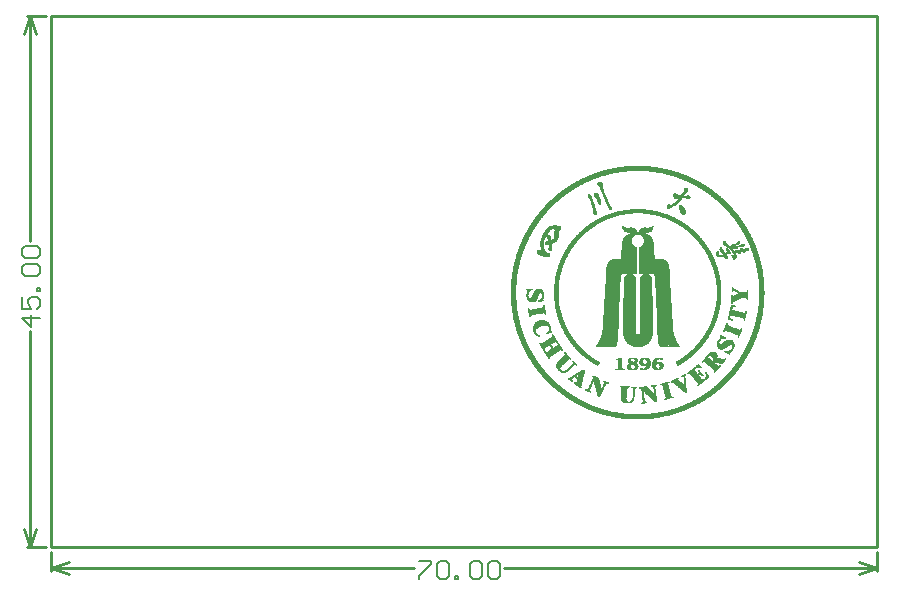
<source format=gbo>
G04*
G04 #@! TF.GenerationSoftware,Altium Limited,Altium Designer,18.1.9 (240)*
G04*
G04 Layer_Color=32896*
%FSLAX24Y24*%
%MOIN*%
G70*
G01*
G75*
%ADD14C,0.0100*%
%ADD15C,0.0060*%
%ADD46C,0.0010*%
D14*
X27559Y0D02*
Y17717D01*
X0D02*
X27559D01*
X0Y0D02*
X27559D01*
X0D02*
Y17717D01*
X-900Y600D02*
X-700Y0D01*
X-500Y600D01*
X-700Y17717D02*
X-500Y17117D01*
X-900D02*
X-700Y17717D01*
Y0D02*
Y7189D01*
Y10208D02*
Y17717D01*
X-800Y0D02*
X-150D01*
X-800Y17717D02*
X-150D01*
X0Y-700D02*
X600Y-500D01*
X0Y-700D02*
X600Y-900D01*
X26959D02*
X27559Y-700D01*
X26959Y-500D02*
X27559Y-700D01*
X0D02*
X12110D01*
X15129D02*
X27559D01*
X0Y-800D02*
Y-150D01*
X27559Y-800D02*
Y-150D01*
D15*
X-340Y7649D02*
X-940D01*
X-640Y7349D01*
Y7749D01*
X-940Y8348D02*
Y7949D01*
X-640D01*
X-740Y8148D01*
Y8248D01*
X-640Y8348D01*
X-440D01*
X-340Y8248D01*
Y8048D01*
X-440Y7949D01*
X-340Y8548D02*
X-440D01*
Y8648D01*
X-340D01*
Y8548D01*
X-840Y9048D02*
X-940Y9148D01*
Y9348D01*
X-840Y9448D01*
X-440D01*
X-340Y9348D01*
Y9148D01*
X-440Y9048D01*
X-840D01*
Y9648D02*
X-940Y9748D01*
Y9948D01*
X-840Y10048D01*
X-440D01*
X-340Y9948D01*
Y9748D01*
X-440Y9648D01*
X-840D01*
X12270Y-460D02*
X12670D01*
Y-560D01*
X12270Y-960D01*
Y-1060D01*
X12870Y-560D02*
X12970Y-460D01*
X13170D01*
X13270Y-560D01*
Y-960D01*
X13170Y-1060D01*
X12970D01*
X12870Y-960D01*
Y-560D01*
X13470Y-1060D02*
Y-960D01*
X13570D01*
Y-1060D01*
X13470D01*
X13969Y-560D02*
X14069Y-460D01*
X14269D01*
X14369Y-560D01*
Y-960D01*
X14269Y-1060D01*
X14069D01*
X13969Y-960D01*
Y-560D01*
X14569D02*
X14669Y-460D01*
X14869D01*
X14969Y-560D01*
Y-960D01*
X14869Y-1060D01*
X14669D01*
X14569Y-960D01*
Y-560D01*
D46*
X19400Y12710D02*
X19710D01*
X19220Y12700D02*
X19880D01*
X19110Y12690D02*
X19990D01*
X19030Y12680D02*
X20080D01*
X18950Y12670D02*
X20150D01*
X18890Y12660D02*
X20220D01*
X18830Y12650D02*
X20280D01*
X18770Y12640D02*
X20330D01*
X18720Y12630D02*
X20390D01*
X18670Y12620D02*
X20430D01*
X18630Y12610D02*
X20480D01*
X18580Y12600D02*
X20520D01*
X18540Y12590D02*
X20560D01*
X18500Y12580D02*
X20600D01*
X18470Y12570D02*
X20640D01*
X18430Y12560D02*
X19290D01*
X19810D02*
X20680D01*
X18390Y12550D02*
X19170D01*
X19940D02*
X20710D01*
X18360Y12540D02*
X19070D01*
X20030D02*
X20750D01*
X18330Y12530D02*
X19000D01*
X20110D02*
X20780D01*
X18290Y12520D02*
X18930D01*
X20180D02*
X20810D01*
X18260Y12510D02*
X18870D01*
X20240D02*
X20840D01*
X18230Y12500D02*
X18810D01*
X20300D02*
X20880D01*
X18200Y12490D02*
X18760D01*
X20350D02*
X20910D01*
X18170Y12480D02*
X18710D01*
X20400D02*
X20930D01*
X18150Y12470D02*
X18660D01*
X20440D02*
X20960D01*
X18120Y12460D02*
X18620D01*
X20490D02*
X20990D01*
X18090Y12450D02*
X18580D01*
X20530D02*
X21020D01*
X18060Y12440D02*
X18540D01*
X20570D02*
X21040D01*
X18040Y12430D02*
X18500D01*
X20600D02*
X21070D01*
X18010Y12420D02*
X18470D01*
X20640D02*
X21100D01*
X17990Y12410D02*
X18430D01*
X20680D02*
X21120D01*
X17960Y12400D02*
X18400D01*
X20710D02*
X21140D01*
X17940Y12390D02*
X18360D01*
X20740D02*
X21170D01*
X17910Y12380D02*
X18330D01*
X20780D02*
X21190D01*
X17890Y12370D02*
X18300D01*
X20810D02*
X21220D01*
X17870Y12360D02*
X18270D01*
X20840D02*
X21240D01*
X17850Y12350D02*
X18240D01*
X20870D02*
X21260D01*
X17820Y12340D02*
X18210D01*
X20900D02*
X21280D01*
X17800Y12330D02*
X18180D01*
X20920D02*
X21310D01*
X17780Y12320D02*
X18160D01*
X20950D02*
X21330D01*
X17760Y12310D02*
X18130D01*
X20980D02*
X21350D01*
X17740Y12300D02*
X18100D01*
X21000D02*
X21370D01*
X17720Y12290D02*
X18080D01*
X21030D02*
X21390D01*
X17700Y12280D02*
X18050D01*
X21060D02*
X21410D01*
X17680Y12270D02*
X18030D01*
X21080D02*
X21430D01*
X17660Y12260D02*
X18000D01*
X21100D02*
X21450D01*
X17640Y12250D02*
X17980D01*
X21130D02*
X21470D01*
X17620Y12240D02*
X17960D01*
X21150D02*
X21490D01*
X17600Y12230D02*
X17930D01*
X21170D02*
X21510D01*
X17580Y12220D02*
X17910D01*
X21200D02*
X21530D01*
X17560Y12210D02*
X17890D01*
X21220D02*
X21550D01*
X17540Y12200D02*
X17870D01*
X21240D02*
X21570D01*
X17520Y12190D02*
X17840D01*
X21260D02*
X21580D01*
X17510Y12180D02*
X17820D01*
X18280D02*
X18310D01*
X21280D02*
X21600D01*
X17490Y12170D02*
X17800D01*
X18250D02*
X18340D01*
X21310D02*
X21620D01*
X17470Y12160D02*
X17780D01*
X18240D02*
X18360D01*
X21330D02*
X21640D01*
X17450Y12150D02*
X17760D01*
X18230D02*
X18370D01*
X21350D02*
X21650D01*
X17440Y12140D02*
X17740D01*
X18230D02*
X18380D01*
X21370D02*
X21670D01*
X17420Y12130D02*
X17720D01*
X18230D02*
X18390D01*
X21390D02*
X21690D01*
X17400Y12120D02*
X17700D01*
X18230D02*
X18390D01*
X21410D02*
X21700D01*
X17390Y12110D02*
X17680D01*
X18240D02*
X18390D01*
X21430D02*
X21720D01*
X17370Y12100D02*
X17660D01*
X18240D02*
X18390D01*
X21440D02*
X21740D01*
X17350Y12090D02*
X17640D01*
X18250D02*
X18390D01*
X21460D02*
X21750D01*
X17340Y12080D02*
X17630D01*
X18260D02*
X18390D01*
X21480D02*
X21770D01*
X17320Y12070D02*
X17610D01*
X18270D02*
X18390D01*
X21500D02*
X21790D01*
X17310Y12060D02*
X17590D01*
X18270D02*
X18390D01*
X21520D02*
X21800D01*
X17290Y12050D02*
X17570D01*
X18280D02*
X18380D01*
X21540D02*
X21820D01*
X17270Y12040D02*
X17550D01*
X18290D02*
X18380D01*
X21550D02*
X21830D01*
X17260Y12030D02*
X17540D01*
X18300D02*
X18380D01*
X21570D02*
X21850D01*
X17240Y12020D02*
X17520D01*
X18300D02*
X18380D01*
X21590D02*
X21860D01*
X17230Y12010D02*
X17500D01*
X18300D02*
X18380D01*
X21610D02*
X21880D01*
X17210Y12000D02*
X17490D01*
X18310D02*
X18380D01*
X21620D02*
X21890D01*
X17200Y11990D02*
X17470D01*
X18310D02*
X18380D01*
X21640D02*
X21910D01*
X17180Y11980D02*
X17450D01*
X18320D02*
X18390D01*
X21170D02*
X21180D01*
X21660D02*
X21920D01*
X17170Y11970D02*
X17440D01*
X18320D02*
X18390D01*
X21140D02*
X21200D01*
X21670D02*
X21940D01*
X17160Y11960D02*
X17420D01*
X18320D02*
X18390D01*
X21130D02*
X21200D01*
X21690D02*
X21950D01*
X17140Y11950D02*
X17400D01*
X18330D02*
X18390D01*
X21130D02*
X21210D01*
X21700D02*
X21970D01*
X17130Y11940D02*
X17390D01*
X18330D02*
X18400D01*
X21120D02*
X21210D01*
X21720D02*
X21980D01*
X17110Y11930D02*
X17370D01*
X18340D02*
X18400D01*
X21120D02*
X21210D01*
X21740D02*
X22000D01*
X17100Y11920D02*
X17360D01*
X18340D02*
X18400D01*
X21110D02*
X21210D01*
X21750D02*
X22010D01*
X17080Y11910D02*
X17340D01*
X18340D02*
X18400D01*
X21110D02*
X21210D01*
X21770D02*
X22020D01*
X17070Y11900D02*
X17330D01*
X18350D02*
X18410D01*
X21110D02*
X21210D01*
X21780D02*
X22040D01*
X17060Y11890D02*
X17310D01*
X18350D02*
X18410D01*
X21110D02*
X21210D01*
X21800D02*
X22050D01*
X17040Y11880D02*
X17300D01*
X18360D02*
X18410D01*
X21100D02*
X21210D01*
X21810D02*
X22060D01*
X17030Y11870D02*
X17280D01*
X18360D02*
X18420D01*
X21100D02*
X21200D01*
X21830D02*
X22080D01*
X17020Y11860D02*
X17270D01*
X18370D02*
X18420D01*
X21100D02*
X21190D01*
X21840D02*
X22090D01*
X17000Y11850D02*
X17250D01*
X18370D02*
X18420D01*
X21090D02*
X21180D01*
X21860D02*
X22100D01*
X16990Y11840D02*
X17240D01*
X18380D02*
X18430D01*
X21080D02*
X21170D01*
X21870D02*
X22120D01*
X16980Y11830D02*
X17220D01*
X18380D02*
X18430D01*
X21070D02*
X21160D01*
X21890D02*
X22130D01*
X16970Y11820D02*
X17210D01*
X18380D02*
X18440D01*
X21070D02*
X21150D01*
X21900D02*
X22140D01*
X16950Y11810D02*
X17190D01*
X18130D02*
X18190D01*
X18390D02*
X18440D01*
X21060D02*
X21140D01*
X21910D02*
X22160D01*
X16940Y11800D02*
X17180D01*
X18110D02*
X18210D01*
X18390D02*
X18440D01*
X21050D02*
X21130D01*
X21930D02*
X22170D01*
X16930Y11790D02*
X17170D01*
X18110D02*
X18220D01*
X18400D02*
X18450D01*
X20770D02*
X20820D01*
X21040D02*
X21120D01*
X21940D02*
X22180D01*
X16920Y11780D02*
X17150D01*
X18110D02*
X18220D01*
X18400D02*
X18450D01*
X20760D02*
X20840D01*
X21040D02*
X21110D01*
X21950D02*
X22190D01*
X16900Y11770D02*
X17140D01*
X17930D02*
X17950D01*
X18110D02*
X18230D01*
X18410D02*
X18460D01*
X20750D02*
X20850D01*
X21030D02*
X21110D01*
X21970D02*
X22200D01*
X16890Y11760D02*
X17130D01*
X17910D02*
X17960D01*
X18110D02*
X18240D01*
X18410D02*
X18460D01*
X20750D02*
X20870D01*
X21020D02*
X21100D01*
X21980D02*
X22220D01*
X16880Y11750D02*
X17110D01*
X17900D02*
X17970D01*
X18110D02*
X18240D01*
X18410D02*
X18470D01*
X20750D02*
X20880D01*
X21020D02*
X21090D01*
X22000D02*
X22230D01*
X16870Y11740D02*
X17100D01*
X17900D02*
X17980D01*
X18120D02*
X18250D01*
X18420D02*
X18470D01*
X20750D02*
X20910D01*
X21010D02*
X21080D01*
X22010D02*
X22240D01*
X16850Y11730D02*
X17090D01*
X17900D02*
X17990D01*
X18120D02*
X18250D01*
X18420D02*
X18470D01*
X20750D02*
X21080D01*
X21220D02*
X21250D01*
X22020D02*
X22250D01*
X16840Y11720D02*
X17070D01*
X17900D02*
X18000D01*
X18130D02*
X18260D01*
X18430D02*
X18480D01*
X20750D02*
X21260D01*
X22030D02*
X22270D01*
X16830Y11710D02*
X17060D01*
X17900D02*
X18010D01*
X18140D02*
X18260D01*
X18430D02*
X18480D01*
X20750D02*
X21270D01*
X22050D02*
X22280D01*
X16820Y11700D02*
X17050D01*
X17900D02*
X18020D01*
X18150D02*
X18260D01*
X18440D02*
X18490D01*
X20750D02*
X21280D01*
X22060D02*
X22290D01*
X16810Y11690D02*
X17030D01*
X17910D02*
X18020D01*
X18150D02*
X18260D01*
X18440D02*
X18490D01*
X20760D02*
X21290D01*
X22070D02*
X22300D01*
X16800Y11680D02*
X17020D01*
X17910D02*
X18020D01*
X18160D02*
X18270D01*
X18440D02*
X18500D01*
X20770D02*
X21300D01*
X22090D02*
X22310D01*
X16780Y11670D02*
X17010D01*
X17920D02*
X18030D01*
X18170D02*
X18270D01*
X18450D02*
X18500D01*
X20770D02*
X21300D01*
X22100D02*
X22320D01*
X16770Y11660D02*
X17000D01*
X17930D02*
X18030D01*
X18180D02*
X18270D01*
X18450D02*
X18500D01*
X20780D02*
X21300D01*
X22110D02*
X22330D01*
X16760Y11650D02*
X16990D01*
X17940D02*
X18030D01*
X18180D02*
X18270D01*
X18460D02*
X18510D01*
X20790D02*
X21030D01*
X21190D02*
X21290D01*
X22120D02*
X22350D01*
X16750Y11640D02*
X16970D01*
X17950D02*
X18030D01*
X18190D02*
X18270D01*
X18460D02*
X18510D01*
X20800D02*
X21020D01*
X21230D02*
X21260D01*
X22130D02*
X22360D01*
X16740Y11630D02*
X16960D01*
X17960D02*
X18030D01*
X18190D02*
X18280D01*
X18460D02*
X18520D01*
X20820D02*
X20870D01*
X20930D02*
X21010D01*
X22150D02*
X22370D01*
X16730Y11620D02*
X16950D01*
X17970D02*
X18040D01*
X18200D02*
X18280D01*
X18470D02*
X18520D01*
X20920D02*
X21000D01*
X22160D02*
X22380D01*
X16720Y11610D02*
X16940D01*
X17970D02*
X18040D01*
X18200D02*
X18290D01*
X18470D02*
X18530D01*
X20920D02*
X20990D01*
X22170D02*
X22390D01*
X16710Y11600D02*
X16930D01*
X17980D02*
X18040D01*
X18200D02*
X18300D01*
X18470D02*
X18530D01*
X20910D02*
X20990D01*
X22180D02*
X22400D01*
X16700Y11590D02*
X16910D01*
X17980D02*
X18040D01*
X18210D02*
X18300D01*
X18480D02*
X18540D01*
X20900D02*
X20980D01*
X22190D02*
X22410D01*
X16680Y11580D02*
X16900D01*
X17990D02*
X18050D01*
X18210D02*
X18310D01*
X18480D02*
X18540D01*
X20890D02*
X20970D01*
X22210D02*
X22420D01*
X16670Y11570D02*
X16890D01*
X17990D02*
X18050D01*
X18220D02*
X18310D01*
X18490D02*
X18540D01*
X20880D02*
X20960D01*
X22220D02*
X22430D01*
X16660Y11560D02*
X16880D01*
X18000D02*
X18050D01*
X18220D02*
X18310D01*
X18490D02*
X18550D01*
X20870D02*
X20960D01*
X22230D02*
X22440D01*
X16650Y11550D02*
X16870D01*
X18000D02*
X18060D01*
X18220D02*
X18320D01*
X18490D02*
X18550D01*
X20860D02*
X20950D01*
X22240D02*
X22460D01*
X16640Y11540D02*
X16860D01*
X18000D02*
X18060D01*
X18230D02*
X18320D01*
X18500D02*
X18560D01*
X20850D02*
X20940D01*
X22250D02*
X22470D01*
X16630Y11530D02*
X16850D01*
X18000D02*
X18060D01*
X18230D02*
X18320D01*
X18500D02*
X18560D01*
X20840D02*
X20930D01*
X22260D02*
X22480D01*
X16620Y11520D02*
X16830D01*
X18010D02*
X18070D01*
X18240D02*
X18320D01*
X18510D02*
X18570D01*
X20830D02*
X20930D01*
X22270D02*
X22490D01*
X16610Y11510D02*
X16820D01*
X18010D02*
X18070D01*
X18240D02*
X18320D01*
X18510D02*
X18570D01*
X20820D02*
X20920D01*
X22280D02*
X22500D01*
X16600Y11500D02*
X16810D01*
X18010D02*
X18070D01*
X18240D02*
X18320D01*
X18510D02*
X18580D01*
X20810D02*
X20910D01*
X22300D02*
X22510D01*
X16590Y11490D02*
X16800D01*
X18020D02*
X18080D01*
X18250D02*
X18320D01*
X18520D02*
X18580D01*
X20800D02*
X20900D01*
X22310D02*
X22520D01*
X16580Y11480D02*
X16790D01*
X18020D02*
X18080D01*
X18250D02*
X18320D01*
X18520D02*
X18580D01*
X20790D02*
X20890D01*
X22320D02*
X22530D01*
X16570Y11470D02*
X16780D01*
X18020D02*
X18090D01*
X18260D02*
X18320D01*
X18530D02*
X18590D01*
X20770D02*
X20880D01*
X22330D02*
X22540D01*
X16560Y11460D02*
X16770D01*
X18020D02*
X18090D01*
X18260D02*
X18320D01*
X18530D02*
X18590D01*
X20760D02*
X20870D01*
X22340D02*
X22550D01*
X16550Y11450D02*
X16760D01*
X18030D02*
X18090D01*
X18270D02*
X18310D01*
X18540D02*
X18600D01*
X20740D02*
X20850D01*
X22350D02*
X22560D01*
X16540Y11440D02*
X16750D01*
X18030D02*
X18100D01*
X18280D02*
X18310D01*
X18540D02*
X18600D01*
X20720D02*
X20840D01*
X22360D02*
X22570D01*
X16530Y11430D02*
X16740D01*
X18030D02*
X18100D01*
X18550D02*
X18610D01*
X20590D02*
X20610D01*
X20700D02*
X20820D01*
X22370D02*
X22580D01*
X16520Y11420D02*
X16730D01*
X18040D02*
X18100D01*
X18550D02*
X18610D01*
X20570D02*
X20610D01*
X20680D02*
X20800D01*
X22380D02*
X22590D01*
X16510Y11410D02*
X16720D01*
X18040D02*
X18110D01*
X18550D02*
X18620D01*
X20560D02*
X20610D01*
X20660D02*
X20780D01*
X20970D02*
X20990D01*
X22390D02*
X22600D01*
X16500Y11400D02*
X16710D01*
X18040D02*
X18110D01*
X18560D02*
X18630D01*
X20550D02*
X20620D01*
X20640D02*
X20760D01*
X20960D02*
X21000D01*
X22400D02*
X22600D01*
X16490Y11390D02*
X16700D01*
X18040D02*
X18110D01*
X18560D02*
X18630D01*
X20540D02*
X20740D01*
X20960D02*
X21010D01*
X22410D02*
X22610D01*
X16480Y11380D02*
X16690D01*
X18050D02*
X18110D01*
X18570D02*
X18640D01*
X20540D02*
X20720D01*
X20950D02*
X21020D01*
X22420D02*
X22620D01*
X16470Y11370D02*
X16680D01*
X18050D02*
X18120D01*
X18570D02*
X18650D01*
X20540D02*
X20700D01*
X20950D02*
X21030D01*
X22430D02*
X22630D01*
X16470Y11360D02*
X16670D01*
X18050D02*
X18120D01*
X18580D02*
X18660D01*
X20540D02*
X20690D01*
X20950D02*
X21040D01*
X22440D02*
X22640D01*
X16460Y11350D02*
X16660D01*
X18060D02*
X18120D01*
X18580D02*
X18660D01*
X20540D02*
X20670D01*
X20950D02*
X21050D01*
X22450D02*
X22650D01*
X16450Y11340D02*
X16650D01*
X18060D02*
X18130D01*
X18590D02*
X18670D01*
X20540D02*
X20660D01*
X20950D02*
X21060D01*
X22460D02*
X22660D01*
X16440Y11330D02*
X16640D01*
X18060D02*
X18130D01*
X18590D02*
X18680D01*
X20540D02*
X20640D01*
X20950D02*
X21070D01*
X22470D02*
X22670D01*
X16430Y11320D02*
X16630D01*
X18070D02*
X18130D01*
X18600D02*
X18680D01*
X20540D02*
X20630D01*
X20950D02*
X21070D01*
X22480D02*
X22680D01*
X16420Y11310D02*
X16620D01*
X18070D02*
X18130D01*
X18600D02*
X18690D01*
X20540D02*
X20610D01*
X20960D02*
X21080D01*
X22490D02*
X22690D01*
X16410Y11300D02*
X16610D01*
X18070D02*
X18140D01*
X18610D02*
X18690D01*
X20540D02*
X20590D01*
X20960D02*
X21090D01*
X22500D02*
X22700D01*
X16400Y11290D02*
X16600D01*
X18080D02*
X18140D01*
X18620D02*
X18690D01*
X20960D02*
X21100D01*
X22510D02*
X22710D01*
X16390Y11280D02*
X16590D01*
X18080D02*
X18140D01*
X18620D02*
X18690D01*
X20960D02*
X21110D01*
X22520D02*
X22710D01*
X16380Y11270D02*
X16580D01*
X18080D02*
X18150D01*
X18630D02*
X18680D01*
X19450D02*
X19660D01*
X20960D02*
X21120D01*
X22530D02*
X22720D01*
X16380Y11260D02*
X16570D01*
X18090D02*
X18150D01*
X18650D02*
X18670D01*
X19300D02*
X19810D01*
X20970D02*
X21120D01*
X22540D02*
X22730D01*
X16370Y11250D02*
X16560D01*
X18090D02*
X18150D01*
X19200D02*
X19900D01*
X20970D02*
X21130D01*
X22550D02*
X22740D01*
X16360Y11240D02*
X16550D01*
X18090D02*
X18150D01*
X19130D02*
X19980D01*
X20970D02*
X21140D01*
X22560D02*
X22750D01*
X16350Y11230D02*
X16540D01*
X18090D02*
X18160D01*
X19070D02*
X20040D01*
X20970D02*
X21140D01*
X22560D02*
X22760D01*
X16340Y11220D02*
X16530D01*
X18090D02*
X18160D01*
X19020D02*
X20090D01*
X20980D02*
X21150D01*
X22570D02*
X22770D01*
X16330Y11210D02*
X16530D01*
X18090D02*
X18160D01*
X18970D02*
X20140D01*
X20980D02*
X21150D01*
X22580D02*
X22770D01*
X16320Y11200D02*
X16520D01*
X18090D02*
X18160D01*
X18930D02*
X20180D01*
X20980D02*
X21150D01*
X22590D02*
X22780D01*
X16320Y11190D02*
X16510D01*
X18090D02*
X18170D01*
X18880D02*
X20220D01*
X20990D02*
X21150D01*
X22600D02*
X22790D01*
X16310Y11180D02*
X16500D01*
X18090D02*
X18170D01*
X18850D02*
X20260D01*
X20990D02*
X21150D01*
X22610D02*
X22800D01*
X16300Y11170D02*
X16490D01*
X18090D02*
X18170D01*
X18810D02*
X20300D01*
X21000D02*
X21150D01*
X22620D02*
X22810D01*
X16290Y11160D02*
X16480D01*
X18090D02*
X18170D01*
X18770D02*
X20330D01*
X21000D02*
X21140D01*
X22630D02*
X22820D01*
X16280Y11150D02*
X16470D01*
X18090D02*
X18170D01*
X18740D02*
X19370D01*
X19740D02*
X20370D01*
X21010D02*
X21140D01*
X22640D02*
X22820D01*
X16280Y11140D02*
X16460D01*
X18090D02*
X18180D01*
X18710D02*
X19260D01*
X19850D02*
X20400D01*
X21020D02*
X21140D01*
X22640D02*
X22830D01*
X16270Y11130D02*
X16460D01*
X18100D02*
X18180D01*
X18680D02*
X19180D01*
X19930D02*
X20430D01*
X21030D02*
X21130D01*
X22650D02*
X22840D01*
X16260Y11120D02*
X16450D01*
X18100D02*
X18180D01*
X18650D02*
X19120D01*
X19990D02*
X20460D01*
X21040D02*
X21110D01*
X22660D02*
X22850D01*
X16250Y11110D02*
X16440D01*
X18110D02*
X18170D01*
X18620D02*
X19060D01*
X20050D02*
X20490D01*
X22670D02*
X22860D01*
X16240Y11100D02*
X16430D01*
X18120D02*
X18170D01*
X18590D02*
X19010D01*
X20100D02*
X20510D01*
X22680D02*
X22860D01*
X16240Y11090D02*
X16420D01*
X18570D02*
X18960D01*
X20140D02*
X20540D01*
X22690D02*
X22870D01*
X16230Y11080D02*
X16410D01*
X18540D02*
X18920D01*
X20190D02*
X20570D01*
X22690D02*
X22880D01*
X16220Y11070D02*
X16410D01*
X18520D02*
X18880D01*
X20220D02*
X20590D01*
X22700D02*
X22890D01*
X16210Y11060D02*
X16400D01*
X18490D02*
X18850D01*
X20260D02*
X20620D01*
X22710D02*
X22900D01*
X16200Y11050D02*
X16390D01*
X18470D02*
X18810D01*
X20300D02*
X20640D01*
X22720D02*
X22900D01*
X16200Y11040D02*
X16380D01*
X18450D02*
X18780D01*
X20330D02*
X20660D01*
X22730D02*
X22910D01*
X16190Y11030D02*
X16370D01*
X18420D02*
X18750D01*
X20360D02*
X20690D01*
X22730D02*
X22920D01*
X16180Y11020D02*
X16370D01*
X18400D02*
X18720D01*
X20390D02*
X20710D01*
X22740D02*
X22930D01*
X16170Y11010D02*
X16360D01*
X18380D02*
X18690D01*
X20420D02*
X20730D01*
X22750D02*
X22930D01*
X16170Y11000D02*
X16350D01*
X18360D02*
X18660D01*
X20450D02*
X20750D01*
X22760D02*
X22940D01*
X16160Y10990D02*
X16340D01*
X18340D02*
X18630D01*
X20480D02*
X20770D01*
X22770D02*
X22950D01*
X16150Y10980D02*
X16330D01*
X18320D02*
X18600D01*
X20500D02*
X20790D01*
X22770D02*
X22960D01*
X16150Y10970D02*
X16330D01*
X18300D02*
X18580D01*
X20530D02*
X20810D01*
X22780D02*
X22960D01*
X16140Y10960D02*
X16320D01*
X18280D02*
X18550D01*
X20550D02*
X20830D01*
X22790D02*
X22970D01*
X16130Y10950D02*
X16310D01*
X18260D02*
X18530D01*
X20580D02*
X20850D01*
X22800D02*
X22980D01*
X16120Y10940D02*
X16300D01*
X18240D02*
X18510D01*
X20600D02*
X20870D01*
X22800D02*
X22980D01*
X16120Y10930D02*
X16300D01*
X18220D02*
X18480D01*
X20620D02*
X20890D01*
X22810D02*
X22990D01*
X16110Y10920D02*
X16290D01*
X18200D02*
X18460D01*
X20650D02*
X20900D01*
X22820D02*
X23000D01*
X16100Y10910D02*
X16280D01*
X18190D02*
X18440D01*
X20670D02*
X20920D01*
X22830D02*
X23010D01*
X16100Y10900D02*
X16270D01*
X18170D02*
X18420D01*
X20690D02*
X20940D01*
X22830D02*
X23010D01*
X16090Y10890D02*
X16270D01*
X18150D02*
X18400D01*
X20710D02*
X20960D01*
X22840D02*
X23020D01*
X16080Y10880D02*
X16260D01*
X18140D02*
X18380D01*
X20730D02*
X20970D01*
X22850D02*
X23030D01*
X16070Y10870D02*
X16250D01*
X18120D02*
X18360D01*
X20750D02*
X20990D01*
X22860D02*
X23030D01*
X16070Y10860D02*
X16240D01*
X18100D02*
X18340D01*
X20770D02*
X21010D01*
X22860D02*
X23040D01*
X16060Y10850D02*
X16240D01*
X18090D02*
X18320D01*
X20790D02*
X21020D01*
X22870D02*
X23050D01*
X16050Y10840D02*
X16230D01*
X18070D02*
X18300D01*
X20810D02*
X21040D01*
X22880D02*
X23050D01*
X16050Y10830D02*
X16220D01*
X18050D02*
X18280D01*
X20830D02*
X21050D01*
X22880D02*
X23060D01*
X16040Y10820D02*
X16220D01*
X18040D02*
X18260D01*
X20840D02*
X21070D01*
X22890D02*
X23070D01*
X16030Y10810D02*
X16210D01*
X18020D02*
X18250D01*
X20860D02*
X21080D01*
X22900D02*
X23070D01*
X16030Y10800D02*
X16200D01*
X18010D02*
X18230D01*
X20880D02*
X21100D01*
X22910D02*
X23080D01*
X16020Y10790D02*
X16200D01*
X17990D02*
X18210D01*
X20900D02*
X21110D01*
X22910D02*
X23090D01*
X16010Y10780D02*
X16190D01*
X17980D02*
X18190D01*
X20910D02*
X21130D01*
X22920D02*
X23090D01*
X16010Y10770D02*
X16180D01*
X17970D02*
X18180D01*
X20930D02*
X21140D01*
X22930D02*
X23100D01*
X16000Y10760D02*
X16180D01*
X17950D02*
X18160D01*
X20950D02*
X21160D01*
X22930D02*
X23110D01*
X16000Y10750D02*
X16170D01*
X17940D02*
X18150D01*
X20960D02*
X21170D01*
X22940D02*
X23110D01*
X15990Y10740D02*
X16160D01*
X17920D02*
X18130D01*
X20980D02*
X21180D01*
X22950D02*
X23120D01*
X15980Y10730D02*
X16160D01*
X16740D02*
X16850D01*
X17910D02*
X18110D01*
X20990D02*
X21200D01*
X22950D02*
X23120D01*
X15980Y10720D02*
X16150D01*
X16690D02*
X16900D01*
X17900D02*
X18100D01*
X21010D02*
X21210D01*
X22960D02*
X23130D01*
X15970Y10710D02*
X16140D01*
X16660D02*
X16930D01*
X17880D02*
X18080D01*
X21020D02*
X21220D01*
X22970D02*
X23140D01*
X15960Y10700D02*
X16140D01*
X16640D02*
X16950D01*
X17870D02*
X18070D01*
X19050D02*
X19070D01*
X20060D02*
X20070D01*
X21040D02*
X21240D01*
X22970D02*
X23140D01*
X15960Y10690D02*
X16130D01*
X16620D02*
X16970D01*
X17860D02*
X18050D01*
X19050D02*
X19080D01*
X20040D02*
X20070D01*
X21050D02*
X21250D01*
X22980D02*
X23150D01*
X15950Y10680D02*
X16120D01*
X16610D02*
X16980D01*
X17840D02*
X18040D01*
X19060D02*
X19090D01*
X20030D02*
X20060D01*
X21070D02*
X21260D01*
X22980D02*
X23160D01*
X15950Y10670D02*
X16120D01*
X16590D02*
X16980D01*
X17830D02*
X18030D01*
X19060D02*
X19120D01*
X20010D02*
X20060D01*
X21080D02*
X21280D01*
X22990D02*
X23160D01*
X15940Y10660D02*
X16110D01*
X16580D02*
X16990D01*
X17820D02*
X18010D01*
X19060D02*
X19160D01*
X19320D02*
X19340D01*
X19780D02*
X19800D01*
X19960D02*
X20060D01*
X21100D02*
X21290D01*
X23000D02*
X23170D01*
X15930Y10650D02*
X16100D01*
X16570D02*
X16740D01*
X16780D02*
X16990D01*
X17810D02*
X18000D01*
X19060D02*
X19420D01*
X19700D02*
X20060D01*
X21110D02*
X21300D01*
X23000D02*
X23170D01*
X15930Y10640D02*
X16100D01*
X16560D02*
X16710D01*
X16790D02*
X16990D01*
X17790D02*
X17980D01*
X19070D02*
X19440D01*
X19680D02*
X20050D01*
X21120D02*
X21310D01*
X23010D02*
X23180D01*
X15920Y10630D02*
X16090D01*
X16550D02*
X16690D01*
X16790D02*
X16980D01*
X17780D02*
X17970D01*
X19070D02*
X19450D01*
X19670D02*
X20050D01*
X21140D02*
X21320D01*
X23020D02*
X23190D01*
X15920Y10620D02*
X16090D01*
X16540D02*
X16680D01*
X16790D02*
X16970D01*
X17770D02*
X17960D01*
X19080D02*
X19460D01*
X19660D02*
X20050D01*
X21150D02*
X21340D01*
X23020D02*
X23190D01*
X15910Y10610D02*
X16080D01*
X16530D02*
X16660D01*
X16800D02*
X16960D01*
X17760D02*
X17940D01*
X19080D02*
X19470D01*
X19650D02*
X20040D01*
X21160D02*
X21350D01*
X23030D02*
X23200D01*
X15900Y10600D02*
X16070D01*
X16520D02*
X16650D01*
X16800D02*
X16950D01*
X17750D02*
X17930D01*
X19090D02*
X19480D01*
X19650D02*
X20040D01*
X21180D02*
X21360D01*
X23030D02*
X23200D01*
X15900Y10590D02*
X16070D01*
X16510D02*
X16640D01*
X16800D02*
X16940D01*
X17740D02*
X17920D01*
X19090D02*
X19480D01*
X19640D02*
X20030D01*
X21190D02*
X21370D01*
X23040D02*
X23210D01*
X15890Y10580D02*
X16060D01*
X16500D02*
X16630D01*
X16800D02*
X16940D01*
X17720D02*
X17910D01*
X19100D02*
X19490D01*
X19630D02*
X20020D01*
X21200D02*
X21380D01*
X23050D02*
X23210D01*
X15890Y10570D02*
X16060D01*
X16500D02*
X16620D01*
X16800D02*
X16930D01*
X17710D02*
X17890D01*
X19100D02*
X19490D01*
X19630D02*
X20020D01*
X21210D02*
X21390D01*
X23050D02*
X23220D01*
X15880Y10560D02*
X16050D01*
X16490D02*
X16610D01*
X16800D02*
X16930D01*
X17700D02*
X17880D01*
X19110D02*
X19500D01*
X19620D02*
X20010D01*
X21230D02*
X21410D01*
X23060D02*
X23230D01*
X15880Y10550D02*
X16040D01*
X16480D02*
X16600D01*
X16790D02*
X16930D01*
X17690D02*
X17870D01*
X19120D02*
X19500D01*
X19620D02*
X20000D01*
X21240D02*
X21420D01*
X23060D02*
X23230D01*
X15870Y10540D02*
X16040D01*
X16470D02*
X16590D01*
X16790D02*
X16930D01*
X17680D02*
X17860D01*
X19140D02*
X19500D01*
X19620D02*
X19980D01*
X21250D02*
X21430D01*
X23070D02*
X23240D01*
X15870Y10530D02*
X16030D01*
X16470D02*
X16590D01*
X16790D02*
X16920D01*
X17670D02*
X17850D01*
X19160D02*
X19510D01*
X19610D02*
X19960D01*
X21260D02*
X21440D01*
X23080D02*
X23240D01*
X15860Y10520D02*
X16030D01*
X16460D02*
X16580D01*
X16790D02*
X16920D01*
X17660D02*
X17830D01*
X19200D02*
X19510D01*
X19610D02*
X19920D01*
X21270D02*
X21450D01*
X23080D02*
X23250D01*
X15850Y10510D02*
X16020D01*
X16450D02*
X16570D01*
X16790D02*
X16920D01*
X17650D02*
X17820D01*
X19410D02*
X19510D01*
X19610D02*
X19710D01*
X21290D02*
X21460D01*
X23090D02*
X23250D01*
X15850Y10500D02*
X16010D01*
X16450D02*
X16570D01*
X16790D02*
X16920D01*
X17640D02*
X17810D01*
X19450D02*
X19510D01*
X19610D02*
X19670D01*
X21300D02*
X21470D01*
X23090D02*
X23260D01*
X15840Y10490D02*
X16010D01*
X16440D02*
X16560D01*
X16790D02*
X16920D01*
X17630D02*
X17800D01*
X19460D02*
X19660D01*
X21310D02*
X21480D01*
X23100D02*
X23260D01*
X15840Y10480D02*
X16000D01*
X16440D02*
X16550D01*
X16790D02*
X16910D01*
X17620D02*
X17790D01*
X19410D02*
X19710D01*
X21320D02*
X21490D01*
X23100D02*
X23270D01*
X15830Y10470D02*
X16000D01*
X16430D02*
X16550D01*
X16790D02*
X16910D01*
X17610D02*
X17780D01*
X19360D02*
X19760D01*
X21330D02*
X21500D01*
X23110D02*
X23280D01*
X15830Y10460D02*
X15990D01*
X16430D02*
X16540D01*
X16790D02*
X16910D01*
X17600D02*
X17770D01*
X19320D02*
X19800D01*
X21340D02*
X21510D01*
X23120D02*
X23280D01*
X15820Y10450D02*
X15990D01*
X16420D02*
X16540D01*
X16790D02*
X16910D01*
X17590D02*
X17750D01*
X19290D02*
X19830D01*
X21350D02*
X21520D01*
X23120D02*
X23290D01*
X15820Y10440D02*
X15980D01*
X16420D02*
X16530D01*
X16790D02*
X16910D01*
X17580D02*
X17740D01*
X19260D02*
X19500D01*
X19620D02*
X19860D01*
X21360D02*
X21530D01*
X23130D02*
X23290D01*
X15810Y10430D02*
X15980D01*
X16410D02*
X16530D01*
X16780D02*
X16910D01*
X17570D02*
X17730D01*
X19240D02*
X19470D01*
X19650D02*
X19880D01*
X21370D02*
X21540D01*
X23130D02*
X23300D01*
X15810Y10420D02*
X15970D01*
X16410D02*
X16520D01*
X16780D02*
X16910D01*
X17560D02*
X17720D01*
X19220D02*
X19450D01*
X19670D02*
X19900D01*
X21390D02*
X21550D01*
X23140D02*
X23300D01*
X15800Y10410D02*
X15960D01*
X16400D02*
X16520D01*
X16780D02*
X16900D01*
X17550D02*
X17710D01*
X19210D02*
X19440D01*
X19680D02*
X19920D01*
X21400D02*
X21560D01*
X23140D02*
X23310D01*
X15800Y10400D02*
X15960D01*
X16400D02*
X16520D01*
X16560D02*
X16610D01*
X16780D02*
X16900D01*
X17540D02*
X17700D01*
X19190D02*
X19420D01*
X19700D02*
X19930D01*
X21410D02*
X21570D01*
X23150D02*
X23310D01*
X15790Y10390D02*
X15950D01*
X16390D02*
X16630D01*
X16780D02*
X16900D01*
X17530D02*
X17690D01*
X19180D02*
X19410D01*
X19710D02*
X19950D01*
X21420D02*
X21580D01*
X23150D02*
X23320D01*
X15790Y10380D02*
X15950D01*
X16390D02*
X16640D01*
X16780D02*
X16900D01*
X17520D02*
X17680D01*
X19160D02*
X19400D01*
X19720D02*
X19960D01*
X21430D02*
X21590D01*
X23160D02*
X23320D01*
X15780Y10370D02*
X15940D01*
X16380D02*
X16490D01*
X16510D02*
X16640D01*
X16780D02*
X16900D01*
X17510D02*
X17670D01*
X19150D02*
X19390D01*
X19730D02*
X19970D01*
X21440D02*
X21600D01*
X23160D02*
X23330D01*
X15780Y10360D02*
X15940D01*
X16380D02*
X16480D01*
X16530D02*
X16640D01*
X16780D02*
X16900D01*
X17500D02*
X17660D01*
X19140D02*
X19380D01*
X19740D02*
X19980D01*
X21450D02*
X21610D01*
X23170D02*
X23330D01*
X15770Y10350D02*
X15930D01*
X16380D02*
X16470D01*
X16540D02*
X16640D01*
X16780D02*
X16900D01*
X17490D02*
X17650D01*
X19130D02*
X19380D01*
X19750D02*
X19990D01*
X21460D02*
X21620D01*
X23170D02*
X23340D01*
X15770Y10340D02*
X15930D01*
X16370D02*
X16460D01*
X16550D02*
X16640D01*
X16780D02*
X16900D01*
X17480D02*
X17640D01*
X19130D02*
X19370D01*
X19750D02*
X20000D01*
X21470D02*
X21620D01*
X23180D02*
X23340D01*
X15760Y10330D02*
X15920D01*
X16370D02*
X16460D01*
X16550D02*
X16640D01*
X16780D02*
X16890D01*
X17470D02*
X17630D01*
X19120D02*
X19360D01*
X19760D02*
X20000D01*
X21480D02*
X21630D01*
X23180D02*
X23350D01*
X15760Y10320D02*
X15920D01*
X16370D02*
X16450D01*
X16560D02*
X16640D01*
X16780D02*
X16890D01*
X17470D02*
X17620D01*
X19110D02*
X19360D01*
X19760D02*
X20010D01*
X21480D02*
X21640D01*
X23190D02*
X23350D01*
X15750Y10310D02*
X15910D01*
X16360D02*
X16450D01*
X16560D02*
X16640D01*
X16780D02*
X16890D01*
X17460D02*
X17610D01*
X19100D02*
X19350D01*
X19770D02*
X20020D01*
X21490D02*
X21650D01*
X23190D02*
X23360D01*
X15750Y10300D02*
X15910D01*
X16360D02*
X16440D01*
X16560D02*
X16640D01*
X16780D02*
X16890D01*
X17450D02*
X17600D01*
X19100D02*
X19350D01*
X19770D02*
X20020D01*
X21500D02*
X21660D01*
X23200D02*
X23360D01*
X15740Y10290D02*
X15900D01*
X16360D02*
X16440D01*
X16570D02*
X16640D01*
X16780D02*
X16880D01*
X17440D02*
X17600D01*
X19090D02*
X19350D01*
X19770D02*
X20030D01*
X21510D02*
X21670D01*
X23200D02*
X23370D01*
X15740Y10280D02*
X15900D01*
X16350D02*
X16440D01*
X16570D02*
X16640D01*
X16770D02*
X16880D01*
X17430D02*
X17590D01*
X19090D02*
X19340D01*
X19780D02*
X20030D01*
X21520D02*
X21680D01*
X23210D02*
X23370D01*
X15730Y10270D02*
X15890D01*
X16350D02*
X16430D01*
X16570D02*
X16640D01*
X16750D02*
X16870D01*
X17420D02*
X17580D01*
X19080D02*
X19340D01*
X19780D02*
X20040D01*
X21530D02*
X21680D01*
X23210D02*
X23370D01*
X15730Y10260D02*
X15890D01*
X16350D02*
X16430D01*
X16580D02*
X16640D01*
X16700D02*
X16870D01*
X17410D02*
X17570D01*
X19080D02*
X19340D01*
X19780D02*
X20040D01*
X21540D02*
X21690D01*
X23220D02*
X23380D01*
X15720Y10250D02*
X15880D01*
X16350D02*
X16430D01*
X16580D02*
X16640D01*
X16690D02*
X16860D01*
X17410D02*
X17560D01*
X19080D02*
X19340D01*
X19780D02*
X20050D01*
X21550D02*
X21700D01*
X23220D02*
X23380D01*
X15720Y10240D02*
X15880D01*
X16340D02*
X16420D01*
X16590D02*
X16640D01*
X16680D02*
X16850D01*
X17400D02*
X17550D01*
X19070D02*
X19340D01*
X19780D02*
X20050D01*
X21560D02*
X21710D01*
X23230D02*
X23390D01*
X15710Y10230D02*
X15870D01*
X16340D02*
X16420D01*
X16590D02*
X16640D01*
X16680D02*
X16840D01*
X17390D02*
X17540D01*
X19070D02*
X19340D01*
X19780D02*
X20050D01*
X21570D02*
X21720D01*
X23230D02*
X23390D01*
X15710Y10220D02*
X15870D01*
X16340D02*
X16420D01*
X16590D02*
X16640D01*
X16670D02*
X16840D01*
X17380D02*
X17530D01*
X19070D02*
X19340D01*
X19790D02*
X20050D01*
X21570D02*
X21730D01*
X23240D02*
X23400D01*
X15710Y10210D02*
X15860D01*
X16340D02*
X16420D01*
X16600D02*
X16640D01*
X16670D02*
X16830D01*
X17370D02*
X17530D01*
X19070D02*
X19340D01*
X19780D02*
X20060D01*
X21580D02*
X21730D01*
X22440D02*
X22460D01*
X23240D02*
X23400D01*
X15700Y10200D02*
X15860D01*
X16330D02*
X16420D01*
X16600D02*
X16640D01*
X16660D02*
X16810D01*
X17370D02*
X17520D01*
X19060D02*
X19340D01*
X19780D02*
X20060D01*
X21590D02*
X21740D01*
X22410D02*
X22470D01*
X22910D02*
X22950D01*
X23250D02*
X23410D01*
X15700Y10190D02*
X15860D01*
X16330D02*
X16420D01*
X16510D02*
X16550D01*
X16600D02*
X16800D01*
X17360D02*
X17510D01*
X19060D02*
X19340D01*
X19780D02*
X20060D01*
X21600D02*
X21750D01*
X22400D02*
X22470D01*
X22900D02*
X22960D01*
X23250D02*
X23410D01*
X15690Y10180D02*
X15850D01*
X16330D02*
X16410D01*
X16490D02*
X16570D01*
X16600D02*
X16770D01*
X17350D02*
X17500D01*
X19060D02*
X19340D01*
X19780D02*
X20060D01*
X21610D02*
X21760D01*
X22400D02*
X22480D01*
X22900D02*
X22960D01*
X23260D02*
X23420D01*
X15690Y10170D02*
X15850D01*
X16330D02*
X16410D01*
X16480D02*
X16730D01*
X17340D02*
X17490D01*
X19060D02*
X19340D01*
X19780D02*
X20060D01*
X21620D02*
X21760D01*
X22400D02*
X22490D01*
X22890D02*
X22960D01*
X23260D02*
X23420D01*
X15680Y10160D02*
X15840D01*
X16330D02*
X16410D01*
X16470D02*
X16710D01*
X17340D02*
X17480D01*
X19060D02*
X19350D01*
X19780D02*
X20070D01*
X21620D02*
X21770D01*
X22400D02*
X22490D01*
X22880D02*
X22950D01*
X23270D02*
X23420D01*
X15680Y10150D02*
X15840D01*
X16330D02*
X16410D01*
X16470D02*
X16710D01*
X17330D02*
X17480D01*
X19050D02*
X19350D01*
X19770D02*
X20070D01*
X21630D02*
X21780D01*
X22400D02*
X22500D01*
X22880D02*
X22950D01*
X23270D02*
X23430D01*
X15670Y10140D02*
X15830D01*
X16330D02*
X16410D01*
X16470D02*
X16700D01*
X17320D02*
X17470D01*
X19050D02*
X19350D01*
X19770D02*
X20070D01*
X21640D02*
X21790D01*
X22400D02*
X22500D01*
X22870D02*
X22940D01*
X23270D02*
X23430D01*
X15670Y10130D02*
X15830D01*
X16320D02*
X16410D01*
X16470D02*
X16700D01*
X17310D02*
X17460D01*
X19050D02*
X19360D01*
X19760D02*
X20070D01*
X21650D02*
X21790D01*
X22410D02*
X22510D01*
X22860D02*
X22940D01*
X23280D02*
X23440D01*
X15670Y10120D02*
X15820D01*
X16320D02*
X16410D01*
X16470D02*
X16690D01*
X17310D02*
X17450D01*
X19050D02*
X19360D01*
X19760D02*
X20070D01*
X21660D02*
X21800D01*
X22410D02*
X22520D01*
X22820D02*
X22930D01*
X23050D02*
X23070D01*
X23280D02*
X23440D01*
X15660Y10110D02*
X15820D01*
X16320D02*
X16410D01*
X16480D02*
X16690D01*
X17300D02*
X17440D01*
X19050D02*
X19370D01*
X19750D02*
X20070D01*
X21660D02*
X21810D01*
X22420D02*
X22530D01*
X22770D02*
X22920D01*
X23040D02*
X23090D01*
X23290D02*
X23450D01*
X15660Y10100D02*
X15820D01*
X16320D02*
X16410D01*
X16500D02*
X16580D01*
X16600D02*
X16690D01*
X17290D02*
X17440D01*
X19050D02*
X19370D01*
X19750D02*
X20070D01*
X21670D02*
X21820D01*
X22430D02*
X22540D01*
X22730D02*
X22900D01*
X23030D02*
X23090D01*
X23290D02*
X23450D01*
X15650Y10090D02*
X15810D01*
X16330D02*
X16410D01*
X16530D02*
X16540D01*
X16600D02*
X16680D01*
X17290D02*
X17430D01*
X19050D02*
X19380D01*
X19740D02*
X20070D01*
X21680D02*
X21820D01*
X22440D02*
X22550D01*
X22700D02*
X22860D01*
X23020D02*
X23100D01*
X23300D02*
X23450D01*
X15650Y10080D02*
X15810D01*
X16330D02*
X16410D01*
X16600D02*
X16680D01*
X17280D02*
X17420D01*
X19050D02*
X19390D01*
X19730D02*
X20070D01*
X21690D02*
X21830D01*
X22460D02*
X22560D01*
X22690D02*
X22810D01*
X23000D02*
X23100D01*
X23300D02*
X23460D01*
X15650Y10070D02*
X15800D01*
X16330D02*
X16410D01*
X16600D02*
X16680D01*
X17270D02*
X17410D01*
X19050D02*
X19400D01*
X19720D02*
X20080D01*
X21690D02*
X21840D01*
X22470D02*
X22570D01*
X22680D02*
X22800D01*
X22970D02*
X23100D01*
X23310D02*
X23460D01*
X15640Y10060D02*
X15800D01*
X16330D02*
X16410D01*
X16600D02*
X16680D01*
X17260D02*
X17410D01*
X19040D02*
X19410D01*
X19710D02*
X20080D01*
X21700D02*
X21840D01*
X22490D02*
X22580D01*
X22670D02*
X22800D01*
X22940D02*
X23090D01*
X23310D02*
X23470D01*
X15640Y10050D02*
X15790D01*
X16330D02*
X16410D01*
X16600D02*
X16680D01*
X17260D02*
X17400D01*
X19040D02*
X19420D01*
X19700D02*
X20080D01*
X21710D02*
X21850D01*
X22510D02*
X22590D01*
X22660D02*
X22810D01*
X22900D02*
X23080D01*
X23310D02*
X23470D01*
X15630Y10040D02*
X15790D01*
X16330D02*
X16410D01*
X16600D02*
X16680D01*
X17250D02*
X17390D01*
X19040D02*
X19430D01*
X19690D02*
X20080D01*
X21710D02*
X21860D01*
X22530D02*
X22600D01*
X22660D02*
X22820D01*
X22860D02*
X23050D01*
X23320D02*
X23470D01*
X15630Y10030D02*
X15790D01*
X16340D02*
X16410D01*
X16600D02*
X16680D01*
X17240D02*
X17390D01*
X19040D02*
X19450D01*
X19670D02*
X20080D01*
X21720D02*
X21860D01*
X22540D02*
X22610D01*
X22670D02*
X22880D01*
X23320D02*
X23480D01*
X15630Y10020D02*
X15780D01*
X16340D02*
X16420D01*
X16600D02*
X16670D01*
X17240D02*
X17380D01*
X19040D02*
X19470D01*
X19650D02*
X20080D01*
X21730D02*
X21870D01*
X22560D02*
X22620D01*
X22690D02*
X22870D01*
X23330D02*
X23480D01*
X15620Y10010D02*
X15780D01*
X16340D02*
X16420D01*
X16600D02*
X16670D01*
X17230D02*
X17370D01*
X19040D02*
X19490D01*
X19630D02*
X20080D01*
X21740D02*
X21880D01*
X22570D02*
X22630D01*
X22700D02*
X22880D01*
X23330D02*
X23490D01*
X15620Y10000D02*
X15770D01*
X16340D02*
X16420D01*
X16600D02*
X16670D01*
X17220D02*
X17360D01*
X19040D02*
X19510D01*
X19610D02*
X20080D01*
X21740D02*
X21880D01*
X22580D02*
X22640D01*
X22700D02*
X22880D01*
X23330D02*
X23490D01*
X15610Y9990D02*
X15770D01*
X16350D02*
X16420D01*
X16600D02*
X16670D01*
X17220D02*
X17360D01*
X19040D02*
X19510D01*
X19610D02*
X20080D01*
X21750D02*
X21890D01*
X22320D02*
X22340D01*
X22600D02*
X22650D01*
X22700D02*
X22880D01*
X23340D02*
X23490D01*
X15610Y9980D02*
X15770D01*
X16350D02*
X16420D01*
X16590D02*
X16670D01*
X17210D02*
X17350D01*
X19040D02*
X19510D01*
X19610D02*
X20080D01*
X21760D02*
X21900D01*
X22310D02*
X22350D01*
X22610D02*
X22670D01*
X22700D02*
X22870D01*
X23340D02*
X23500D01*
X15610Y9970D02*
X15760D01*
X16350D02*
X16430D01*
X16590D02*
X16670D01*
X17210D02*
X17340D01*
X19040D02*
X19510D01*
X19610D02*
X20080D01*
X21760D02*
X21900D01*
X22300D02*
X22360D01*
X22620D02*
X22870D01*
X23200D02*
X23250D01*
X23350D02*
X23500D01*
X15600Y9960D02*
X15760D01*
X16350D02*
X16430D01*
X16590D02*
X16670D01*
X17200D02*
X17340D01*
X19040D02*
X19510D01*
X19610D02*
X20080D01*
X21770D02*
X21910D01*
X22300D02*
X22360D01*
X22520D02*
X22550D01*
X22630D02*
X22790D01*
X22990D02*
X23050D01*
X23160D02*
X23250D01*
X23350D02*
X23500D01*
X15600Y9950D02*
X15750D01*
X16360D02*
X16430D01*
X16590D02*
X16670D01*
X17190D02*
X17330D01*
X19040D02*
X19510D01*
X19610D02*
X20080D01*
X21780D02*
X21910D01*
X22290D02*
X22370D01*
X22510D02*
X22560D01*
X22640D02*
X22730D01*
X22980D02*
X23060D01*
X23140D02*
X23250D01*
X23350D02*
X23510D01*
X15600Y9940D02*
X15750D01*
X16360D02*
X16440D01*
X16590D02*
X16670D01*
X17190D02*
X17320D01*
X19040D02*
X19510D01*
X19610D02*
X20080D01*
X21780D02*
X21920D01*
X22290D02*
X22370D01*
X22500D02*
X22570D01*
X22650D02*
X22720D01*
X22980D02*
X23070D01*
X23130D02*
X23250D01*
X23360D02*
X23510D01*
X15590Y9930D02*
X15750D01*
X16350D02*
X16440D01*
X16600D02*
X16670D01*
X17180D02*
X17320D01*
X19040D02*
X19510D01*
X19610D02*
X20090D01*
X21790D02*
X21930D01*
X22290D02*
X22380D01*
X22500D02*
X22580D01*
X22660D02*
X22720D01*
X22970D02*
X23080D01*
X23120D02*
X23240D01*
X23360D02*
X23520D01*
X15590Y9920D02*
X15740D01*
X16260D02*
X16440D01*
X16620D02*
X16670D01*
X17180D02*
X17310D01*
X19040D02*
X19510D01*
X19610D02*
X20090D01*
X21800D02*
X21930D01*
X22300D02*
X22380D01*
X22500D02*
X22590D01*
X22670D02*
X22730D01*
X22830D02*
X22930D01*
X22950D02*
X23170D01*
X23180D02*
X23240D01*
X23360D02*
X23520D01*
X15590Y9910D02*
X15740D01*
X16240D02*
X16450D01*
X17170D02*
X17310D01*
X19040D02*
X19510D01*
X19610D02*
X20090D01*
X21800D02*
X21940D01*
X22300D02*
X22390D01*
X22510D02*
X22590D01*
X22680D02*
X22740D01*
X22830D02*
X23160D01*
X23190D02*
X23230D01*
X23370D02*
X23520D01*
X15580Y9900D02*
X15740D01*
X16230D02*
X16450D01*
X17160D02*
X17300D01*
X19030D02*
X19510D01*
X19610D02*
X20090D01*
X21810D02*
X21940D01*
X22310D02*
X22400D01*
X22520D02*
X22600D01*
X22680D02*
X22740D01*
X22830D02*
X23140D01*
X23200D02*
X23220D01*
X23370D02*
X23530D01*
X15580Y9890D02*
X15730D01*
X16230D02*
X16460D01*
X17160D02*
X17290D01*
X19030D02*
X19510D01*
X19610D02*
X20090D01*
X21810D02*
X21950D01*
X22320D02*
X22410D01*
X22530D02*
X22610D01*
X22690D02*
X22750D01*
X22810D02*
X23140D01*
X23380D02*
X23530D01*
X15570Y9880D02*
X15730D01*
X16220D02*
X16460D01*
X17150D02*
X17290D01*
X19030D02*
X19510D01*
X19610D02*
X20090D01*
X21820D02*
X21960D01*
X22220D02*
X22240D01*
X22330D02*
X22410D01*
X22540D02*
X22620D01*
X22700D02*
X22760D01*
X22790D02*
X23010D01*
X23040D02*
X23140D01*
X23380D02*
X23530D01*
X15570Y9870D02*
X15720D01*
X16220D02*
X16470D01*
X17150D02*
X17280D01*
X19030D02*
X19510D01*
X19610D02*
X20090D01*
X21830D02*
X21960D01*
X22210D02*
X22240D01*
X22340D02*
X22420D01*
X22540D02*
X22630D01*
X22710D02*
X23010D01*
X23050D02*
X23140D01*
X23380D02*
X23540D01*
X15570Y9860D02*
X15720D01*
X16220D02*
X16470D01*
X17140D02*
X17270D01*
X19030D02*
X19510D01*
X19610D02*
X20090D01*
X21830D02*
X21970D01*
X22200D02*
X22240D01*
X22350D02*
X22430D01*
X22540D02*
X22630D01*
X22720D02*
X23000D01*
X23060D02*
X23140D01*
X23390D02*
X23540D01*
X15560Y9850D02*
X15720D01*
X16220D02*
X16480D01*
X17130D02*
X17270D01*
X19030D02*
X19510D01*
X19610D02*
X20090D01*
X21840D02*
X21970D01*
X22200D02*
X22240D01*
X22360D02*
X22440D01*
X22540D02*
X22640D01*
X22730D02*
X22790D01*
X22810D02*
X22990D01*
X23080D02*
X23130D01*
X23390D02*
X23540D01*
X15560Y9840D02*
X15710D01*
X16220D02*
X16490D01*
X17130D02*
X17260D01*
X19030D02*
X19510D01*
X19610D02*
X20090D01*
X21840D02*
X21980D01*
X22190D02*
X22240D01*
X22370D02*
X22450D01*
X22520D02*
X22650D01*
X22730D02*
X22790D01*
X22830D02*
X22980D01*
X23090D02*
X23130D01*
X23390D02*
X23550D01*
X15560Y9830D02*
X15710D01*
X16220D02*
X16510D01*
X17120D02*
X17260D01*
X19030D02*
X19510D01*
X19610D02*
X20090D01*
X21850D02*
X21980D01*
X22190D02*
X22240D01*
X22380D02*
X22460D01*
X22500D02*
X22650D01*
X22740D02*
X22790D01*
X22850D02*
X22980D01*
X23400D02*
X23550D01*
X15550Y9820D02*
X15710D01*
X16230D02*
X16520D01*
X17120D02*
X17250D01*
X19030D02*
X19510D01*
X19610D02*
X20090D01*
X21860D02*
X21990D01*
X22180D02*
X22240D01*
X22390D02*
X22650D01*
X22750D02*
X22800D01*
X22920D02*
X22970D01*
X23400D02*
X23550D01*
X15550Y9810D02*
X15700D01*
X16230D02*
X16550D01*
X17110D02*
X17250D01*
X19030D02*
X19510D01*
X19610D02*
X20090D01*
X21860D02*
X22000D01*
X22180D02*
X22240D01*
X22400D02*
X22650D01*
X22760D02*
X22800D01*
X23400D02*
X23560D01*
X15550Y9800D02*
X15700D01*
X16240D02*
X16570D01*
X17110D02*
X17240D01*
X19030D02*
X19510D01*
X19610D02*
X20090D01*
X21870D02*
X22000D01*
X22170D02*
X22240D01*
X22410D02*
X22510D01*
X22550D02*
X22630D01*
X22760D02*
X22810D01*
X23410D02*
X23560D01*
X15540Y9790D02*
X15700D01*
X16250D02*
X16610D01*
X17100D02*
X17230D01*
X19030D02*
X19510D01*
X19610D02*
X20090D01*
X21870D02*
X22010D01*
X22170D02*
X22240D01*
X22410D02*
X22510D01*
X22770D02*
X22810D01*
X23410D02*
X23560D01*
X15540Y9780D02*
X15690D01*
X16260D02*
X16630D01*
X17100D02*
X17230D01*
X19030D02*
X19510D01*
X19610D02*
X20090D01*
X21880D02*
X22010D01*
X22170D02*
X22240D01*
X22420D02*
X22510D01*
X22780D02*
X22820D01*
X23410D02*
X23570D01*
X15540Y9770D02*
X15690D01*
X16270D02*
X16630D01*
X17090D02*
X17220D01*
X19030D02*
X19510D01*
X19610D02*
X20090D01*
X21880D02*
X22020D01*
X22170D02*
X22250D01*
X22410D02*
X22510D01*
X22780D02*
X22820D01*
X23420D02*
X23570D01*
X15530Y9760D02*
X15690D01*
X16290D02*
X16630D01*
X17090D02*
X17220D01*
X19030D02*
X19510D01*
X19610D02*
X20090D01*
X21890D02*
X22020D01*
X22170D02*
X22250D01*
X22400D02*
X22510D01*
X22780D02*
X22830D01*
X23420D02*
X23570D01*
X15530Y9750D02*
X15680D01*
X16310D02*
X16630D01*
X17080D02*
X17210D01*
X19030D02*
X19510D01*
X19610D02*
X20100D01*
X21900D02*
X22030D01*
X22170D02*
X22260D01*
X22390D02*
X22520D01*
X22690D02*
X22710D01*
X22790D02*
X22830D01*
X23420D02*
X23580D01*
X15530Y9740D02*
X15680D01*
X16340D02*
X16630D01*
X17080D02*
X17210D01*
X19030D02*
X19510D01*
X19610D02*
X20100D01*
X21900D02*
X22030D01*
X22180D02*
X22270D01*
X22360D02*
X22520D01*
X22690D02*
X22730D01*
X22790D02*
X22830D01*
X23430D02*
X23580D01*
X15530Y9730D02*
X15680D01*
X16380D02*
X16620D01*
X17070D02*
X17200D01*
X19020D02*
X19510D01*
X19610D02*
X20100D01*
X21910D02*
X22040D01*
X22190D02*
X22530D01*
X22700D02*
X22740D01*
X22780D02*
X22840D01*
X23430D02*
X23580D01*
X15520Y9720D02*
X15670D01*
X16410D02*
X16620D01*
X17070D02*
X17200D01*
X19020D02*
X19510D01*
X19610D02*
X20100D01*
X21910D02*
X22040D01*
X22210D02*
X22420D01*
X22450D02*
X22530D01*
X22710D02*
X22840D01*
X23430D02*
X23580D01*
X15520Y9710D02*
X15670D01*
X16460D02*
X16610D01*
X17060D02*
X17190D01*
X19020D02*
X19510D01*
X19610D02*
X20100D01*
X21920D02*
X22050D01*
X22240D02*
X22360D01*
X22450D02*
X22540D01*
X22710D02*
X22840D01*
X23440D02*
X23590D01*
X15520Y9700D02*
X15670D01*
X16520D02*
X16600D01*
X17060D02*
X17190D01*
X19020D02*
X19510D01*
X19610D02*
X20100D01*
X21920D02*
X22050D01*
X22450D02*
X22540D01*
X22720D02*
X22840D01*
X23440D02*
X23590D01*
X15510Y9690D02*
X15660D01*
X17050D02*
X17180D01*
X19020D02*
X19510D01*
X19610D02*
X20100D01*
X21930D02*
X22060D01*
X22450D02*
X22550D01*
X22720D02*
X22840D01*
X23440D02*
X23590D01*
X15510Y9680D02*
X15660D01*
X17050D02*
X17180D01*
X19020D02*
X19510D01*
X19610D02*
X20100D01*
X21930D02*
X22060D01*
X22460D02*
X22550D01*
X22730D02*
X22840D01*
X23450D02*
X23600D01*
X15510Y9670D02*
X15660D01*
X17040D02*
X17170D01*
X19020D02*
X19510D01*
X19610D02*
X20100D01*
X21940D02*
X22070D01*
X22460D02*
X22550D01*
X22730D02*
X22840D01*
X23450D02*
X23600D01*
X15500Y9660D02*
X15660D01*
X17040D02*
X17170D01*
X19020D02*
X19510D01*
X19610D02*
X20100D01*
X21940D02*
X22070D01*
X22460D02*
X22550D01*
X22740D02*
X22830D01*
X23450D02*
X23600D01*
X15500Y9650D02*
X15650D01*
X17030D02*
X17160D01*
X19020D02*
X19510D01*
X19610D02*
X20100D01*
X21950D02*
X22070D01*
X22470D02*
X22540D01*
X22740D02*
X22820D01*
X23450D02*
X23610D01*
X15500Y9640D02*
X15650D01*
X17030D02*
X17160D01*
X19020D02*
X19510D01*
X19610D02*
X20110D01*
X21950D02*
X22080D01*
X22470D02*
X22530D01*
X22750D02*
X22810D01*
X23460D02*
X23610D01*
X15500Y9630D02*
X15650D01*
X17020D02*
X17150D01*
X19010D02*
X19510D01*
X19610D02*
X20110D01*
X21960D02*
X22080D01*
X22480D02*
X22500D01*
X22750D02*
X22800D01*
X23460D02*
X23610D01*
X15490Y9620D02*
X15640D01*
X17020D02*
X17150D01*
X19010D02*
X19510D01*
X19610D02*
X20110D01*
X21960D02*
X22090D01*
X22760D02*
X22780D01*
X23460D02*
X23610D01*
X15490Y9610D02*
X15640D01*
X17010D02*
X17140D01*
X19010D02*
X19510D01*
X19610D02*
X20110D01*
X21970D02*
X22090D01*
X23470D02*
X23620D01*
X15490Y9600D02*
X15640D01*
X17010D02*
X17140D01*
X18750D02*
X19510D01*
X19610D02*
X20370D01*
X21970D02*
X22100D01*
X23470D02*
X23620D01*
X15490Y9590D02*
X15640D01*
X17010D02*
X17130D01*
X18700D02*
X19510D01*
X19610D02*
X20420D01*
X21970D02*
X22100D01*
X23470D02*
X23620D01*
X15480Y9580D02*
X15630D01*
X17000D02*
X17130D01*
X18670D02*
X19510D01*
X19610D02*
X20450D01*
X21980D02*
X22110D01*
X23470D02*
X23620D01*
X15480Y9570D02*
X15630D01*
X17000D02*
X17120D01*
X18650D02*
X19510D01*
X19610D02*
X20470D01*
X21980D02*
X22110D01*
X23480D02*
X23630D01*
X15480Y9560D02*
X15630D01*
X16990D02*
X17120D01*
X18640D02*
X19510D01*
X19610D02*
X20480D01*
X21990D02*
X22110D01*
X23480D02*
X23630D01*
X15470Y9550D02*
X15620D01*
X16990D02*
X17120D01*
X18630D02*
X19510D01*
X19610D02*
X20490D01*
X21990D02*
X22120D01*
X23480D02*
X23630D01*
X15470Y9540D02*
X15620D01*
X16990D02*
X17110D01*
X18620D02*
X19510D01*
X19610D02*
X20500D01*
X22000D02*
X22120D01*
X23490D02*
X23640D01*
X15470Y9530D02*
X15620D01*
X16980D02*
X17110D01*
X18610D02*
X19510D01*
X19610D02*
X20510D01*
X22000D02*
X22130D01*
X23490D02*
X23640D01*
X15470Y9520D02*
X15620D01*
X16980D02*
X17100D01*
X18600D02*
X19510D01*
X19610D02*
X20520D01*
X22000D02*
X22130D01*
X23490D02*
X23640D01*
X15460Y9510D02*
X15610D01*
X16970D02*
X17100D01*
X18590D02*
X19510D01*
X19610D02*
X20530D01*
X22010D02*
X22130D01*
X23490D02*
X23640D01*
X15460Y9500D02*
X15610D01*
X16970D02*
X17090D01*
X18590D02*
X19510D01*
X19610D02*
X20530D01*
X22010D02*
X22140D01*
X23500D02*
X23650D01*
X15460Y9490D02*
X15610D01*
X16970D02*
X17090D01*
X18580D02*
X19510D01*
X19610D02*
X20540D01*
X22020D02*
X22140D01*
X23500D02*
X23650D01*
X15460Y9480D02*
X15610D01*
X16960D02*
X17090D01*
X18580D02*
X19510D01*
X19610D02*
X20550D01*
X22020D02*
X22150D01*
X23500D02*
X23650D01*
X15460Y9470D02*
X15600D01*
X16960D02*
X17080D01*
X18570D02*
X19510D01*
X19610D02*
X20550D01*
X22030D02*
X22150D01*
X23500D02*
X23650D01*
X15450Y9460D02*
X15600D01*
X16950D02*
X17080D01*
X18570D02*
X19510D01*
X19610D02*
X20560D01*
X22030D02*
X22150D01*
X23510D02*
X23650D01*
X15450Y9450D02*
X15600D01*
X16950D02*
X17070D01*
X18560D02*
X19510D01*
X19610D02*
X20560D01*
X22030D02*
X22160D01*
X23510D02*
X23660D01*
X15450Y9440D02*
X15600D01*
X16950D02*
X17070D01*
X18560D02*
X19510D01*
X19610D02*
X20560D01*
X22040D02*
X22160D01*
X23510D02*
X23660D01*
X15450Y9430D02*
X15590D01*
X16940D02*
X17070D01*
X18550D02*
X19510D01*
X19610D02*
X20570D01*
X22040D02*
X22160D01*
X23510D02*
X23660D01*
X15440Y9420D02*
X15590D01*
X16940D02*
X17060D01*
X18550D02*
X19510D01*
X19610D02*
X20570D01*
X22040D02*
X22170D01*
X23520D02*
X23660D01*
X15440Y9410D02*
X15590D01*
X16940D02*
X17060D01*
X18550D02*
X19510D01*
X19610D02*
X20570D01*
X22050D02*
X22170D01*
X23520D02*
X23670D01*
X15440Y9400D02*
X15590D01*
X16930D02*
X17060D01*
X18550D02*
X19510D01*
X19610D02*
X20580D01*
X22050D02*
X22170D01*
X23520D02*
X23670D01*
X15440Y9390D02*
X15580D01*
X16930D02*
X17050D01*
X18540D02*
X19510D01*
X19610D02*
X20580D01*
X22060D02*
X22180D01*
X23520D02*
X23670D01*
X15430Y9380D02*
X15580D01*
X16930D02*
X17050D01*
X18540D02*
X19510D01*
X19610D02*
X20580D01*
X22060D02*
X22180D01*
X23520D02*
X23670D01*
X15430Y9370D02*
X15580D01*
X16920D02*
X17050D01*
X18540D02*
X19510D01*
X19610D02*
X20580D01*
X22060D02*
X22180D01*
X23530D02*
X23670D01*
X15430Y9360D02*
X15580D01*
X16920D02*
X17040D01*
X18540D02*
X19510D01*
X19610D02*
X20580D01*
X22070D02*
X22190D01*
X23530D02*
X23680D01*
X15430Y9350D02*
X15580D01*
X16920D02*
X17040D01*
X18530D02*
X19510D01*
X19610D02*
X20590D01*
X22070D02*
X22190D01*
X23530D02*
X23680D01*
X15430Y9340D02*
X15570D01*
X16910D02*
X17030D01*
X18530D02*
X19510D01*
X19610D02*
X20590D01*
X22070D02*
X22190D01*
X23530D02*
X23680D01*
X15420Y9330D02*
X15570D01*
X16910D02*
X17030D01*
X18530D02*
X19510D01*
X19610D02*
X20590D01*
X22080D02*
X22200D01*
X23540D02*
X23680D01*
X15420Y9320D02*
X15570D01*
X16910D02*
X17030D01*
X18530D02*
X19510D01*
X19610D02*
X20590D01*
X22080D02*
X22200D01*
X23540D02*
X23690D01*
X15420Y9310D02*
X15570D01*
X16900D02*
X17030D01*
X18530D02*
X19510D01*
X19610D02*
X20590D01*
X22080D02*
X22200D01*
X23540D02*
X23690D01*
X15420Y9300D02*
X15570D01*
X16900D02*
X17020D01*
X18530D02*
X19510D01*
X19610D02*
X20590D01*
X22090D02*
X22210D01*
X23540D02*
X23690D01*
X15420Y9290D02*
X15560D01*
X16900D02*
X17020D01*
X18530D02*
X19510D01*
X19610D02*
X20590D01*
X22090D02*
X22210D01*
X23540D02*
X23690D01*
X15410Y9280D02*
X15560D01*
X16890D02*
X17020D01*
X18530D02*
X19510D01*
X19610D02*
X20600D01*
X22090D02*
X22210D01*
X23550D02*
X23690D01*
X15410Y9270D02*
X15560D01*
X16890D02*
X17010D01*
X18520D02*
X19510D01*
X19610D02*
X20600D01*
X22100D02*
X22220D01*
X23550D02*
X23690D01*
X15410Y9260D02*
X15560D01*
X16890D02*
X17010D01*
X18520D02*
X19510D01*
X19610D02*
X20600D01*
X22100D02*
X22220D01*
X23550D02*
X23700D01*
X15410Y9250D02*
X15560D01*
X16890D02*
X17010D01*
X18520D02*
X19510D01*
X19610D02*
X20600D01*
X22100D02*
X22220D01*
X23550D02*
X23700D01*
X15410Y9240D02*
X15550D01*
X16880D02*
X17000D01*
X18520D02*
X19510D01*
X19610D02*
X20600D01*
X22100D02*
X22220D01*
X23550D02*
X23700D01*
X15410Y9230D02*
X15550D01*
X16880D02*
X17000D01*
X18520D02*
X19510D01*
X19610D02*
X20600D01*
X22110D02*
X22230D01*
X23560D02*
X23700D01*
X15400Y9220D02*
X15550D01*
X16880D02*
X17000D01*
X18520D02*
X19510D01*
X19610D02*
X20600D01*
X22110D02*
X22230D01*
X23560D02*
X23700D01*
X15400Y9210D02*
X15550D01*
X16870D02*
X17000D01*
X18520D02*
X19510D01*
X19610D02*
X20600D01*
X22110D02*
X22230D01*
X23560D02*
X23710D01*
X15400Y9200D02*
X15550D01*
X16870D02*
X16990D01*
X18520D02*
X19510D01*
X19610D02*
X20600D01*
X22120D02*
X22240D01*
X23560D02*
X23710D01*
X15400Y9190D02*
X15550D01*
X16870D02*
X16990D01*
X18520D02*
X19510D01*
X19610D02*
X20600D01*
X22120D02*
X22240D01*
X23560D02*
X23710D01*
X15400Y9180D02*
X15540D01*
X16870D02*
X16990D01*
X18520D02*
X19510D01*
X19610D02*
X20600D01*
X22120D02*
X22240D01*
X23560D02*
X23710D01*
X15400Y9170D02*
X15540D01*
X16860D02*
X16980D01*
X18520D02*
X19510D01*
X19610D02*
X20600D01*
X22120D02*
X22240D01*
X23570D02*
X23710D01*
X15390Y9160D02*
X15540D01*
X16860D02*
X16980D01*
X18520D02*
X19510D01*
X19610D02*
X20600D01*
X22130D02*
X22250D01*
X23570D02*
X23710D01*
X15390Y9150D02*
X15540D01*
X16860D02*
X16980D01*
X18520D02*
X19510D01*
X19610D02*
X20600D01*
X22130D02*
X22250D01*
X23570D02*
X23720D01*
X15390Y9140D02*
X15540D01*
X16860D02*
X16980D01*
X18520D02*
X19050D01*
X20080D02*
X20610D01*
X22130D02*
X22250D01*
X23570D02*
X23720D01*
X15390Y9130D02*
X15540D01*
X16850D02*
X16970D01*
X18520D02*
X19030D01*
X20090D02*
X20610D01*
X22130D02*
X22250D01*
X23570D02*
X23720D01*
X15390Y9120D02*
X15530D01*
X16850D02*
X16970D01*
X18510D02*
X19020D01*
X20110D02*
X20610D01*
X22140D02*
X22260D01*
X23570D02*
X23720D01*
X15390Y9110D02*
X15530D01*
X16850D02*
X16970D01*
X18510D02*
X19010D01*
X20110D02*
X20610D01*
X22140D02*
X22260D01*
X23580D02*
X23720D01*
X15380Y9100D02*
X15530D01*
X16850D02*
X16970D01*
X18510D02*
X19000D01*
X19250D02*
X19350D01*
X19780D02*
X19880D01*
X20120D02*
X20610D01*
X22140D02*
X22260D01*
X23580D02*
X23720D01*
X15380Y9090D02*
X15530D01*
X16850D02*
X16960D01*
X18510D02*
X18990D01*
X19220D02*
X19380D01*
X19750D02*
X19910D01*
X20130D02*
X20610D01*
X22140D02*
X22260D01*
X23580D02*
X23720D01*
X15380Y9080D02*
X15530D01*
X16840D02*
X16960D01*
X18510D02*
X18990D01*
X19200D02*
X19410D01*
X19730D02*
X19930D01*
X20130D02*
X20610D01*
X22150D02*
X22260D01*
X23580D02*
X23730D01*
X15380Y9070D02*
X15530D01*
X16840D02*
X16960D01*
X18510D02*
X18980D01*
X19190D02*
X19420D01*
X19710D02*
X19940D01*
X20140D02*
X20610D01*
X22150D02*
X22270D01*
X23580D02*
X23730D01*
X15380Y9060D02*
X15530D01*
X16840D02*
X16960D01*
X18510D02*
X18980D01*
X19180D02*
X19430D01*
X19700D02*
X19960D01*
X20140D02*
X20610D01*
X22150D02*
X22270D01*
X23580D02*
X23730D01*
X15380Y9050D02*
X15520D01*
X16840D02*
X16960D01*
X18510D02*
X18980D01*
X19170D02*
X19440D01*
X19690D02*
X19970D01*
X20140D02*
X20610D01*
X22150D02*
X22270D01*
X23580D02*
X23730D01*
X15380Y9040D02*
X15520D01*
X16840D02*
X16950D01*
X18510D02*
X18980D01*
X19160D02*
X19450D01*
X19680D02*
X19970D01*
X20150D02*
X20610D01*
X22150D02*
X22270D01*
X23590D02*
X23730D01*
X15380Y9030D02*
X15520D01*
X16830D02*
X16950D01*
X18510D02*
X18970D01*
X19150D02*
X19450D01*
X19680D02*
X19980D01*
X20150D02*
X20610D01*
X22160D02*
X22270D01*
X23590D02*
X23730D01*
X15370Y9020D02*
X15520D01*
X16830D02*
X16950D01*
X18510D02*
X18970D01*
X19140D02*
X19460D01*
X19670D02*
X19990D01*
X20150D02*
X20610D01*
X22160D02*
X22280D01*
X23590D02*
X23730D01*
X15370Y9010D02*
X15520D01*
X16830D02*
X16950D01*
X18510D02*
X18970D01*
X19140D02*
X19460D01*
X19670D02*
X19990D01*
X20150D02*
X20610D01*
X22160D02*
X22280D01*
X23590D02*
X23730D01*
X15370Y9000D02*
X15520D01*
X16830D02*
X16950D01*
X18510D02*
X18970D01*
X19130D02*
X19470D01*
X19660D02*
X20000D01*
X20150D02*
X20610D01*
X22160D02*
X22280D01*
X23590D02*
X23740D01*
X15370Y8990D02*
X15520D01*
X16830D02*
X16940D01*
X18510D02*
X18970D01*
X19130D02*
X19470D01*
X19660D02*
X20000D01*
X20150D02*
X20610D01*
X22160D02*
X22280D01*
X23590D02*
X23740D01*
X15370Y8980D02*
X15510D01*
X16820D02*
X16940D01*
X18510D02*
X18970D01*
X19130D02*
X19470D01*
X19660D02*
X20010D01*
X20150D02*
X20610D01*
X22170D02*
X22280D01*
X23590D02*
X23740D01*
X15370Y8970D02*
X15510D01*
X16820D02*
X16940D01*
X18510D02*
X18970D01*
X19120D02*
X19470D01*
X19660D02*
X20010D01*
X20150D02*
X20620D01*
X22170D02*
X22290D01*
X23590D02*
X23740D01*
X15370Y8960D02*
X15510D01*
X16820D02*
X16940D01*
X18510D02*
X18970D01*
X19120D02*
X19480D01*
X19660D02*
X20010D01*
X20150D02*
X20620D01*
X22170D02*
X22290D01*
X23590D02*
X23740D01*
X15370Y8950D02*
X15510D01*
X16820D02*
X16940D01*
X18500D02*
X18970D01*
X19120D02*
X19480D01*
X19650D02*
X20010D01*
X20150D02*
X20620D01*
X22170D02*
X22290D01*
X23600D02*
X23740D01*
X15370Y8940D02*
X15510D01*
X16820D02*
X16930D01*
X18500D02*
X18970D01*
X19110D02*
X19480D01*
X19650D02*
X20020D01*
X20150D02*
X20620D01*
X22170D02*
X22290D01*
X23600D02*
X23740D01*
X15360Y8930D02*
X15510D01*
X16820D02*
X16930D01*
X18500D02*
X18970D01*
X19110D02*
X19480D01*
X19650D02*
X20020D01*
X20150D02*
X20620D01*
X22170D02*
X22290D01*
X23600D02*
X23740D01*
X15360Y8920D02*
X15510D01*
X16810D02*
X16930D01*
X18500D02*
X18970D01*
X19110D02*
X19480D01*
X19650D02*
X20020D01*
X20150D02*
X20620D01*
X22180D02*
X22290D01*
X23600D02*
X23740D01*
X15360Y8910D02*
X15510D01*
X16810D02*
X16930D01*
X18500D02*
X18970D01*
X19110D02*
X19480D01*
X19650D02*
X20020D01*
X20150D02*
X20620D01*
X22180D02*
X22290D01*
X23600D02*
X23750D01*
X15360Y8900D02*
X15510D01*
X16810D02*
X16930D01*
X18500D02*
X18970D01*
X19110D02*
X19480D01*
X19650D02*
X20020D01*
X20160D02*
X20620D01*
X22180D02*
X22300D01*
X23600D02*
X23750D01*
X15360Y8890D02*
X15510D01*
X16810D02*
X16930D01*
X18500D02*
X18970D01*
X19110D02*
X19480D01*
X19650D02*
X20020D01*
X20160D02*
X20620D01*
X22180D02*
X22300D01*
X23600D02*
X23750D01*
X15360Y8880D02*
X15500D01*
X16810D02*
X16930D01*
X18500D02*
X18970D01*
X19110D02*
X19480D01*
X19650D02*
X20020D01*
X20160D02*
X20620D01*
X22180D02*
X22300D01*
X23600D02*
X23750D01*
X15360Y8870D02*
X15500D01*
X16810D02*
X16920D01*
X18500D02*
X18970D01*
X19110D02*
X19480D01*
X19650D02*
X20020D01*
X20160D02*
X20620D01*
X22180D02*
X22300D01*
X23600D02*
X23750D01*
X15360Y8860D02*
X15500D01*
X16810D02*
X16920D01*
X18500D02*
X18960D01*
X19110D02*
X19480D01*
X19650D02*
X20020D01*
X20160D02*
X20620D01*
X22180D02*
X22300D01*
X23610D02*
X23750D01*
X15360Y8850D02*
X15500D01*
X16800D02*
X16920D01*
X18500D02*
X18960D01*
X19110D02*
X19480D01*
X19650D02*
X20020D01*
X20160D02*
X20620D01*
X22190D02*
X22300D01*
X23610D02*
X23750D01*
X15360Y8840D02*
X15500D01*
X16800D02*
X16920D01*
X18500D02*
X18960D01*
X19110D02*
X19480D01*
X19650D02*
X20020D01*
X20160D02*
X20620D01*
X22190D02*
X22300D01*
X23610D02*
X23750D01*
X15350Y8830D02*
X15500D01*
X16800D02*
X16920D01*
X18500D02*
X18960D01*
X19110D02*
X19480D01*
X19650D02*
X20020D01*
X20160D02*
X20620D01*
X22190D02*
X22310D01*
X23610D02*
X23750D01*
X15350Y8820D02*
X15500D01*
X16800D02*
X16920D01*
X18500D02*
X18960D01*
X19110D02*
X19480D01*
X19650D02*
X20020D01*
X20160D02*
X20620D01*
X22190D02*
X22310D01*
X23610D02*
X23750D01*
X15350Y8810D02*
X15500D01*
X16800D02*
X16920D01*
X18500D02*
X18960D01*
X19110D02*
X19480D01*
X19650D02*
X20020D01*
X20160D02*
X20630D01*
X22190D02*
X22310D01*
X23610D02*
X23750D01*
X15350Y8800D02*
X15500D01*
X16800D02*
X16920D01*
X18500D02*
X18960D01*
X19110D02*
X19480D01*
X19650D02*
X20030D01*
X20160D02*
X20630D01*
X22190D02*
X22310D01*
X23610D02*
X23750D01*
X15350Y8790D02*
X15500D01*
X16800D02*
X16910D01*
X18500D02*
X18960D01*
X19110D02*
X19480D01*
X19650D02*
X20030D01*
X20160D02*
X20630D01*
X22190D02*
X22310D01*
X23610D02*
X23760D01*
X15350Y8780D02*
X15500D01*
X16800D02*
X16910D01*
X18490D02*
X18960D01*
X19110D02*
X19480D01*
X19650D02*
X20030D01*
X20160D02*
X20630D01*
X22190D02*
X22310D01*
X23610D02*
X23760D01*
X15350Y8770D02*
X15500D01*
X16800D02*
X16910D01*
X18490D02*
X18960D01*
X19110D02*
X19480D01*
X19650D02*
X20030D01*
X20160D02*
X20630D01*
X22200D02*
X22310D01*
X23610D02*
X23760D01*
X15350Y8760D02*
X15490D01*
X16790D02*
X16910D01*
X18490D02*
X18960D01*
X19110D02*
X19480D01*
X19650D02*
X20030D01*
X20160D02*
X20630D01*
X22200D02*
X22310D01*
X23610D02*
X23760D01*
X15350Y8750D02*
X15490D01*
X16790D02*
X16910D01*
X18490D02*
X18960D01*
X19110D02*
X19480D01*
X19650D02*
X20030D01*
X20160D02*
X20630D01*
X22200D02*
X22310D01*
X23610D02*
X23760D01*
X15350Y8740D02*
X15490D01*
X16790D02*
X16910D01*
X18490D02*
X18960D01*
X19110D02*
X19480D01*
X19650D02*
X20030D01*
X20160D02*
X20630D01*
X22200D02*
X22310D01*
X23610D02*
X23760D01*
X15350Y8730D02*
X15490D01*
X16790D02*
X16910D01*
X18490D02*
X18960D01*
X19100D02*
X19480D01*
X19650D02*
X20030D01*
X20160D02*
X20630D01*
X22200D02*
X22320D01*
X23610D02*
X23760D01*
X15350Y8720D02*
X15490D01*
X16790D02*
X16910D01*
X18490D02*
X18960D01*
X19100D02*
X19480D01*
X19650D02*
X20030D01*
X20160D02*
X20630D01*
X22200D02*
X22320D01*
X23620D02*
X23760D01*
X15350Y8710D02*
X15490D01*
X16790D02*
X16910D01*
X18490D02*
X18960D01*
X19100D02*
X19480D01*
X19650D02*
X20030D01*
X20160D02*
X20630D01*
X22200D02*
X22320D01*
X23620D02*
X23760D01*
X15350Y8700D02*
X15490D01*
X16790D02*
X16910D01*
X18490D02*
X18960D01*
X19100D02*
X19480D01*
X19650D02*
X20030D01*
X20160D02*
X20630D01*
X22200D02*
X22320D01*
X23620D02*
X23760D01*
X15350Y8690D02*
X15490D01*
X16790D02*
X16900D01*
X18490D02*
X18960D01*
X19100D02*
X19480D01*
X19650D02*
X20030D01*
X20160D02*
X20630D01*
X22200D02*
X22320D01*
X23620D02*
X23760D01*
X15350Y8680D02*
X15490D01*
X16790D02*
X16900D01*
X18490D02*
X18960D01*
X19100D02*
X19480D01*
X19650D02*
X20030D01*
X20160D02*
X20630D01*
X22200D02*
X22320D01*
X23620D02*
X23760D01*
X15350Y8670D02*
X15490D01*
X16790D02*
X16900D01*
X18490D02*
X18960D01*
X19100D02*
X19480D01*
X19650D02*
X20030D01*
X20170D02*
X20630D01*
X22200D02*
X22320D01*
X22700D02*
X22710D01*
X23620D02*
X23760D01*
X15350Y8660D02*
X15490D01*
X16790D02*
X16900D01*
X18490D02*
X18960D01*
X19100D02*
X19480D01*
X19650D02*
X20030D01*
X20170D02*
X20630D01*
X22200D02*
X22320D01*
X22700D02*
X22720D01*
X23620D02*
X23760D01*
X15340Y8650D02*
X15490D01*
X16790D02*
X16900D01*
X18490D02*
X18960D01*
X19100D02*
X19480D01*
X19650D02*
X20030D01*
X20170D02*
X20630D01*
X22210D02*
X22320D01*
X22700D02*
X22720D01*
X23620D02*
X23760D01*
X15340Y8640D02*
X15490D01*
X16790D02*
X16900D01*
X18490D02*
X18960D01*
X19100D02*
X19480D01*
X19650D02*
X20030D01*
X20170D02*
X20640D01*
X22210D02*
X22320D01*
X22700D02*
X22730D01*
X23620D02*
X23760D01*
X15340Y8630D02*
X15490D01*
X16790D02*
X16900D01*
X18490D02*
X18950D01*
X19100D02*
X19480D01*
X19650D02*
X20030D01*
X20170D02*
X20640D01*
X22210D02*
X22320D01*
X22700D02*
X22740D01*
X23620D02*
X23760D01*
X15340Y8620D02*
X15490D01*
X16790D02*
X16900D01*
X18480D02*
X18950D01*
X19100D02*
X19480D01*
X19650D02*
X20030D01*
X20170D02*
X20640D01*
X22210D02*
X22320D01*
X22700D02*
X22760D01*
X23620D02*
X23760D01*
X15340Y8610D02*
X15490D01*
X15860D02*
X16050D01*
X16210D02*
X16300D01*
X16780D02*
X16900D01*
X18480D02*
X18950D01*
X19100D02*
X19480D01*
X19650D02*
X20030D01*
X20170D02*
X20640D01*
X22210D02*
X22320D01*
X22700D02*
X22780D01*
X23620D02*
X23760D01*
X15340Y8600D02*
X15490D01*
X15860D02*
X16050D01*
X16180D02*
X16330D01*
X16780D02*
X16900D01*
X18480D02*
X18950D01*
X19100D02*
X19480D01*
X19650D02*
X20030D01*
X20170D02*
X20640D01*
X22210D02*
X22320D01*
X22700D02*
X22800D01*
X23620D02*
X23760D01*
X15340Y8590D02*
X15490D01*
X15880D02*
X16020D01*
X16170D02*
X16340D01*
X16780D02*
X16900D01*
X18480D02*
X18950D01*
X19100D02*
X19480D01*
X19650D02*
X20030D01*
X20170D02*
X20640D01*
X22210D02*
X22320D01*
X22700D02*
X22810D01*
X23620D02*
X23760D01*
X15340Y8580D02*
X15490D01*
X15890D02*
X15990D01*
X16160D02*
X16350D01*
X16780D02*
X16900D01*
X18480D02*
X18950D01*
X19100D02*
X19480D01*
X19650D02*
X20030D01*
X20170D02*
X20640D01*
X22210D02*
X22320D01*
X22700D02*
X22730D01*
X22760D02*
X22830D01*
X23620D02*
X23760D01*
X15340Y8570D02*
X15490D01*
X15890D02*
X15980D01*
X16150D02*
X16370D01*
X16780D02*
X16900D01*
X18480D02*
X18950D01*
X19100D02*
X19480D01*
X19650D02*
X20030D01*
X20170D02*
X20640D01*
X22210D02*
X22320D01*
X22700D02*
X22720D01*
X22780D02*
X22850D01*
X23620D02*
X23760D01*
X15340Y8560D02*
X15490D01*
X15900D02*
X15960D01*
X16140D02*
X16370D01*
X16780D02*
X16900D01*
X18480D02*
X18950D01*
X19100D02*
X19480D01*
X19650D02*
X20030D01*
X20170D02*
X20640D01*
X22210D02*
X22320D01*
X22700D02*
X22710D01*
X22800D02*
X22870D01*
X23210D02*
X23230D01*
X23620D02*
X23760D01*
X15340Y8550D02*
X15490D01*
X15890D02*
X15950D01*
X16130D02*
X16380D01*
X16780D02*
X16900D01*
X18480D02*
X18950D01*
X19100D02*
X19480D01*
X19650D02*
X20030D01*
X20170D02*
X20640D01*
X22210D02*
X22320D01*
X22700D02*
X22710D01*
X22820D02*
X22890D01*
X23210D02*
X23230D01*
X23620D02*
X23770D01*
X15340Y8540D02*
X15490D01*
X15890D02*
X15940D01*
X16130D02*
X16390D01*
X16780D02*
X16900D01*
X18480D02*
X18950D01*
X19100D02*
X19480D01*
X19650D02*
X20030D01*
X20170D02*
X20640D01*
X22210D02*
X22320D01*
X22700D02*
X22710D01*
X22840D02*
X22900D01*
X23210D02*
X23230D01*
X23620D02*
X23770D01*
X15340Y8530D02*
X15490D01*
X15890D02*
X15930D01*
X16120D02*
X16390D01*
X16780D02*
X16900D01*
X18480D02*
X18950D01*
X19100D02*
X19480D01*
X19650D02*
X20030D01*
X20170D02*
X20640D01*
X22210D02*
X22320D01*
X22850D02*
X22920D01*
X23200D02*
X23230D01*
X23620D02*
X23770D01*
X15340Y8520D02*
X15490D01*
X15880D02*
X15930D01*
X16110D02*
X16400D01*
X16780D02*
X16900D01*
X18480D02*
X18950D01*
X19100D02*
X19480D01*
X19650D02*
X20030D01*
X20170D02*
X20640D01*
X22210D02*
X22320D01*
X22870D02*
X22940D01*
X23200D02*
X23230D01*
X23620D02*
X23770D01*
X15340Y8510D02*
X15490D01*
X15880D02*
X15920D01*
X16110D02*
X16400D01*
X16780D02*
X16900D01*
X18480D02*
X18950D01*
X19100D02*
X19480D01*
X19650D02*
X20030D01*
X20170D02*
X20640D01*
X22210D02*
X22330D01*
X22890D02*
X22960D01*
X23190D02*
X23230D01*
X23620D02*
X23770D01*
X15340Y8500D02*
X15490D01*
X15880D02*
X15910D01*
X16100D02*
X16410D01*
X16780D02*
X16900D01*
X18480D02*
X18950D01*
X19100D02*
X19480D01*
X19650D02*
X20030D01*
X20170D02*
X20640D01*
X22210D02*
X22330D01*
X22910D02*
X22980D01*
X23160D02*
X23230D01*
X23620D02*
X23770D01*
X15340Y8490D02*
X15490D01*
X15880D02*
X15910D01*
X16100D02*
X16300D01*
X16350D02*
X16410D01*
X16780D02*
X16900D01*
X18480D02*
X18950D01*
X19100D02*
X19480D01*
X19650D02*
X20030D01*
X20170D02*
X20640D01*
X22210D02*
X22330D01*
X22930D02*
X23230D01*
X23620D02*
X23770D01*
X15340Y8480D02*
X15490D01*
X15870D02*
X15910D01*
X16100D02*
X16290D01*
X16360D02*
X16410D01*
X16780D02*
X16900D01*
X18480D02*
X18950D01*
X19100D02*
X19480D01*
X19650D02*
X20030D01*
X20170D02*
X20650D01*
X22210D02*
X22320D01*
X22940D02*
X23230D01*
X23620D02*
X23770D01*
X15340Y8470D02*
X15490D01*
X15870D02*
X15900D01*
X16090D02*
X16280D01*
X16370D02*
X16420D01*
X16780D02*
X16900D01*
X18480D02*
X18950D01*
X19100D02*
X19480D01*
X19650D02*
X20030D01*
X20170D02*
X20650D01*
X22210D02*
X22320D01*
X22930D02*
X23230D01*
X23620D02*
X23770D01*
X15340Y8460D02*
X15490D01*
X15870D02*
X15900D01*
X16090D02*
X16270D01*
X16380D02*
X16420D01*
X16780D02*
X16900D01*
X18480D02*
X18950D01*
X19100D02*
X19480D01*
X19650D02*
X20030D01*
X20170D02*
X20650D01*
X22210D02*
X22320D01*
X22910D02*
X23230D01*
X23620D02*
X23770D01*
X15340Y8450D02*
X15490D01*
X15870D02*
X15900D01*
X16080D02*
X16260D01*
X16380D02*
X16420D01*
X16780D02*
X16900D01*
X18470D02*
X18950D01*
X19100D02*
X19480D01*
X19650D02*
X20030D01*
X20170D02*
X20650D01*
X22210D02*
X22320D01*
X22890D02*
X23230D01*
X23620D02*
X23770D01*
X15340Y8440D02*
X15490D01*
X15870D02*
X15890D01*
X16080D02*
X16260D01*
X16390D02*
X16420D01*
X16780D02*
X16900D01*
X18470D02*
X18950D01*
X19100D02*
X19480D01*
X19650D02*
X20030D01*
X20180D02*
X20650D01*
X22210D02*
X22320D01*
X22880D02*
X23230D01*
X23620D02*
X23760D01*
X15340Y8430D02*
X15490D01*
X15860D02*
X15890D01*
X16070D02*
X16250D01*
X16390D02*
X16420D01*
X16780D02*
X16900D01*
X18470D02*
X18950D01*
X19100D02*
X19480D01*
X19650D02*
X20030D01*
X20180D02*
X20650D01*
X22210D02*
X22320D01*
X22860D02*
X23230D01*
X23620D02*
X23760D01*
X15340Y8420D02*
X15490D01*
X15860D02*
X15890D01*
X16070D02*
X16250D01*
X16390D02*
X16420D01*
X16780D02*
X16900D01*
X18470D02*
X18950D01*
X19100D02*
X19480D01*
X19650D02*
X20030D01*
X20180D02*
X20650D01*
X22210D02*
X22320D01*
X22840D02*
X23230D01*
X23620D02*
X23760D01*
X15340Y8410D02*
X15490D01*
X15860D02*
X15890D01*
X16070D02*
X16240D01*
X16390D02*
X16420D01*
X16780D02*
X16900D01*
X18470D02*
X18950D01*
X19100D02*
X19480D01*
X19650D02*
X20030D01*
X20180D02*
X20650D01*
X22210D02*
X22320D01*
X22690D02*
X22710D01*
X22820D02*
X23230D01*
X23620D02*
X23760D01*
X15340Y8400D02*
X15490D01*
X15860D02*
X15890D01*
X16060D02*
X16240D01*
X16390D02*
X16420D01*
X16780D02*
X16900D01*
X18470D02*
X18940D01*
X19100D02*
X19480D01*
X19650D02*
X20030D01*
X20180D02*
X20650D01*
X22210D02*
X22320D01*
X22690D02*
X22710D01*
X22800D02*
X23230D01*
X23620D02*
X23760D01*
X15340Y8390D02*
X15490D01*
X15860D02*
X15890D01*
X16060D02*
X16230D01*
X16390D02*
X16420D01*
X16780D02*
X16900D01*
X18470D02*
X18940D01*
X19100D02*
X19480D01*
X19650D02*
X20030D01*
X20180D02*
X20650D01*
X22210D02*
X22320D01*
X22690D02*
X22710D01*
X22780D02*
X23220D01*
X23620D02*
X23760D01*
X15340Y8380D02*
X15490D01*
X15860D02*
X15900D01*
X16050D02*
X16230D01*
X16390D02*
X16420D01*
X16790D02*
X16900D01*
X18470D02*
X18940D01*
X19100D02*
X19480D01*
X19650D02*
X20040D01*
X20180D02*
X20650D01*
X22210D02*
X22320D01*
X22690D02*
X22720D01*
X22760D02*
X23220D01*
X23620D02*
X23760D01*
X15340Y8370D02*
X15490D01*
X15860D02*
X15900D01*
X16040D02*
X16230D01*
X16390D02*
X16420D01*
X16790D02*
X16900D01*
X18470D02*
X18940D01*
X19100D02*
X19480D01*
X19650D02*
X20040D01*
X20180D02*
X20650D01*
X22210D02*
X22320D01*
X22690D02*
X23220D01*
X23620D02*
X23760D01*
X15340Y8360D02*
X15490D01*
X15870D02*
X15900D01*
X16040D02*
X16220D01*
X16390D02*
X16410D01*
X16790D02*
X16900D01*
X18470D02*
X18940D01*
X19100D02*
X19480D01*
X19650D02*
X20040D01*
X20180D02*
X20650D01*
X22210D02*
X22320D01*
X22690D02*
X23220D01*
X23620D02*
X23760D01*
X15340Y8350D02*
X15490D01*
X15870D02*
X15910D01*
X16030D02*
X16220D01*
X16380D02*
X16410D01*
X16790D02*
X16900D01*
X18470D02*
X18940D01*
X19100D02*
X19480D01*
X19650D02*
X20040D01*
X20180D02*
X20650D01*
X22200D02*
X22320D01*
X22690D02*
X23220D01*
X23620D02*
X23760D01*
X15350Y8340D02*
X15490D01*
X15870D02*
X15910D01*
X16020D02*
X16210D01*
X16380D02*
X16410D01*
X16790D02*
X16900D01*
X18470D02*
X18940D01*
X19100D02*
X19480D01*
X19650D02*
X20040D01*
X20180D02*
X20650D01*
X22200D02*
X22320D01*
X22690D02*
X23220D01*
X23620D02*
X23760D01*
X15350Y8330D02*
X15490D01*
X15870D02*
X15920D01*
X16020D02*
X16210D01*
X16380D02*
X16410D01*
X16790D02*
X16900D01*
X18470D02*
X18940D01*
X19100D02*
X19480D01*
X19650D02*
X20040D01*
X20180D02*
X20650D01*
X22200D02*
X22320D01*
X22690D02*
X22990D01*
X23160D02*
X23220D01*
X23620D02*
X23760D01*
X15350Y8320D02*
X15490D01*
X15870D02*
X15930D01*
X16000D02*
X16210D01*
X16370D02*
X16400D01*
X16790D02*
X16900D01*
X18470D02*
X18940D01*
X19100D02*
X19480D01*
X19650D02*
X20040D01*
X20180D02*
X20650D01*
X22200D02*
X22320D01*
X22690D02*
X22970D01*
X23180D02*
X23220D01*
X23620D02*
X23760D01*
X15350Y8310D02*
X15490D01*
X15880D02*
X15950D01*
X15990D02*
X16200D01*
X16360D02*
X16400D01*
X16790D02*
X16900D01*
X18470D02*
X18940D01*
X19090D02*
X19480D01*
X19650D02*
X20040D01*
X20180D02*
X20660D01*
X22200D02*
X22320D01*
X22690D02*
X22960D01*
X23190D02*
X23220D01*
X23620D02*
X23760D01*
X15350Y8300D02*
X15490D01*
X15880D02*
X16200D01*
X16360D02*
X16400D01*
X16790D02*
X16910D01*
X18470D02*
X18940D01*
X19090D02*
X19480D01*
X19650D02*
X20040D01*
X20180D02*
X20660D01*
X22200D02*
X22320D01*
X22690D02*
X22940D01*
X23200D02*
X23220D01*
X23620D02*
X23760D01*
X15350Y8290D02*
X15490D01*
X15880D02*
X16190D01*
X16350D02*
X16390D01*
X16790D02*
X16910D01*
X18470D02*
X18940D01*
X19090D02*
X19480D01*
X19650D02*
X20040D01*
X20180D02*
X20660D01*
X22200D02*
X22320D01*
X22690D02*
X22920D01*
X23200D02*
X23220D01*
X23620D02*
X23760D01*
X15350Y8280D02*
X15490D01*
X15890D02*
X16190D01*
X16340D02*
X16390D01*
X16790D02*
X16910D01*
X18460D02*
X18940D01*
X19090D02*
X19480D01*
X19650D02*
X20040D01*
X20180D02*
X20660D01*
X22200D02*
X22320D01*
X22690D02*
X22900D01*
X23210D02*
X23220D01*
X23620D02*
X23760D01*
X15350Y8270D02*
X15490D01*
X15890D02*
X16180D01*
X16330D02*
X16390D01*
X16790D02*
X16910D01*
X18460D02*
X18940D01*
X19090D02*
X19480D01*
X19650D02*
X20040D01*
X20180D02*
X20660D01*
X22200D02*
X22320D01*
X22690D02*
X22880D01*
X23210D02*
X23220D01*
X23610D02*
X23760D01*
X15350Y8260D02*
X15490D01*
X15900D02*
X16170D01*
X16320D02*
X16390D01*
X16790D02*
X16910D01*
X18460D02*
X18940D01*
X19090D02*
X19480D01*
X19650D02*
X20040D01*
X20180D02*
X20660D01*
X22200D02*
X22310D01*
X22690D02*
X22860D01*
X23610D02*
X23760D01*
X15350Y8250D02*
X15490D01*
X15910D02*
X16170D01*
X16300D02*
X16390D01*
X16790D02*
X16910D01*
X18460D02*
X18940D01*
X19090D02*
X19480D01*
X19650D02*
X20040D01*
X20180D02*
X20660D01*
X22200D02*
X22310D01*
X22690D02*
X22850D01*
X23610D02*
X23760D01*
X15350Y8240D02*
X15490D01*
X15920D02*
X16160D01*
X16280D02*
X16420D01*
X16800D02*
X16910D01*
X18460D02*
X18940D01*
X19090D02*
X19480D01*
X19650D02*
X20040D01*
X20180D02*
X20660D01*
X22200D02*
X22310D01*
X22690D02*
X22830D01*
X23610D02*
X23760D01*
X15350Y8230D02*
X15500D01*
X15930D02*
X16150D01*
X16260D02*
X16420D01*
X16800D02*
X16910D01*
X18460D02*
X18940D01*
X19090D02*
X19480D01*
X19650D02*
X20040D01*
X20180D02*
X20660D01*
X22200D02*
X22310D01*
X22690D02*
X22810D01*
X23610D02*
X23760D01*
X15350Y8220D02*
X15500D01*
X15940D02*
X16140D01*
X16260D02*
X16340D01*
X16800D02*
X16910D01*
X18460D02*
X18940D01*
X19090D02*
X19480D01*
X19650D02*
X20040D01*
X20180D02*
X20660D01*
X22190D02*
X22310D01*
X22690D02*
X22790D01*
X23610D02*
X23760D01*
X15350Y8210D02*
X15500D01*
X15960D02*
X16120D01*
X16800D02*
X16910D01*
X18460D02*
X18940D01*
X19090D02*
X19480D01*
X19650D02*
X20040D01*
X20190D02*
X20660D01*
X22190D02*
X22310D01*
X22690D02*
X22770D01*
X23610D02*
X23760D01*
X15350Y8200D02*
X15500D01*
X15980D02*
X16100D01*
X16800D02*
X16920D01*
X18460D02*
X18940D01*
X19090D02*
X19480D01*
X19650D02*
X20040D01*
X20190D02*
X20660D01*
X22190D02*
X22310D01*
X22690D02*
X22750D01*
X23610D02*
X23750D01*
X15350Y8190D02*
X15500D01*
X16800D02*
X16920D01*
X18460D02*
X18940D01*
X19090D02*
X19480D01*
X19650D02*
X20040D01*
X20190D02*
X20660D01*
X22190D02*
X22310D01*
X22690D02*
X22740D01*
X23610D02*
X23750D01*
X15350Y8180D02*
X15500D01*
X16800D02*
X16920D01*
X18460D02*
X18930D01*
X19090D02*
X19480D01*
X19650D02*
X20040D01*
X20190D02*
X20660D01*
X22190D02*
X22310D01*
X22690D02*
X22730D01*
X23610D02*
X23750D01*
X15350Y8170D02*
X15500D01*
X16800D02*
X16920D01*
X18460D02*
X18930D01*
X19090D02*
X19480D01*
X19650D02*
X20040D01*
X20190D02*
X20660D01*
X22190D02*
X22310D01*
X22690D02*
X22720D01*
X23610D02*
X23750D01*
X15360Y8160D02*
X15500D01*
X16800D02*
X16920D01*
X18460D02*
X18930D01*
X19090D02*
X19480D01*
X19650D02*
X20040D01*
X20190D02*
X20660D01*
X22190D02*
X22300D01*
X22690D02*
X22710D01*
X23610D02*
X23750D01*
X15360Y8150D02*
X15500D01*
X16800D02*
X16920D01*
X18460D02*
X18930D01*
X19090D02*
X19480D01*
X19650D02*
X20040D01*
X20190D02*
X20660D01*
X22190D02*
X22300D01*
X22690D02*
X22710D01*
X23610D02*
X23750D01*
X15360Y8140D02*
X15500D01*
X16810D02*
X16920D01*
X18460D02*
X18930D01*
X19090D02*
X19480D01*
X19650D02*
X20040D01*
X20190D02*
X20670D01*
X22180D02*
X22300D01*
X22690D02*
X22700D01*
X23610D02*
X23750D01*
X15360Y8130D02*
X15500D01*
X16810D02*
X16920D01*
X18460D02*
X18930D01*
X19090D02*
X19480D01*
X19650D02*
X20040D01*
X20190D02*
X20670D01*
X22180D02*
X22300D01*
X23600D02*
X23750D01*
X15360Y8120D02*
X15500D01*
X16810D02*
X16930D01*
X18460D02*
X18930D01*
X19090D02*
X19480D01*
X19650D02*
X20040D01*
X20190D02*
X20670D01*
X22180D02*
X22300D01*
X23600D02*
X23750D01*
X15360Y8110D02*
X15510D01*
X16810D02*
X16930D01*
X18450D02*
X18930D01*
X19090D02*
X19480D01*
X19650D02*
X20040D01*
X20190D02*
X20670D01*
X22180D02*
X22300D01*
X23600D02*
X23750D01*
X15360Y8100D02*
X15510D01*
X16810D02*
X16930D01*
X18450D02*
X18930D01*
X19090D02*
X19480D01*
X19650D02*
X20040D01*
X20190D02*
X20670D01*
X22180D02*
X22300D01*
X23600D02*
X23750D01*
X15360Y8090D02*
X15510D01*
X16810D02*
X16930D01*
X18450D02*
X18930D01*
X19090D02*
X19480D01*
X19650D02*
X20040D01*
X20190D02*
X20670D01*
X22180D02*
X22290D01*
X23600D02*
X23750D01*
X15360Y8080D02*
X15510D01*
X16810D02*
X16930D01*
X18450D02*
X18930D01*
X19090D02*
X19480D01*
X19650D02*
X20040D01*
X20190D02*
X20670D01*
X22180D02*
X22290D01*
X22680D02*
X22700D01*
X23600D02*
X23740D01*
X15360Y8070D02*
X15510D01*
X16820D02*
X16930D01*
X18450D02*
X18930D01*
X19090D02*
X19480D01*
X19650D02*
X20040D01*
X20190D02*
X20670D01*
X22170D02*
X22290D01*
X22680D02*
X22740D01*
X23600D02*
X23740D01*
X15370Y8060D02*
X15510D01*
X16420D02*
X16440D01*
X16820D02*
X16930D01*
X18450D02*
X18930D01*
X19090D02*
X19480D01*
X19650D02*
X20040D01*
X20190D02*
X20670D01*
X22170D02*
X22290D01*
X22680D02*
X22790D01*
X23600D02*
X23740D01*
X15370Y8050D02*
X15510D01*
X16420D02*
X16440D01*
X16820D02*
X16940D01*
X18450D02*
X18930D01*
X19090D02*
X19480D01*
X19650D02*
X20040D01*
X20190D02*
X20670D01*
X22170D02*
X22290D01*
X22680D02*
X22820D01*
X23600D02*
X23740D01*
X15370Y8040D02*
X15510D01*
X16420D02*
X16440D01*
X16820D02*
X16940D01*
X18450D02*
X18930D01*
X19090D02*
X19480D01*
X19650D02*
X20040D01*
X20190D02*
X20670D01*
X22170D02*
X22290D01*
X22680D02*
X22810D01*
X23600D02*
X23740D01*
X15370Y8030D02*
X15510D01*
X16420D02*
X16440D01*
X16820D02*
X16940D01*
X18450D02*
X18930D01*
X19090D02*
X19480D01*
X19650D02*
X20040D01*
X20190D02*
X20670D01*
X22170D02*
X22290D01*
X22670D02*
X22740D01*
X23590D02*
X23740D01*
X15370Y8020D02*
X15510D01*
X16420D02*
X16440D01*
X16820D02*
X16940D01*
X18450D02*
X18930D01*
X19090D02*
X19480D01*
X19650D02*
X20040D01*
X20190D02*
X20670D01*
X22170D02*
X22280D01*
X22670D02*
X22720D01*
X23590D02*
X23740D01*
X15370Y8010D02*
X15520D01*
X16410D02*
X16450D01*
X16830D02*
X16940D01*
X18450D02*
X18930D01*
X19090D02*
X19480D01*
X19650D02*
X20040D01*
X20190D02*
X20670D01*
X22160D02*
X22280D01*
X22670D02*
X22710D01*
X23590D02*
X23740D01*
X15370Y8000D02*
X15520D01*
X16400D02*
X16450D01*
X16830D02*
X16950D01*
X18450D02*
X18930D01*
X19090D02*
X19480D01*
X19650D02*
X20040D01*
X20190D02*
X20670D01*
X22160D02*
X22280D01*
X22670D02*
X22710D01*
X23590D02*
X23740D01*
X15370Y7990D02*
X15520D01*
X16380D02*
X16450D01*
X16830D02*
X16950D01*
X18450D02*
X18930D01*
X19090D02*
X19480D01*
X19650D02*
X20040D01*
X20190D02*
X20670D01*
X22160D02*
X22280D01*
X22660D02*
X22700D01*
X23590D02*
X23730D01*
X15370Y7980D02*
X15520D01*
X16330D02*
X16450D01*
X16830D02*
X16950D01*
X18450D02*
X18930D01*
X19090D02*
X19480D01*
X19650D02*
X20040D01*
X20200D02*
X20670D01*
X22160D02*
X22280D01*
X22660D02*
X22700D01*
X23590D02*
X23730D01*
X15380Y7970D02*
X15520D01*
X15910D02*
X15930D01*
X16280D02*
X16450D01*
X16830D02*
X16950D01*
X18450D02*
X18930D01*
X19090D02*
X19480D01*
X19650D02*
X20040D01*
X20200D02*
X20680D01*
X22160D02*
X22270D01*
X22660D02*
X22690D01*
X23590D02*
X23730D01*
X15380Y7960D02*
X15520D01*
X15910D02*
X15930D01*
X16220D02*
X16450D01*
X16840D02*
X16950D01*
X18450D02*
X18930D01*
X19090D02*
X19480D01*
X19650D02*
X20040D01*
X20200D02*
X20680D01*
X22150D02*
X22270D01*
X22660D02*
X22690D01*
X23590D02*
X23730D01*
X15380Y7950D02*
X15520D01*
X15920D02*
X15940D01*
X16160D02*
X16460D01*
X16840D02*
X16960D01*
X18450D02*
X18920D01*
X19090D02*
X19480D01*
X19650D02*
X20050D01*
X20200D02*
X20680D01*
X22150D02*
X22270D01*
X22650D02*
X22690D01*
X23580D02*
X23730D01*
X15380Y7940D02*
X15530D01*
X15920D02*
X15940D01*
X16110D02*
X16460D01*
X16840D02*
X16960D01*
X18440D02*
X18920D01*
X19090D02*
X19480D01*
X19650D02*
X20050D01*
X20200D02*
X20680D01*
X22150D02*
X22270D01*
X22650D02*
X22680D01*
X23580D02*
X23730D01*
X15380Y7930D02*
X15530D01*
X15920D02*
X15950D01*
X16050D02*
X16460D01*
X16840D02*
X16960D01*
X18440D02*
X18920D01*
X19090D02*
X19480D01*
X19650D02*
X20050D01*
X20200D02*
X20680D01*
X22150D02*
X22270D01*
X22650D02*
X22680D01*
X23580D02*
X23730D01*
X15380Y7920D02*
X15530D01*
X15920D02*
X16460D01*
X16840D02*
X16960D01*
X18440D02*
X18920D01*
X19090D02*
X19480D01*
X19650D02*
X20050D01*
X20200D02*
X20680D01*
X22150D02*
X22260D01*
X22650D02*
X22680D01*
X23580D02*
X23730D01*
X15380Y7910D02*
X15530D01*
X15920D02*
X16460D01*
X16850D02*
X16960D01*
X18440D02*
X18920D01*
X19090D02*
X19480D01*
X19650D02*
X20050D01*
X20200D02*
X20680D01*
X22140D02*
X22260D01*
X22650D02*
X22710D01*
X23580D02*
X23720D01*
X15380Y7900D02*
X15530D01*
X15920D02*
X16460D01*
X16850D02*
X16970D01*
X18440D02*
X18920D01*
X19090D02*
X19480D01*
X19650D02*
X20050D01*
X20200D02*
X20680D01*
X22140D02*
X22260D01*
X22640D02*
X22750D01*
X23580D02*
X23720D01*
X15390Y7890D02*
X15530D01*
X15930D02*
X16470D01*
X16850D02*
X16970D01*
X18440D02*
X18920D01*
X19080D02*
X19480D01*
X19650D02*
X20050D01*
X20200D02*
X20680D01*
X22140D02*
X22260D01*
X22640D02*
X22790D01*
X23580D02*
X23720D01*
X15390Y7880D02*
X15530D01*
X15930D02*
X16470D01*
X16850D02*
X16970D01*
X18440D02*
X18920D01*
X19080D02*
X19480D01*
X19650D02*
X20050D01*
X20200D02*
X20680D01*
X22140D02*
X22250D01*
X22640D02*
X22840D01*
X23570D02*
X23720D01*
X15390Y7870D02*
X15540D01*
X15930D02*
X16470D01*
X16860D02*
X16970D01*
X18440D02*
X18920D01*
X19080D02*
X19480D01*
X19650D02*
X20050D01*
X20200D02*
X20680D01*
X22130D02*
X22250D01*
X22640D02*
X22880D01*
X23170D02*
X23180D01*
X23570D02*
X23720D01*
X15390Y7860D02*
X15540D01*
X15930D02*
X16470D01*
X16860D02*
X16980D01*
X18440D02*
X18920D01*
X19080D02*
X19480D01*
X19650D02*
X20050D01*
X20200D02*
X20680D01*
X22130D02*
X22250D01*
X22630D02*
X22920D01*
X23160D02*
X23180D01*
X23570D02*
X23720D01*
X15390Y7850D02*
X15540D01*
X15930D02*
X16470D01*
X16860D02*
X16980D01*
X18440D02*
X18920D01*
X19080D02*
X19480D01*
X19650D02*
X20050D01*
X20200D02*
X20680D01*
X22130D02*
X22250D01*
X22630D02*
X22970D01*
X23160D02*
X23180D01*
X23570D02*
X23720D01*
X15390Y7840D02*
X15540D01*
X15930D02*
X16480D01*
X16860D02*
X16980D01*
X18440D02*
X18920D01*
X19080D02*
X19480D01*
X19650D02*
X20050D01*
X20200D02*
X20680D01*
X22130D02*
X22250D01*
X22630D02*
X23010D01*
X23150D02*
X23180D01*
X23570D02*
X23710D01*
X15400Y7830D02*
X15540D01*
X15940D02*
X16480D01*
X16860D02*
X16980D01*
X18440D02*
X18920D01*
X19080D02*
X19480D01*
X19650D02*
X20050D01*
X20200D02*
X20680D01*
X22120D02*
X22240D01*
X22630D02*
X23050D01*
X23140D02*
X23170D01*
X23570D02*
X23710D01*
X15400Y7820D02*
X15540D01*
X15940D02*
X16370D01*
X16440D02*
X16480D01*
X16870D02*
X16990D01*
X18440D02*
X18920D01*
X19080D02*
X19480D01*
X19650D02*
X20050D01*
X20200D02*
X20680D01*
X22120D02*
X22240D01*
X22620D02*
X23170D01*
X23560D02*
X23710D01*
X15400Y7810D02*
X15550D01*
X15940D02*
X16310D01*
X16450D02*
X16480D01*
X16870D02*
X16990D01*
X18440D02*
X18920D01*
X19080D02*
X19480D01*
X19650D02*
X20050D01*
X20200D02*
X20680D01*
X22120D02*
X22240D01*
X22620D02*
X23170D01*
X23560D02*
X23710D01*
X15400Y7800D02*
X15550D01*
X15940D02*
X16250D01*
X16460D02*
X16480D01*
X16870D02*
X16990D01*
X18440D02*
X18920D01*
X19080D02*
X19480D01*
X19650D02*
X20050D01*
X20200D02*
X20680D01*
X22120D02*
X22240D01*
X22620D02*
X23170D01*
X23560D02*
X23710D01*
X15400Y7790D02*
X15550D01*
X15940D02*
X16200D01*
X16460D02*
X16480D01*
X16880D02*
X17000D01*
X18440D02*
X18920D01*
X19080D02*
X19480D01*
X19650D02*
X20050D01*
X20200D02*
X20680D01*
X22110D02*
X22230D01*
X22620D02*
X23160D01*
X23560D02*
X23710D01*
X15400Y7780D02*
X15550D01*
X15950D02*
X16140D01*
X16470D02*
X16490D01*
X16880D02*
X17000D01*
X18440D02*
X18920D01*
X19080D02*
X19480D01*
X19650D02*
X20050D01*
X20200D02*
X20690D01*
X22110D02*
X22230D01*
X22620D02*
X23160D01*
X23560D02*
X23700D01*
X15410Y7770D02*
X15550D01*
X15950D02*
X16080D01*
X16470D02*
X16480D01*
X16880D02*
X17000D01*
X18440D02*
X18920D01*
X19080D02*
X19480D01*
X19650D02*
X20050D01*
X20200D02*
X20690D01*
X22110D02*
X22230D01*
X22610D02*
X23160D01*
X23560D02*
X23700D01*
X15410Y7760D02*
X15550D01*
X15950D02*
X16030D01*
X16880D02*
X17000D01*
X18440D02*
X18920D01*
X19080D02*
X19480D01*
X19650D02*
X20050D01*
X20210D02*
X20690D01*
X22100D02*
X22220D01*
X22610D02*
X23160D01*
X23550D02*
X23700D01*
X15410Y7750D02*
X15560D01*
X15950D02*
X16010D01*
X16890D02*
X17010D01*
X18430D02*
X18920D01*
X19080D02*
X19480D01*
X19650D02*
X20050D01*
X20210D02*
X20690D01*
X22100D02*
X22220D01*
X22610D02*
X22640D01*
X22670D02*
X23160D01*
X23550D02*
X23700D01*
X15410Y7740D02*
X15560D01*
X15950D02*
X15990D01*
X16890D02*
X17010D01*
X18430D02*
X18920D01*
X19080D02*
X19480D01*
X19650D02*
X20050D01*
X20210D02*
X20690D01*
X22100D02*
X22220D01*
X22610D02*
X22640D01*
X22720D02*
X23150D01*
X23550D02*
X23700D01*
X15410Y7730D02*
X15560D01*
X15950D02*
X15980D01*
X16890D02*
X17010D01*
X18430D02*
X18910D01*
X19080D02*
X19480D01*
X19650D02*
X20050D01*
X20210D02*
X20690D01*
X22090D02*
X22220D01*
X22600D02*
X22640D01*
X22760D02*
X23150D01*
X23550D02*
X23690D01*
X15410Y7720D02*
X15560D01*
X15960D02*
X15980D01*
X16890D02*
X17020D01*
X18430D02*
X18910D01*
X19080D02*
X19480D01*
X19650D02*
X20050D01*
X20210D02*
X20690D01*
X22090D02*
X22210D01*
X22600D02*
X22630D01*
X22800D02*
X23150D01*
X23550D02*
X23690D01*
X15420Y7710D02*
X15560D01*
X15960D02*
X15980D01*
X16900D02*
X17020D01*
X18430D02*
X18910D01*
X19080D02*
X19480D01*
X19650D02*
X20050D01*
X20210D02*
X20690D01*
X22090D02*
X22210D01*
X22600D02*
X22630D01*
X22850D02*
X23150D01*
X23540D02*
X23690D01*
X15420Y7700D02*
X15570D01*
X15960D02*
X15980D01*
X16900D02*
X17020D01*
X18430D02*
X18910D01*
X19080D02*
X19480D01*
X19650D02*
X20050D01*
X20210D02*
X20690D01*
X22090D02*
X22210D01*
X22600D02*
X22630D01*
X22890D02*
X23140D01*
X23540D02*
X23690D01*
X15420Y7690D02*
X15570D01*
X15960D02*
X15980D01*
X16900D02*
X17020D01*
X18430D02*
X18910D01*
X19080D02*
X19480D01*
X19650D02*
X20050D01*
X20210D02*
X20690D01*
X22080D02*
X22200D01*
X22590D02*
X22630D01*
X22930D02*
X23140D01*
X23540D02*
X23690D01*
X15420Y7680D02*
X15570D01*
X16910D02*
X17030D01*
X18430D02*
X18910D01*
X19080D02*
X19480D01*
X19650D02*
X20050D01*
X20210D02*
X20690D01*
X22080D02*
X22200D01*
X22590D02*
X22630D01*
X22980D02*
X23140D01*
X23540D02*
X23690D01*
X15420Y7670D02*
X15570D01*
X16910D02*
X17030D01*
X18430D02*
X18910D01*
X19080D02*
X19480D01*
X19650D02*
X20050D01*
X20210D02*
X20690D01*
X22080D02*
X22200D01*
X22590D02*
X22630D01*
X23020D02*
X23140D01*
X23540D02*
X23680D01*
X15430Y7660D02*
X15570D01*
X16910D02*
X17040D01*
X18430D02*
X18910D01*
X19080D02*
X19480D01*
X19650D02*
X20050D01*
X20210D02*
X20690D01*
X22070D02*
X22190D01*
X22590D02*
X22630D01*
X23060D02*
X23130D01*
X23530D02*
X23680D01*
X15430Y7650D02*
X15580D01*
X16920D02*
X17040D01*
X18430D02*
X18910D01*
X19080D02*
X19480D01*
X19650D02*
X20050D01*
X20210D02*
X20690D01*
X22070D02*
X22190D01*
X22590D02*
X22630D01*
X23080D02*
X23130D01*
X23530D02*
X23680D01*
X15430Y7640D02*
X15580D01*
X16920D02*
X17040D01*
X18430D02*
X18910D01*
X19080D02*
X19480D01*
X19650D02*
X20050D01*
X20210D02*
X20690D01*
X22070D02*
X22190D01*
X22580D02*
X22640D01*
X23090D02*
X23130D01*
X23530D02*
X23680D01*
X15430Y7630D02*
X15580D01*
X16920D02*
X17050D01*
X18430D02*
X18910D01*
X19080D02*
X19480D01*
X19650D02*
X20050D01*
X20210D02*
X20690D01*
X22060D02*
X22180D01*
X22580D02*
X22650D01*
X23100D02*
X23130D01*
X23530D02*
X23670D01*
X15430Y7620D02*
X15580D01*
X16930D02*
X17050D01*
X18430D02*
X18910D01*
X19080D02*
X19480D01*
X19650D02*
X20050D01*
X20210D02*
X20690D01*
X22060D02*
X22180D01*
X22580D02*
X22650D01*
X23100D02*
X23130D01*
X23520D02*
X23670D01*
X15440Y7610D02*
X15580D01*
X16930D02*
X17050D01*
X18430D02*
X18910D01*
X19080D02*
X19480D01*
X19650D02*
X20050D01*
X20210D02*
X20690D01*
X22060D02*
X22180D01*
X22580D02*
X22670D01*
X23100D02*
X23120D01*
X23520D02*
X23670D01*
X15440Y7600D02*
X15590D01*
X16930D02*
X17060D01*
X18430D02*
X18910D01*
X19080D02*
X19480D01*
X19650D02*
X20050D01*
X20210D02*
X20700D01*
X22050D02*
X22170D01*
X22590D02*
X22680D01*
X23100D02*
X23120D01*
X23520D02*
X23670D01*
X15440Y7590D02*
X15590D01*
X16940D02*
X17060D01*
X18430D02*
X18910D01*
X19080D02*
X19480D01*
X19650D02*
X20050D01*
X20210D02*
X20700D01*
X22050D02*
X22170D01*
X22640D02*
X22710D01*
X23100D02*
X23120D01*
X23520D02*
X23670D01*
X15440Y7580D02*
X15590D01*
X16940D02*
X17060D01*
X18430D02*
X18910D01*
X19080D02*
X19480D01*
X19650D02*
X20050D01*
X20210D02*
X20700D01*
X22040D02*
X22170D01*
X22680D02*
X22710D01*
X23110D02*
X23120D01*
X23520D02*
X23660D01*
X15450Y7570D02*
X15590D01*
X16330D02*
X16430D01*
X16940D02*
X17070D01*
X18420D02*
X18910D01*
X19080D02*
X19480D01*
X19650D02*
X20050D01*
X20210D02*
X20700D01*
X22040D02*
X22160D01*
X23510D02*
X23660D01*
X15450Y7560D02*
X15600D01*
X16290D02*
X16460D01*
X16950D02*
X17070D01*
X18420D02*
X18910D01*
X19080D02*
X19480D01*
X19650D02*
X20050D01*
X20210D02*
X20700D01*
X22040D02*
X22160D01*
X23510D02*
X23660D01*
X15450Y7550D02*
X15600D01*
X16260D02*
X16490D01*
X16950D02*
X17070D01*
X18420D02*
X18910D01*
X19080D02*
X19480D01*
X19650D02*
X20050D01*
X20210D02*
X20700D01*
X22030D02*
X22160D01*
X23510D02*
X23660D01*
X15450Y7540D02*
X15600D01*
X16240D02*
X16510D01*
X16950D02*
X17080D01*
X18420D02*
X18910D01*
X19080D02*
X19480D01*
X19650D02*
X20050D01*
X20220D02*
X20700D01*
X22030D02*
X22150D01*
X23510D02*
X23650D01*
X15460Y7530D02*
X15600D01*
X16220D02*
X16520D01*
X16960D02*
X17080D01*
X18420D02*
X18910D01*
X19080D02*
X19480D01*
X19650D02*
X20050D01*
X20220D02*
X20700D01*
X22030D02*
X22150D01*
X23500D02*
X23650D01*
X15460Y7520D02*
X15610D01*
X16200D02*
X16540D01*
X16960D02*
X17090D01*
X18420D02*
X18910D01*
X19080D02*
X19480D01*
X19650D02*
X20050D01*
X20220D02*
X20700D01*
X22020D02*
X22150D01*
X23500D02*
X23650D01*
X15460Y7510D02*
X15610D01*
X16190D02*
X16550D01*
X16970D02*
X17090D01*
X18420D02*
X18910D01*
X19080D02*
X19480D01*
X19650D02*
X20060D01*
X20220D02*
X20700D01*
X22020D02*
X22140D01*
X23500D02*
X23650D01*
X15460Y7500D02*
X15610D01*
X16180D02*
X16560D01*
X16970D02*
X17090D01*
X18420D02*
X18900D01*
X19080D02*
X19480D01*
X19650D02*
X20060D01*
X20220D02*
X20700D01*
X22010D02*
X22140D01*
X23500D02*
X23650D01*
X15460Y7490D02*
X15610D01*
X16160D02*
X16570D01*
X16970D02*
X17100D01*
X18420D02*
X18900D01*
X19080D02*
X19480D01*
X19650D02*
X20060D01*
X20220D02*
X20700D01*
X22010D02*
X22130D01*
X23490D02*
X23640D01*
X15470Y7480D02*
X15620D01*
X16150D02*
X16580D01*
X16980D02*
X17100D01*
X18420D02*
X18900D01*
X19080D02*
X19480D01*
X19650D02*
X20060D01*
X20220D02*
X20700D01*
X22000D02*
X22130D01*
X23490D02*
X23640D01*
X15470Y7470D02*
X15620D01*
X16140D02*
X16590D01*
X16980D02*
X17110D01*
X18420D02*
X18900D01*
X19080D02*
X19480D01*
X19650D02*
X20060D01*
X20220D02*
X20700D01*
X22000D02*
X22130D01*
X22520D02*
X22540D01*
X23490D02*
X23640D01*
X15470Y7460D02*
X15620D01*
X16140D02*
X16590D01*
X16990D02*
X17110D01*
X18420D02*
X18900D01*
X19080D02*
X19480D01*
X19650D02*
X20060D01*
X20220D02*
X20700D01*
X22000D02*
X22120D01*
X22520D02*
X22540D01*
X23490D02*
X23640D01*
X15470Y7450D02*
X15620D01*
X16130D02*
X16600D01*
X16990D02*
X17120D01*
X18420D02*
X18900D01*
X19070D02*
X19480D01*
X19650D02*
X20060D01*
X20220D02*
X20700D01*
X21990D02*
X22120D01*
X22510D02*
X22540D01*
X23480D02*
X23630D01*
X15480Y7440D02*
X15630D01*
X16120D02*
X16610D01*
X16990D02*
X17120D01*
X18420D02*
X18900D01*
X19070D02*
X19480D01*
X19650D02*
X20060D01*
X20220D02*
X20700D01*
X21990D02*
X22110D01*
X22510D02*
X22540D01*
X23480D02*
X23630D01*
X15480Y7430D02*
X15630D01*
X16120D02*
X16610D01*
X17000D02*
X17120D01*
X18420D02*
X18900D01*
X19070D02*
X19480D01*
X19650D02*
X20060D01*
X20220D02*
X20700D01*
X21980D02*
X22110D01*
X22510D02*
X22540D01*
X23480D02*
X23630D01*
X15480Y7420D02*
X15630D01*
X16110D02*
X16620D01*
X17000D02*
X17130D01*
X18420D02*
X18900D01*
X19070D02*
X19480D01*
X19650D02*
X20060D01*
X20220D02*
X20710D01*
X21980D02*
X22110D01*
X22500D02*
X22540D01*
X23470D02*
X23620D01*
X15490Y7410D02*
X15640D01*
X16110D02*
X16410D01*
X16530D02*
X16620D01*
X17010D02*
X17130D01*
X18420D02*
X18900D01*
X19070D02*
X19480D01*
X19650D02*
X20060D01*
X20220D02*
X20710D01*
X21970D02*
X22100D01*
X22500D02*
X22550D01*
X23470D02*
X23620D01*
X15490Y7400D02*
X15640D01*
X16100D02*
X16370D01*
X16550D02*
X16620D01*
X17010D02*
X17140D01*
X18410D02*
X18900D01*
X19070D02*
X19480D01*
X19650D02*
X20060D01*
X20220D02*
X20710D01*
X21970D02*
X22100D01*
X22490D02*
X22560D01*
X23470D02*
X23620D01*
X15490Y7390D02*
X15640D01*
X16100D02*
X16330D01*
X16570D02*
X16630D01*
X17010D02*
X17140D01*
X18410D02*
X18900D01*
X19070D02*
X19480D01*
X19650D02*
X20060D01*
X20220D02*
X20710D01*
X21970D02*
X22090D01*
X22490D02*
X22580D01*
X23470D02*
X23620D01*
X15490Y7380D02*
X15640D01*
X16090D02*
X16310D01*
X16580D02*
X16630D01*
X17020D02*
X17150D01*
X18410D02*
X18900D01*
X19070D02*
X19480D01*
X19650D02*
X20060D01*
X20220D02*
X20710D01*
X21960D02*
X22090D01*
X22490D02*
X22600D01*
X23460D02*
X23610D01*
X15500Y7370D02*
X15650D01*
X16090D02*
X16280D01*
X16590D02*
X16630D01*
X17020D02*
X17150D01*
X18410D02*
X18900D01*
X19070D02*
X19480D01*
X19650D02*
X20060D01*
X20220D02*
X20710D01*
X21960D02*
X22080D01*
X22480D02*
X22630D01*
X23460D02*
X23610D01*
X15500Y7360D02*
X15650D01*
X16090D02*
X16260D01*
X16590D02*
X16640D01*
X17030D02*
X17160D01*
X18410D02*
X18900D01*
X19070D02*
X19480D01*
X19650D02*
X20060D01*
X20220D02*
X20710D01*
X21950D02*
X22080D01*
X22480D02*
X22660D01*
X23460D02*
X23610D01*
X15500Y7350D02*
X15650D01*
X16090D02*
X16240D01*
X16600D02*
X16640D01*
X17030D02*
X17160D01*
X18410D02*
X18900D01*
X19070D02*
X19480D01*
X19650D02*
X20060D01*
X20220D02*
X20710D01*
X21950D02*
X22070D01*
X22480D02*
X22680D01*
X23450D02*
X23610D01*
X15500Y7340D02*
X15660D01*
X16080D02*
X16220D01*
X16600D02*
X16640D01*
X17040D02*
X17170D01*
X18410D02*
X18900D01*
X19070D02*
X19480D01*
X19650D02*
X20060D01*
X20220D02*
X20710D01*
X21940D02*
X22070D01*
X22470D02*
X22710D01*
X23450D02*
X23600D01*
X15510Y7330D02*
X15660D01*
X16080D02*
X16210D01*
X16610D02*
X16640D01*
X17040D02*
X17170D01*
X18410D02*
X18900D01*
X19070D02*
X19480D01*
X19650D02*
X20060D01*
X20220D02*
X20710D01*
X21940D02*
X22070D01*
X22470D02*
X22730D01*
X23450D02*
X23600D01*
X15510Y7320D02*
X15660D01*
X16080D02*
X16200D01*
X16610D02*
X16640D01*
X17050D02*
X17180D01*
X18410D02*
X18900D01*
X19070D02*
X19480D01*
X19650D02*
X20060D01*
X20220D02*
X20720D01*
X21930D02*
X22060D01*
X22460D02*
X22760D01*
X23450D02*
X23600D01*
X15510Y7310D02*
X15660D01*
X16080D02*
X16190D01*
X16610D02*
X16640D01*
X17050D02*
X17180D01*
X18410D02*
X18900D01*
X19070D02*
X19480D01*
X19650D02*
X20060D01*
X20230D02*
X20720D01*
X21930D02*
X22060D01*
X22460D02*
X22790D01*
X23440D02*
X23590D01*
X15520Y7300D02*
X15670D01*
X16080D02*
X16180D01*
X16610D02*
X16640D01*
X17060D02*
X17190D01*
X18400D02*
X18900D01*
X19070D02*
X19480D01*
X19650D02*
X20060D01*
X20230D02*
X20720D01*
X21920D02*
X22050D01*
X22460D02*
X22810D01*
X23440D02*
X23590D01*
X15520Y7290D02*
X15670D01*
X16080D02*
X16170D01*
X16610D02*
X16650D01*
X17060D02*
X17190D01*
X18400D02*
X18900D01*
X19070D02*
X19480D01*
X19650D02*
X20060D01*
X20230D02*
X20720D01*
X21920D02*
X22050D01*
X22450D02*
X22840D01*
X23000D02*
X23020D01*
X23440D02*
X23590D01*
X15520Y7280D02*
X15670D01*
X16080D02*
X16160D01*
X16610D02*
X16650D01*
X17070D02*
X17200D01*
X18400D02*
X18890D01*
X19070D02*
X19480D01*
X19650D02*
X20060D01*
X20230D02*
X20720D01*
X21910D02*
X22040D01*
X22450D02*
X22860D01*
X23000D02*
X23020D01*
X23430D02*
X23580D01*
X15530Y7270D02*
X15680D01*
X16080D02*
X16160D01*
X16610D02*
X16650D01*
X17070D02*
X17200D01*
X18400D02*
X18890D01*
X19070D02*
X19480D01*
X19650D02*
X20060D01*
X20230D02*
X20720D01*
X21910D02*
X22040D01*
X22440D02*
X22890D01*
X22990D02*
X23020D01*
X23430D02*
X23580D01*
X15530Y7260D02*
X15680D01*
X16090D02*
X16150D01*
X16610D02*
X16650D01*
X17080D02*
X17210D01*
X18400D02*
X18890D01*
X19070D02*
X19480D01*
X19650D02*
X20060D01*
X20230D02*
X20720D01*
X21900D02*
X22030D01*
X22440D02*
X22920D01*
X22980D02*
X23010D01*
X23430D02*
X23580D01*
X15530Y7250D02*
X15680D01*
X16090D02*
X16150D01*
X16610D02*
X16650D01*
X17080D02*
X17210D01*
X18400D02*
X18890D01*
X19070D02*
X19480D01*
X19650D02*
X20060D01*
X20230D02*
X20720D01*
X21900D02*
X22030D01*
X22440D02*
X23010D01*
X23420D02*
X23580D01*
X15530Y7240D02*
X15690D01*
X16090D02*
X16150D01*
X16610D02*
X16650D01*
X17090D02*
X17220D01*
X18400D02*
X18890D01*
X19070D02*
X19480D01*
X19650D02*
X20060D01*
X20230D02*
X20730D01*
X21890D02*
X22020D01*
X22430D02*
X22480D01*
X22510D02*
X23000D01*
X23420D02*
X23570D01*
X15540Y7230D02*
X15690D01*
X16090D02*
X16150D01*
X16600D02*
X16650D01*
X17090D02*
X17220D01*
X18390D02*
X18890D01*
X19070D02*
X19480D01*
X19650D02*
X20060D01*
X20230D02*
X20730D01*
X21880D02*
X22020D01*
X22430D02*
X22460D01*
X22540D02*
X23000D01*
X23420D02*
X23570D01*
X15540Y7220D02*
X15690D01*
X16090D02*
X16150D01*
X16600D02*
X16650D01*
X17100D02*
X17230D01*
X18390D02*
X18890D01*
X19070D02*
X19480D01*
X19650D02*
X20060D01*
X20230D02*
X20730D01*
X21880D02*
X22010D01*
X22430D02*
X22450D01*
X22560D02*
X23000D01*
X23410D02*
X23570D01*
X15540Y7210D02*
X15700D01*
X16100D02*
X16150D01*
X16590D02*
X16650D01*
X17100D02*
X17230D01*
X18390D02*
X18890D01*
X19070D02*
X19480D01*
X19650D02*
X20060D01*
X20230D02*
X20730D01*
X21870D02*
X22010D01*
X22420D02*
X22440D01*
X22590D02*
X22990D01*
X23410D02*
X23560D01*
X15550Y7200D02*
X15700D01*
X16100D02*
X16150D01*
X16580D02*
X16680D01*
X17110D02*
X17240D01*
X18390D02*
X18890D01*
X19070D02*
X19480D01*
X19650D02*
X20060D01*
X20230D02*
X20730D01*
X21870D02*
X22000D01*
X22430D02*
X22440D01*
X22620D02*
X22990D01*
X23410D02*
X23560D01*
X15550Y7190D02*
X15700D01*
X16110D02*
X16150D01*
X16580D02*
X16690D01*
X17110D02*
X17250D01*
X18390D02*
X18890D01*
X19070D02*
X19480D01*
X19650D02*
X20060D01*
X20230D02*
X20730D01*
X21860D02*
X21990D01*
X22640D02*
X22980D01*
X23400D02*
X23560D01*
X15550Y7180D02*
X15710D01*
X16110D02*
X16150D01*
X16560D02*
X16670D01*
X17120D02*
X17250D01*
X18390D02*
X18890D01*
X19070D02*
X19480D01*
X19650D02*
X20060D01*
X20230D02*
X20740D01*
X21860D02*
X21990D01*
X22670D02*
X22980D01*
X23400D02*
X23550D01*
X15560Y7170D02*
X15710D01*
X16110D02*
X16160D01*
X16550D02*
X16640D01*
X17120D02*
X17260D01*
X18380D02*
X18890D01*
X19080D02*
X19480D01*
X19650D02*
X20060D01*
X20230D02*
X20740D01*
X21850D02*
X21980D01*
X22690D02*
X22980D01*
X23400D02*
X23550D01*
X15560Y7160D02*
X15710D01*
X16120D02*
X16160D01*
X16540D02*
X16610D01*
X17130D02*
X17260D01*
X18380D02*
X18890D01*
X19080D02*
X19480D01*
X19650D02*
X20050D01*
X20230D02*
X20740D01*
X21840D02*
X21980D01*
X22720D02*
X22970D01*
X23390D02*
X23550D01*
X15560Y7150D02*
X15720D01*
X16130D02*
X16170D01*
X16520D02*
X16580D01*
X17130D02*
X17270D01*
X18380D02*
X18890D01*
X19080D02*
X19480D01*
X19650D02*
X20050D01*
X20230D02*
X20740D01*
X21840D02*
X21970D01*
X22750D02*
X22970D01*
X23390D02*
X23540D01*
X15570Y7140D02*
X15720D01*
X16130D02*
X16180D01*
X16530D02*
X16540D01*
X17140D02*
X17270D01*
X18380D02*
X18890D01*
X19080D02*
X19480D01*
X19650D02*
X20050D01*
X20230D02*
X20740D01*
X21830D02*
X21970D01*
X22770D02*
X22970D01*
X23390D02*
X23540D01*
X15570Y7130D02*
X15720D01*
X16140D02*
X16180D01*
X17150D02*
X17280D01*
X18380D02*
X18890D01*
X19080D02*
X19480D01*
X19650D02*
X20050D01*
X20230D02*
X20750D01*
X21830D02*
X21960D01*
X22800D02*
X22960D01*
X23380D02*
X23540D01*
X15570Y7120D02*
X15730D01*
X16150D02*
X16190D01*
X17150D02*
X17290D01*
X18370D02*
X18890D01*
X19080D02*
X19480D01*
X19650D02*
X20050D01*
X20230D02*
X20750D01*
X21820D02*
X21960D01*
X22830D02*
X22960D01*
X23380D02*
X23530D01*
X15580Y7110D02*
X15730D01*
X16160D02*
X16210D01*
X17160D02*
X17290D01*
X18370D02*
X18890D01*
X19080D02*
X19480D01*
X19650D02*
X20050D01*
X20230D02*
X20750D01*
X21810D02*
X21950D01*
X22850D02*
X22950D01*
X23380D02*
X23530D01*
X15580Y7100D02*
X15740D01*
X16170D02*
X16220D01*
X17160D02*
X17300D01*
X18370D02*
X18890D01*
X19090D02*
X19480D01*
X19650D02*
X20050D01*
X20230D02*
X20750D01*
X21810D02*
X21940D01*
X22870D02*
X22950D01*
X23370D02*
X23530D01*
X15590Y7090D02*
X15740D01*
X16180D02*
X16230D01*
X16710D02*
X16730D01*
X17170D02*
X17310D01*
X18370D02*
X18890D01*
X19090D02*
X20040D01*
X20240D02*
X20760D01*
X21800D02*
X21940D01*
X22890D02*
X22950D01*
X23370D02*
X23520D01*
X15590Y7080D02*
X15740D01*
X16190D02*
X16250D01*
X16720D02*
X16740D01*
X17180D02*
X17310D01*
X18360D02*
X18890D01*
X19090D02*
X20040D01*
X20240D02*
X20760D01*
X21800D02*
X21930D01*
X22900D02*
X22940D01*
X23360D02*
X23520D01*
X15590Y7070D02*
X15750D01*
X16210D02*
X16280D01*
X16720D02*
X16740D01*
X17180D02*
X17320D01*
X18360D02*
X18890D01*
X19090D02*
X20040D01*
X20240D02*
X20760D01*
X21790D02*
X21930D01*
X22900D02*
X22940D01*
X23360D02*
X23520D01*
X15600Y7060D02*
X15750D01*
X16220D02*
X16290D01*
X16720D02*
X16750D01*
X17190D02*
X17320D01*
X18360D02*
X18890D01*
X19100D02*
X20040D01*
X20240D02*
X20760D01*
X21780D02*
X21920D01*
X22330D02*
X22340D01*
X22910D02*
X22930D01*
X23360D02*
X23510D01*
X15600Y7050D02*
X15750D01*
X16240D02*
X16290D01*
X16730D02*
X16760D01*
X17190D02*
X17330D01*
X18350D02*
X18880D01*
X19100D02*
X20030D01*
X20240D02*
X20770D01*
X21780D02*
X21910D01*
X22330D02*
X22360D01*
X22910D02*
X22930D01*
X23350D02*
X23510D01*
X15600Y7040D02*
X15760D01*
X16270D02*
X16280D01*
X16720D02*
X16760D01*
X17200D02*
X17340D01*
X18350D02*
X18880D01*
X19100D02*
X20030D01*
X20240D02*
X20770D01*
X21770D02*
X21910D01*
X22340D02*
X22380D01*
X22910D02*
X22930D01*
X23350D02*
X23500D01*
X15610Y7030D02*
X15760D01*
X16720D02*
X16770D01*
X17210D02*
X17340D01*
X18350D02*
X18880D01*
X19100D02*
X20030D01*
X20240D02*
X20770D01*
X21760D02*
X21900D01*
X22350D02*
X22400D01*
X22900D02*
X22920D01*
X23350D02*
X23500D01*
X15610Y7020D02*
X15770D01*
X16720D02*
X16780D01*
X17210D02*
X17350D01*
X18350D02*
X18880D01*
X19110D02*
X20020D01*
X20240D02*
X20780D01*
X21760D02*
X21900D01*
X22350D02*
X22410D01*
X22900D02*
X22920D01*
X23340D02*
X23500D01*
X15610Y7010D02*
X15770D01*
X16710D02*
X16780D01*
X17220D02*
X17360D01*
X18340D02*
X18880D01*
X19110D02*
X20020D01*
X20240D02*
X20780D01*
X21750D02*
X21890D01*
X22350D02*
X22430D01*
X23340D02*
X23490D01*
X15620Y7000D02*
X15770D01*
X16700D02*
X16790D01*
X17220D02*
X17360D01*
X18340D02*
X18880D01*
X19110D02*
X20020D01*
X20240D02*
X20780D01*
X21740D02*
X21880D01*
X22340D02*
X22450D01*
X23330D02*
X23490D01*
X15620Y6990D02*
X15780D01*
X16680D02*
X16790D01*
X17230D02*
X17370D01*
X18340D02*
X18880D01*
X19120D02*
X20010D01*
X20240D02*
X20790D01*
X21740D02*
X21880D01*
X22330D02*
X22470D01*
X23330D02*
X23490D01*
X15630Y6980D02*
X15780D01*
X16670D02*
X16800D01*
X17240D02*
X17380D01*
X18330D02*
X18880D01*
X19120D02*
X20010D01*
X20240D02*
X20790D01*
X21730D02*
X21870D01*
X22320D02*
X22480D01*
X23330D02*
X23480D01*
X15630Y6970D02*
X15790D01*
X16650D02*
X16810D01*
X17240D02*
X17390D01*
X18330D02*
X18880D01*
X19130D02*
X20000D01*
X20240D02*
X20790D01*
X21720D02*
X21860D01*
X22310D02*
X22370D01*
X22470D02*
X22480D01*
X23320D02*
X23480D01*
X15630Y6960D02*
X15790D01*
X16630D02*
X16810D01*
X17250D02*
X17390D01*
X18320D02*
X18880D01*
X19130D02*
X20000D01*
X20240D02*
X20800D01*
X21710D02*
X21860D01*
X22300D02*
X22350D01*
X23320D02*
X23470D01*
X15640Y6950D02*
X15790D01*
X16620D02*
X16820D01*
X17260D02*
X17400D01*
X18320D02*
X18880D01*
X19140D02*
X19990D01*
X20240D02*
X20800D01*
X21710D02*
X21850D01*
X22280D02*
X22330D01*
X23310D02*
X23470D01*
X15640Y6940D02*
X15800D01*
X16600D02*
X16830D01*
X17260D02*
X17410D01*
X18320D02*
X18880D01*
X19140D02*
X19990D01*
X20240D02*
X20800D01*
X21700D02*
X21840D01*
X22280D02*
X22320D01*
X23310D02*
X23470D01*
X15650Y6930D02*
X15800D01*
X16590D02*
X16830D01*
X17270D02*
X17410D01*
X18310D02*
X18880D01*
X19150D02*
X19980D01*
X20250D02*
X20810D01*
X21690D02*
X21840D01*
X22270D02*
X22310D01*
X23310D02*
X23460D01*
X15650Y6920D02*
X15810D01*
X16570D02*
X16840D01*
X17280D02*
X17420D01*
X18310D02*
X18870D01*
X19150D02*
X19980D01*
X20250D02*
X20810D01*
X21690D02*
X21830D01*
X22260D02*
X22300D01*
X22590D02*
X22610D01*
X23300D02*
X23460D01*
X15650Y6910D02*
X15810D01*
X16550D02*
X16840D01*
X17290D02*
X17430D01*
X18300D02*
X18870D01*
X19160D02*
X19970D01*
X20250D02*
X20820D01*
X21680D02*
X21820D01*
X22250D02*
X22290D01*
X22540D02*
X22660D01*
X23300D02*
X23450D01*
X15660Y6900D02*
X15820D01*
X16540D02*
X16850D01*
X17290D02*
X17440D01*
X18300D02*
X18870D01*
X19170D02*
X19970D01*
X20250D02*
X20820D01*
X21670D02*
X21810D01*
X22240D02*
X22280D01*
X22520D02*
X22680D01*
X23290D02*
X23450D01*
X15660Y6890D02*
X15820D01*
X16520D02*
X16860D01*
X17300D02*
X17440D01*
X18290D02*
X18870D01*
X19170D02*
X19960D01*
X20250D02*
X20830D01*
X21660D02*
X21810D01*
X22240D02*
X22270D01*
X22510D02*
X22700D01*
X23290D02*
X23450D01*
X15670Y6880D02*
X15820D01*
X16510D02*
X16860D01*
X17310D02*
X17450D01*
X18290D02*
X18610D01*
X18620D02*
X18870D01*
X19180D02*
X19950D01*
X20250D02*
X20500D01*
X20510D02*
X20830D01*
X21650D02*
X21800D01*
X22230D02*
X22270D01*
X22490D02*
X22710D01*
X23280D02*
X23440D01*
X15670Y6870D02*
X15830D01*
X16490D02*
X16810D01*
X16830D02*
X16870D01*
X17310D02*
X17460D01*
X18280D02*
X18610D01*
X18620D02*
X18870D01*
X19190D02*
X19940D01*
X20250D02*
X20500D01*
X20520D02*
X20840D01*
X21650D02*
X21790D01*
X22230D02*
X22260D01*
X22480D02*
X22720D01*
X23280D02*
X23440D01*
X15670Y6860D02*
X15830D01*
X16470D02*
X16780D01*
X16850D02*
X16880D01*
X17320D02*
X17470D01*
X18280D02*
X18600D01*
X18620D02*
X18870D01*
X19190D02*
X19940D01*
X20260D02*
X20500D01*
X20520D02*
X20840D01*
X21640D02*
X21790D01*
X22220D02*
X22260D01*
X22460D02*
X22730D01*
X23270D02*
X23430D01*
X15680Y6850D02*
X15840D01*
X16460D02*
X16770D01*
X16860D02*
X16880D01*
X17330D02*
X17480D01*
X18270D02*
X18590D01*
X18610D02*
X18860D01*
X19200D02*
X19930D01*
X20260D02*
X20510D01*
X20530D02*
X20850D01*
X21630D02*
X21780D01*
X22220D02*
X22260D01*
X22450D02*
X22740D01*
X23270D02*
X23430D01*
X15680Y6840D02*
X15840D01*
X16440D02*
X16750D01*
X16870D02*
X16880D01*
X17340D02*
X17480D01*
X18270D02*
X18590D01*
X18610D02*
X18860D01*
X19210D02*
X19920D01*
X20260D02*
X20510D01*
X20540D02*
X20850D01*
X21620D02*
X21770D01*
X22220D02*
X22260D01*
X22440D02*
X22750D01*
X23270D02*
X23420D01*
X15690Y6830D02*
X15850D01*
X16430D02*
X16730D01*
X17340D02*
X17490D01*
X18260D02*
X18580D01*
X18610D02*
X18860D01*
X19220D02*
X19910D01*
X20260D02*
X20510D01*
X20540D02*
X20860D01*
X21620D02*
X21760D01*
X22210D02*
X22260D01*
X22430D02*
X22750D01*
X23260D02*
X23420D01*
X15690Y6820D02*
X15850D01*
X16280D02*
X16290D01*
X16410D02*
X16720D01*
X17350D02*
X17500D01*
X18260D02*
X18570D01*
X18600D02*
X18860D01*
X19230D02*
X19900D01*
X20260D02*
X20520D01*
X20550D02*
X20870D01*
X21610D02*
X21760D01*
X22210D02*
X22260D01*
X22410D02*
X22760D01*
X23260D02*
X23420D01*
X15700Y6810D02*
X15860D01*
X16280D02*
X16300D01*
X16390D02*
X16700D01*
X16890D02*
X16910D01*
X17360D02*
X17510D01*
X18250D02*
X18560D01*
X18600D02*
X18860D01*
X19240D02*
X19890D01*
X20270D02*
X20520D01*
X20560D02*
X20870D01*
X21600D02*
X21750D01*
X22210D02*
X22260D01*
X22400D02*
X22760D01*
X23250D02*
X23410D01*
X15700Y6800D02*
X15860D01*
X16290D02*
X16310D01*
X16380D02*
X16690D01*
X16890D02*
X16910D01*
X17370D02*
X17520D01*
X18240D02*
X18560D01*
X18600D02*
X18850D01*
X19260D02*
X19880D01*
X20270D02*
X20530D01*
X20560D02*
X20880D01*
X21590D02*
X21740D01*
X22210D02*
X22260D01*
X22390D02*
X22760D01*
X23250D02*
X23410D01*
X15710Y6790D02*
X15860D01*
X16290D02*
X16670D01*
X16900D02*
X16920D01*
X17370D02*
X17530D01*
X18240D02*
X18550D01*
X18590D02*
X18850D01*
X19270D02*
X19860D01*
X20270D02*
X20530D01*
X20570D02*
X20880D01*
X21580D02*
X21730D01*
X22210D02*
X22270D01*
X22370D02*
X22760D01*
X23240D02*
X23400D01*
X15710Y6780D02*
X15870D01*
X16300D02*
X16650D01*
X16900D02*
X16930D01*
X17380D02*
X17530D01*
X18230D02*
X18540D01*
X18590D02*
X18850D01*
X19280D02*
X19850D01*
X20270D02*
X20530D01*
X20580D02*
X20890D01*
X21570D02*
X21720D01*
X22210D02*
X22280D01*
X22350D02*
X22770D01*
X23240D02*
X23400D01*
X15710Y6770D02*
X15870D01*
X16300D02*
X16650D01*
X16900D02*
X16930D01*
X17390D02*
X17540D01*
X18220D02*
X18540D01*
X18580D02*
X18840D01*
X19300D02*
X19830D01*
X20280D02*
X20540D01*
X20590D02*
X20900D01*
X21570D02*
X21720D01*
X22210D02*
X22290D01*
X22330D02*
X22770D01*
X23230D02*
X23390D01*
X15720Y6760D02*
X15880D01*
X16310D02*
X16660D01*
X16900D02*
X16940D01*
X17400D02*
X17550D01*
X18220D02*
X18530D01*
X18580D02*
X18840D01*
X19320D02*
X19810D01*
X20280D02*
X20540D01*
X20590D02*
X20910D01*
X21560D02*
X21710D01*
X22210D02*
X22620D01*
X22690D02*
X22770D01*
X23230D02*
X23390D01*
X15720Y6750D02*
X15880D01*
X16320D02*
X16610D01*
X16620D02*
X16660D01*
X16900D02*
X16940D01*
X17410D02*
X17560D01*
X18210D02*
X18520D01*
X18570D02*
X18840D01*
X19340D02*
X19790D01*
X20280D02*
X20550D01*
X20600D02*
X20910D01*
X21550D02*
X21700D01*
X22210D02*
X22600D01*
X22700D02*
X22770D01*
X23220D02*
X23380D01*
X15730Y6740D02*
X15890D01*
X16320D02*
X16590D01*
X16630D02*
X16670D01*
X16890D02*
X16950D01*
X17410D02*
X17570D01*
X18200D02*
X18510D01*
X18570D02*
X18830D01*
X19360D02*
X19770D01*
X20290D02*
X20550D01*
X20610D02*
X20920D01*
X21540D02*
X21690D01*
X22210D02*
X22580D01*
X22710D02*
X22770D01*
X23220D02*
X23380D01*
X15730Y6730D02*
X15890D01*
X16330D02*
X16570D01*
X16630D02*
X16680D01*
X16880D02*
X16960D01*
X17420D02*
X17580D01*
X18190D02*
X18510D01*
X18560D02*
X18830D01*
X19390D02*
X19740D01*
X20290D02*
X20560D01*
X20620D02*
X20930D01*
X21530D02*
X21680D01*
X22210D02*
X22570D01*
X22720D02*
X22770D01*
X23210D02*
X23370D01*
X15740Y6720D02*
X15900D01*
X16340D02*
X16560D01*
X16640D02*
X16680D01*
X16870D02*
X16960D01*
X17430D02*
X17590D01*
X18180D02*
X18500D01*
X18560D02*
X18830D01*
X19420D02*
X19710D01*
X20300D02*
X20560D01*
X20620D02*
X20940D01*
X21520D02*
X21680D01*
X22220D02*
X22550D01*
X22720D02*
X22770D01*
X23210D02*
X23370D01*
X15740Y6710D02*
X15900D01*
X16340D02*
X16540D01*
X16650D02*
X16690D01*
X16860D02*
X16970D01*
X17440D02*
X17600D01*
X18170D02*
X18490D01*
X18550D02*
X18820D01*
X19470D02*
X19660D01*
X20300D02*
X20570D01*
X20630D02*
X20950D01*
X21510D02*
X21670D01*
X22220D02*
X22540D01*
X22720D02*
X22770D01*
X23200D02*
X23370D01*
X15750Y6700D02*
X15910D01*
X16350D02*
X16530D01*
X16650D02*
X16700D01*
X16840D02*
X16980D01*
X17450D02*
X17600D01*
X18170D02*
X18480D01*
X18550D02*
X18820D01*
X20310D02*
X20580D01*
X20640D02*
X20960D01*
X21500D02*
X21660D01*
X22220D02*
X22520D01*
X22720D02*
X22760D01*
X23200D02*
X23360D01*
X15750Y6690D02*
X15910D01*
X16350D02*
X16510D01*
X16660D02*
X16700D01*
X16820D02*
X16980D01*
X17460D02*
X17610D01*
X21490D02*
X21650D01*
X22230D02*
X22510D01*
X22720D02*
X22760D01*
X23190D02*
X23360D01*
X15760Y6680D02*
X15920D01*
X16360D02*
X16490D01*
X16670D02*
X16710D01*
X16810D02*
X16990D01*
X17470D02*
X17620D01*
X21480D02*
X21640D01*
X22240D02*
X22500D01*
X22720D02*
X22760D01*
X23190D02*
X23350D01*
X15760Y6670D02*
X15920D01*
X16370D02*
X16480D01*
X16670D02*
X16710D01*
X16790D02*
X16990D01*
X17470D02*
X17630D01*
X21470D02*
X21630D01*
X22240D02*
X22480D01*
X22720D02*
X22750D01*
X23180D02*
X23350D01*
X15770Y6660D02*
X15930D01*
X16370D02*
X16460D01*
X16680D02*
X16720D01*
X16780D02*
X17000D01*
X17480D02*
X17640D01*
X21470D02*
X21620D01*
X22250D02*
X22470D01*
X22710D02*
X22750D01*
X23180D02*
X23340D01*
X15770Y6650D02*
X15930D01*
X16380D02*
X16450D01*
X16680D02*
X16730D01*
X16760D02*
X17010D01*
X17490D02*
X17650D01*
X21460D02*
X21620D01*
X22260D02*
X22460D01*
X22710D02*
X22740D01*
X23170D02*
X23340D01*
X15780Y6640D02*
X15940D01*
X16380D02*
X16440D01*
X16690D02*
X16730D01*
X16740D02*
X17010D01*
X17500D02*
X17660D01*
X21450D02*
X21610D01*
X22280D02*
X22440D01*
X22700D02*
X22740D01*
X23170D02*
X23330D01*
X15780Y6630D02*
X15940D01*
X16390D02*
X16440D01*
X16700D02*
X17020D01*
X17510D02*
X17670D01*
X21440D02*
X21600D01*
X22300D02*
X22420D01*
X22700D02*
X22730D01*
X23160D02*
X23330D01*
X15790Y6620D02*
X15950D01*
X16400D02*
X16440D01*
X16700D02*
X17030D01*
X17520D02*
X17680D01*
X21430D02*
X21590D01*
X22320D02*
X22390D01*
X22690D02*
X22730D01*
X23160D02*
X23320D01*
X15790Y6610D02*
X15950D01*
X16400D02*
X16430D01*
X16700D02*
X17030D01*
X17530D02*
X17690D01*
X21420D02*
X21580D01*
X22680D02*
X22720D01*
X23150D02*
X23320D01*
X15800Y6600D02*
X15960D01*
X16410D02*
X16440D01*
X16680D02*
X17040D01*
X17540D02*
X17700D01*
X21410D02*
X21570D01*
X22680D02*
X22710D01*
X23150D02*
X23310D01*
X15800Y6590D02*
X15960D01*
X16420D02*
X16440D01*
X16660D02*
X16990D01*
X17000D02*
X17040D01*
X17550D02*
X17710D01*
X21400D02*
X21560D01*
X22670D02*
X22710D01*
X23140D02*
X23310D01*
X15810Y6580D02*
X15970D01*
X16420D02*
X16440D01*
X16650D02*
X16960D01*
X17020D02*
X17050D01*
X17560D02*
X17720D01*
X21380D02*
X21550D01*
X22660D02*
X22700D01*
X23140D02*
X23300D01*
X15810Y6570D02*
X15980D01*
X16430D02*
X16450D01*
X16630D02*
X16940D01*
X17030D02*
X17060D01*
X17570D02*
X17730D01*
X21370D02*
X21540D01*
X22640D02*
X22690D01*
X23130D02*
X23300D01*
X15820Y6560D02*
X15980D01*
X16620D02*
X16930D01*
X17040D02*
X17060D01*
X17580D02*
X17740D01*
X21360D02*
X21530D01*
X22620D02*
X22680D01*
X23130D02*
X23290D01*
X15820Y6550D02*
X15990D01*
X16600D02*
X16910D01*
X17590D02*
X17750D01*
X21350D02*
X21520D01*
X22600D02*
X22670D01*
X23120D02*
X23290D01*
X15830Y6540D02*
X15990D01*
X16460D02*
X16470D01*
X16580D02*
X16890D01*
X17600D02*
X17770D01*
X21340D02*
X21510D01*
X22460D02*
X22500D01*
X22570D02*
X22660D01*
X23120D02*
X23280D01*
X15830Y6530D02*
X16000D01*
X16450D02*
X16480D01*
X16570D02*
X16880D01*
X17610D02*
X17780D01*
X21330D02*
X21500D01*
X22470D02*
X22650D01*
X23110D02*
X23280D01*
X15840Y6520D02*
X16000D01*
X16460D02*
X16490D01*
X16550D02*
X16860D01*
X17620D02*
X17790D01*
X21320D02*
X21490D01*
X22490D02*
X22640D01*
X23100D02*
X23270D01*
X15840Y6510D02*
X16010D01*
X16470D02*
X16850D01*
X17630D02*
X17800D01*
X21310D02*
X21480D01*
X22040D02*
X22100D01*
X22510D02*
X22630D01*
X23100D02*
X23260D01*
X15850Y6500D02*
X16010D01*
X16470D02*
X16830D01*
X17640D02*
X17810D01*
X21300D02*
X21470D01*
X22010D02*
X22120D01*
X22520D02*
X22620D01*
X23090D02*
X23260D01*
X15850Y6490D02*
X16020D01*
X16480D02*
X16810D01*
X17130D02*
X17140D01*
X17650D02*
X17820D01*
X21290D02*
X21460D01*
X21990D02*
X22140D01*
X22540D02*
X22620D01*
X23090D02*
X23250D01*
X15860Y6480D02*
X16030D01*
X16480D02*
X16800D01*
X17120D02*
X17150D01*
X17660D02*
X17830D01*
X21270D02*
X21450D01*
X21980D02*
X22150D01*
X22560D02*
X22620D01*
X23080D02*
X23250D01*
X15860Y6470D02*
X16030D01*
X16490D02*
X16780D01*
X17130D02*
X17160D01*
X17670D02*
X17850D01*
X21260D02*
X21440D01*
X21960D02*
X22160D01*
X22580D02*
X22630D01*
X23080D02*
X23240D01*
X15870Y6460D02*
X16040D01*
X16500D02*
X16770D01*
X17140D02*
X17170D01*
X17680D02*
X17860D01*
X21250D02*
X21430D01*
X21950D02*
X22170D01*
X22600D02*
X22630D01*
X23070D02*
X23240D01*
X15880Y6450D02*
X16040D01*
X16500D02*
X16750D01*
X17140D02*
X17180D01*
X17690D02*
X17870D01*
X21240D02*
X21420D01*
X21940D02*
X22180D01*
X22610D02*
X22630D01*
X23060D02*
X23230D01*
X15880Y6440D02*
X16050D01*
X16510D02*
X16730D01*
X17140D02*
X17180D01*
X17700D02*
X17880D01*
X21230D02*
X21410D01*
X21930D02*
X22180D01*
X23060D02*
X23230D01*
X15890Y6430D02*
X16060D01*
X16520D02*
X16720D01*
X17140D02*
X17190D01*
X17710D02*
X17890D01*
X21210D02*
X21390D01*
X21920D02*
X22190D01*
X23050D02*
X23220D01*
X15890Y6420D02*
X16060D01*
X16520D02*
X16700D01*
X17140D02*
X17200D01*
X17720D02*
X17910D01*
X21200D02*
X21380D01*
X21910D02*
X22190D01*
X23050D02*
X23210D01*
X15900Y6410D02*
X16070D01*
X16530D02*
X16690D01*
X17140D02*
X17210D01*
X17740D02*
X17920D01*
X21190D02*
X21370D01*
X21900D02*
X22190D01*
X23040D02*
X23210D01*
X15900Y6400D02*
X16070D01*
X16530D02*
X16670D01*
X17130D02*
X17220D01*
X17750D02*
X17930D01*
X21180D02*
X21360D01*
X21890D02*
X22190D01*
X23030D02*
X23200D01*
X15910Y6390D02*
X16080D01*
X16540D02*
X16650D01*
X17120D02*
X17230D01*
X17760D02*
X17950D01*
X21160D02*
X21350D01*
X21880D02*
X22200D01*
X23030D02*
X23200D01*
X15920Y6380D02*
X16090D01*
X16550D02*
X16640D01*
X17110D02*
X17240D01*
X17770D02*
X17960D01*
X21150D02*
X21340D01*
X21880D02*
X21920D01*
X22000D02*
X22200D01*
X23020D02*
X23190D01*
X15920Y6370D02*
X16090D01*
X16550D02*
X16630D01*
X17100D02*
X17250D01*
X17780D02*
X17970D01*
X21140D02*
X21320D01*
X21870D02*
X21910D01*
X22010D02*
X22190D01*
X23020D02*
X23190D01*
X15930Y6360D02*
X16100D01*
X16560D02*
X16620D01*
X17090D02*
X17260D01*
X17790D02*
X17980D01*
X21120D02*
X21310D01*
X21860D02*
X21900D01*
X22030D02*
X22190D01*
X23010D02*
X23180D01*
X15930Y6350D02*
X16100D01*
X16570D02*
X16610D01*
X17080D02*
X17270D01*
X17810D02*
X18000D01*
X21110D02*
X21300D01*
X21850D02*
X21890D01*
X22040D02*
X22190D01*
X23000D02*
X23170D01*
X15940Y6340D02*
X16110D01*
X16570D02*
X16610D01*
X17070D02*
X17280D01*
X17820D02*
X18010D01*
X21090D02*
X21290D01*
X21840D02*
X21880D01*
X22050D02*
X22190D01*
X23000D02*
X23170D01*
X15950Y6330D02*
X16120D01*
X16580D02*
X16610D01*
X17060D02*
X17290D01*
X17830D02*
X18030D01*
X21080D02*
X21280D01*
X21830D02*
X21890D01*
X22060D02*
X22190D01*
X22990D02*
X23160D01*
X15950Y6320D02*
X16120D01*
X16580D02*
X16610D01*
X17050D02*
X17300D01*
X17840D02*
X18040D01*
X19000D02*
X19030D01*
X19360D02*
X19440D01*
X19780D02*
X19820D01*
X20260D02*
X20300D01*
X21070D02*
X21260D01*
X21830D02*
X21900D01*
X22070D02*
X22180D01*
X22980D02*
X23160D01*
X15960Y6310D02*
X16130D01*
X16590D02*
X16610D01*
X17040D02*
X17310D01*
X17860D02*
X18050D01*
X18980D02*
X19030D01*
X19320D02*
X19480D01*
X19730D02*
X19870D01*
X20200D02*
X20350D01*
X21050D02*
X21250D01*
X21820D02*
X21920D01*
X22080D02*
X22210D01*
X22980D02*
X23150D01*
X15960Y6300D02*
X16140D01*
X16600D02*
X16620D01*
X17030D02*
X17320D01*
X17870D02*
X18070D01*
X18960D02*
X19030D01*
X19290D02*
X19370D01*
X19410D02*
X19510D01*
X19700D02*
X19900D01*
X20180D02*
X20370D01*
X21040D02*
X21240D01*
X21810D02*
X21930D01*
X22080D02*
X22270D01*
X22970D02*
X23140D01*
X15970Y6290D02*
X16140D01*
X16600D02*
X16620D01*
X17020D02*
X17320D01*
X17880D02*
X18080D01*
X18920D02*
X19030D01*
X19270D02*
X19340D01*
X19440D02*
X19520D01*
X19690D02*
X19770D01*
X19810D02*
X19910D01*
X20160D02*
X20390D01*
X21020D02*
X21220D01*
X21800D02*
X21940D01*
X22090D02*
X22320D01*
X22470D02*
X22480D01*
X22970D02*
X23140D01*
X15980Y6280D02*
X16150D01*
X17000D02*
X17250D01*
X17300D02*
X17330D01*
X17900D02*
X18100D01*
X18870D02*
X19030D01*
X19260D02*
X19330D01*
X19450D02*
X19530D01*
X19670D02*
X19750D01*
X19830D02*
X19930D01*
X20140D02*
X20240D01*
X20330D02*
X20380D01*
X21010D02*
X21210D01*
X21790D02*
X21950D01*
X22090D02*
X22380D01*
X22460D02*
X22490D01*
X22960D02*
X23130D01*
X15980Y6270D02*
X16160D01*
X16990D02*
X17240D01*
X17320D02*
X17330D01*
X17910D02*
X18110D01*
X18850D02*
X19030D01*
X19250D02*
X19320D01*
X19460D02*
X19540D01*
X19660D02*
X19740D01*
X19840D02*
X19940D01*
X20130D02*
X20220D01*
X20350D02*
X20370D01*
X20990D02*
X21200D01*
X21780D02*
X21960D01*
X22090D02*
X22480D01*
X22950D02*
X23120D01*
X15990Y6260D02*
X16160D01*
X16980D02*
X17220D01*
X17920D02*
X18130D01*
X18850D02*
X19030D01*
X19250D02*
X19320D01*
X19470D02*
X19540D01*
X19650D02*
X19740D01*
X19850D02*
X19940D01*
X20110D02*
X20200D01*
X20980D02*
X21180D01*
X21780D02*
X21970D01*
X22090D02*
X22470D01*
X22950D02*
X23120D01*
X16000Y6250D02*
X16170D01*
X16970D02*
X17210D01*
X17940D02*
X18150D01*
X18920D02*
X19030D01*
X19240D02*
X19320D01*
X19470D02*
X19540D01*
X19650D02*
X19730D01*
X19860D02*
X19950D01*
X20100D02*
X20190D01*
X20960D02*
X21170D01*
X21770D02*
X21990D01*
X22090D02*
X22460D01*
X22940D02*
X23110D01*
X16000Y6240D02*
X16180D01*
X16960D02*
X17200D01*
X17950D02*
X18160D01*
X18930D02*
X19030D01*
X19240D02*
X19320D01*
X19470D02*
X19540D01*
X19640D02*
X19730D01*
X19860D02*
X19960D01*
X20100D02*
X20180D01*
X20950D02*
X21160D01*
X21760D02*
X22000D01*
X22090D02*
X22460D01*
X22930D02*
X23110D01*
X16010Y6230D02*
X16180D01*
X16950D02*
X17190D01*
X17970D02*
X18180D01*
X18930D02*
X19030D01*
X19240D02*
X19320D01*
X19470D02*
X19540D01*
X19640D02*
X19730D01*
X19870D02*
X19960D01*
X20090D02*
X20170D01*
X20930D02*
X21140D01*
X21750D02*
X22010D01*
X22080D02*
X22450D01*
X22930D02*
X23100D01*
X16010Y6220D02*
X16190D01*
X16940D02*
X17180D01*
X17980D02*
X18190D01*
X18930D02*
X19030D01*
X19240D02*
X19330D01*
X19470D02*
X19540D01*
X19630D02*
X19730D01*
X19870D02*
X19960D01*
X20080D02*
X20170D01*
X20910D02*
X21130D01*
X21740D02*
X22020D01*
X22080D02*
X22440D01*
X22920D02*
X23090D01*
X16020Y6210D02*
X16200D01*
X16930D02*
X17170D01*
X17990D02*
X18210D01*
X18930D02*
X19030D01*
X19240D02*
X19340D01*
X19460D02*
X19540D01*
X19630D02*
X19730D01*
X19870D02*
X19970D01*
X20080D02*
X20160D01*
X20900D02*
X21110D01*
X21730D02*
X22030D01*
X22070D02*
X22430D01*
X22910D02*
X23090D01*
X16030Y6200D02*
X16200D01*
X16920D02*
X17160D01*
X17400D02*
X17410D01*
X18010D02*
X18230D01*
X18930D02*
X19030D01*
X19240D02*
X19350D01*
X19460D02*
X19530D01*
X19630D02*
X19730D01*
X19870D02*
X19970D01*
X20070D02*
X20160D01*
X20880D02*
X21100D01*
X21730D02*
X22050D01*
X22060D02*
X22420D01*
X22910D02*
X23080D01*
X16030Y6190D02*
X16210D01*
X16910D02*
X17150D01*
X17390D02*
X17420D01*
X18020D02*
X18250D01*
X18930D02*
X19030D01*
X19250D02*
X19370D01*
X19450D02*
X19520D01*
X19630D02*
X19730D01*
X19870D02*
X19970D01*
X20070D02*
X20150D01*
X20860D02*
X21080D01*
X21720D02*
X21750D01*
X21800D02*
X22410D01*
X22900D02*
X23070D01*
X16040Y6180D02*
X16220D01*
X16900D02*
X17140D01*
X17400D02*
X17430D01*
X18040D02*
X18260D01*
X18930D02*
X19030D01*
X19250D02*
X19390D01*
X19440D02*
X19500D01*
X19630D02*
X19730D01*
X19870D02*
X19970D01*
X20060D02*
X20150D01*
X20210D02*
X20330D01*
X20840D02*
X21070D01*
X21710D02*
X21730D01*
X21810D02*
X22080D01*
X22130D02*
X22400D01*
X22890D02*
X23070D01*
X16050Y6170D02*
X16220D01*
X16890D02*
X17130D01*
X17410D02*
X17440D01*
X18060D02*
X18280D01*
X18930D02*
X19030D01*
X19260D02*
X19410D01*
X19420D02*
X19490D01*
X19630D02*
X19730D01*
X19870D02*
X19980D01*
X20060D02*
X20150D01*
X20190D02*
X20350D01*
X20840D02*
X21050D01*
X21830D02*
X22080D01*
X22180D02*
X22400D01*
X22880D02*
X23060D01*
X16050Y6160D02*
X16230D01*
X16880D02*
X17120D01*
X17410D02*
X17450D01*
X18070D02*
X18270D01*
X18930D02*
X19030D01*
X19270D02*
X19470D01*
X19630D02*
X19730D01*
X19870D02*
X19980D01*
X20060D02*
X20140D01*
X20180D02*
X20360D01*
X20850D02*
X21040D01*
X21840D02*
X22090D01*
X22230D02*
X22390D01*
X22880D02*
X23050D01*
X16060Y6150D02*
X16240D01*
X16880D02*
X17110D01*
X17410D02*
X17460D01*
X18090D02*
X18270D01*
X18930D02*
X19030D01*
X19280D02*
X19460D01*
X19630D02*
X19740D01*
X19870D02*
X19980D01*
X20050D02*
X20140D01*
X20170D02*
X20370D01*
X20850D02*
X21020D01*
X21850D02*
X22110D01*
X22280D02*
X22380D01*
X22870D02*
X23050D01*
X16070Y6140D02*
X16240D01*
X16870D02*
X17090D01*
X17410D02*
X17460D01*
X18100D02*
X18260D01*
X18930D02*
X19030D01*
X19300D02*
X19480D01*
X19630D02*
X19740D01*
X19860D02*
X19980D01*
X20050D02*
X20140D01*
X20160D02*
X20210D01*
X20240D02*
X20380D01*
X20860D02*
X21000D01*
X21860D02*
X22120D01*
X22330D02*
X22370D01*
X22860D02*
X23040D01*
X16070Y6130D02*
X16250D01*
X16870D02*
X17080D01*
X17410D02*
X17470D01*
X18120D02*
X18260D01*
X18930D02*
X19030D01*
X19310D02*
X19500D01*
X19630D02*
X19750D01*
X19860D02*
X19980D01*
X20050D02*
X20180D01*
X20260D02*
X20380D01*
X20860D02*
X20990D01*
X21870D02*
X22130D01*
X22860D02*
X23030D01*
X16080Y6120D02*
X16260D01*
X16860D02*
X17070D01*
X17400D02*
X17480D01*
X18140D02*
X18250D01*
X18930D02*
X19030D01*
X19310D02*
X19520D01*
X19640D02*
X19760D01*
X19850D02*
X19980D01*
X20050D02*
X20170D01*
X20270D02*
X20390D01*
X20870D02*
X20970D01*
X21890D02*
X22140D01*
X22850D02*
X23030D01*
X16090Y6110D02*
X16270D01*
X16860D02*
X17060D01*
X17400D02*
X17490D01*
X18150D02*
X18250D01*
X18930D02*
X19030D01*
X19280D02*
X19530D01*
X19640D02*
X19770D01*
X19830D02*
X19870D01*
X19880D02*
X19970D01*
X20050D02*
X20160D01*
X20280D02*
X20390D01*
X20870D02*
X20960D01*
X21900D02*
X22150D01*
X22840D02*
X23020D01*
X16100Y6100D02*
X16270D01*
X16860D02*
X17050D01*
X17390D02*
X17500D01*
X18170D02*
X18240D01*
X18930D02*
X19030D01*
X19260D02*
X19350D01*
X19390D02*
X19540D01*
X19650D02*
X19860D01*
X19880D02*
X19970D01*
X20050D02*
X20160D01*
X20290D02*
X20390D01*
X20880D02*
X20940D01*
X21910D02*
X22170D01*
X22830D02*
X23010D01*
X16100Y6090D02*
X16280D01*
X16850D02*
X17040D01*
X17380D02*
X17440D01*
X17480D02*
X17510D01*
X18190D02*
X18240D01*
X18930D02*
X19030D01*
X19250D02*
X19330D01*
X19410D02*
X19550D01*
X19660D02*
X19850D01*
X19880D02*
X19970D01*
X20050D02*
X20150D01*
X20290D02*
X20400D01*
X20880D02*
X20920D01*
X21570D02*
X21590D01*
X21920D02*
X22180D01*
X22830D02*
X23010D01*
X16110Y6080D02*
X16290D01*
X16850D02*
X17030D01*
X17370D02*
X17420D01*
X17500D02*
X17520D01*
X18200D02*
X18230D01*
X18930D02*
X19030D01*
X19230D02*
X19320D01*
X19440D02*
X19560D01*
X19670D02*
X19840D01*
X19880D02*
X19970D01*
X20050D02*
X20150D01*
X20290D02*
X20400D01*
X20890D02*
X20900D01*
X21560D02*
X21600D01*
X21930D02*
X22190D01*
X22820D02*
X23000D01*
X16120Y6070D02*
X16300D01*
X16850D02*
X17020D01*
X17360D02*
X17410D01*
X18220D02*
X18230D01*
X18930D02*
X19030D01*
X19230D02*
X19310D01*
X19450D02*
X19560D01*
X19680D02*
X19820D01*
X19880D02*
X19960D01*
X20050D02*
X20150D01*
X20290D02*
X20400D01*
X21550D02*
X21610D01*
X21950D02*
X22200D01*
X22290D02*
X22310D01*
X22810D02*
X22990D01*
X16120Y6060D02*
X16300D01*
X16850D02*
X17010D01*
X17350D02*
X17400D01*
X18930D02*
X19030D01*
X19220D02*
X19310D01*
X19470D02*
X19560D01*
X19710D02*
X19800D01*
X19870D02*
X19960D01*
X20050D02*
X20150D01*
X20300D02*
X20400D01*
X21530D02*
X21620D01*
X21960D02*
X22220D01*
X22280D02*
X22300D01*
X22800D02*
X22980D01*
X16130Y6050D02*
X16310D01*
X16850D02*
X17000D01*
X17340D02*
X17390D01*
X18930D02*
X19030D01*
X19220D02*
X19300D01*
X19480D02*
X19570D01*
X19870D02*
X19960D01*
X20050D02*
X20150D01*
X20300D02*
X20400D01*
X21520D02*
X21630D01*
X21970D02*
X22300D01*
X22800D02*
X22980D01*
X16140Y6040D02*
X16320D01*
X16860D02*
X16990D01*
X17330D02*
X17370D01*
X18930D02*
X19030D01*
X19210D02*
X19300D01*
X19480D02*
X19570D01*
X19870D02*
X19950D01*
X20050D02*
X20150D01*
X20300D02*
X20390D01*
X21510D02*
X21630D01*
X21980D02*
X22290D01*
X22790D02*
X22970D01*
X16150Y6030D02*
X16330D01*
X16860D02*
X16980D01*
X17320D02*
X17360D01*
X18930D02*
X19030D01*
X19210D02*
X19300D01*
X19490D02*
X19570D01*
X19860D02*
X19950D01*
X20060D02*
X20150D01*
X20300D02*
X20390D01*
X21500D02*
X21640D01*
X21990D02*
X22280D01*
X22780D02*
X22960D01*
X16150Y6020D02*
X16330D01*
X16860D02*
X16970D01*
X17300D02*
X17350D01*
X18930D02*
X19030D01*
X19210D02*
X19300D01*
X19490D02*
X19560D01*
X19860D02*
X19940D01*
X20060D02*
X20160D01*
X20300D02*
X20390D01*
X21480D02*
X21560D01*
X21590D02*
X21650D01*
X22010D02*
X22270D01*
X22770D02*
X22960D01*
X16160Y6010D02*
X16340D01*
X16860D02*
X16970D01*
X17290D02*
X17340D01*
X18930D02*
X19030D01*
X19210D02*
X19300D01*
X19490D02*
X19560D01*
X19850D02*
X19930D01*
X20060D02*
X20160D01*
X20300D02*
X20380D01*
X21470D02*
X21530D01*
X21620D02*
X21660D01*
X22020D02*
X22260D01*
X22770D02*
X22950D01*
X16170Y6000D02*
X16350D01*
X16870D02*
X16960D01*
X17280D02*
X17330D01*
X18930D02*
X19030D01*
X19220D02*
X19310D01*
X19490D02*
X19560D01*
X19840D02*
X19920D01*
X20070D02*
X20160D01*
X20290D02*
X20380D01*
X21460D02*
X21510D01*
X21640D02*
X21670D01*
X22030D02*
X22250D01*
X22760D02*
X22940D01*
X16170Y5990D02*
X16360D01*
X16870D02*
X16960D01*
X17270D02*
X17320D01*
X18930D02*
X19030D01*
X19220D02*
X19310D01*
X19490D02*
X19550D01*
X19830D02*
X19920D01*
X20080D02*
X20170D01*
X20290D02*
X20370D01*
X21450D02*
X21500D01*
X21650D02*
X21670D01*
X22040D02*
X22250D01*
X22750D02*
X22930D01*
X16180Y5980D02*
X16370D01*
X16880D02*
X16960D01*
X17260D02*
X17310D01*
X18930D02*
X19030D01*
X19230D02*
X19320D01*
X19480D02*
X19550D01*
X19820D02*
X19900D01*
X20080D02*
X20170D01*
X20290D02*
X20370D01*
X21440D02*
X21490D01*
X22050D02*
X22240D01*
X22740D02*
X22930D01*
X16190Y5970D02*
X16370D01*
X16880D02*
X16960D01*
X17250D02*
X17300D01*
X18930D02*
X19040D01*
X19230D02*
X19330D01*
X19470D02*
X19540D01*
X19650D02*
X19680D01*
X19800D02*
X19890D01*
X20090D02*
X20180D01*
X20280D02*
X20360D01*
X21420D02*
X21470D01*
X22070D02*
X22230D01*
X22730D02*
X22920D01*
X16200Y5960D02*
X16380D01*
X16890D02*
X16960D01*
X17240D02*
X17290D01*
X18910D02*
X19050D01*
X19250D02*
X19350D01*
X19450D02*
X19520D01*
X19640D02*
X19710D01*
X19780D02*
X19880D01*
X20100D02*
X20200D01*
X20270D02*
X20350D01*
X21410D02*
X21460D01*
X22080D02*
X22220D01*
X22730D02*
X22910D01*
X16200Y5950D02*
X16390D01*
X16900D02*
X16960D01*
X17230D02*
X17280D01*
X18830D02*
X19120D01*
X19260D02*
X19380D01*
X19420D02*
X19510D01*
X19640D02*
X19860D01*
X20120D02*
X20220D01*
X20240D02*
X20330D01*
X21400D02*
X21450D01*
X22090D02*
X22210D01*
X22720D02*
X22900D01*
X16210Y5940D02*
X16400D01*
X16910D02*
X16970D01*
X17220D02*
X17270D01*
X18830D02*
X19120D01*
X19280D02*
X19490D01*
X19660D02*
X19840D01*
X20140D02*
X20310D01*
X21390D02*
X21440D01*
X22100D02*
X22200D01*
X22710D02*
X22900D01*
X16220Y5930D02*
X16410D01*
X16910D02*
X16970D01*
X17210D02*
X17260D01*
X19320D02*
X19460D01*
X19680D02*
X19810D01*
X20160D02*
X20280D01*
X21370D02*
X21420D01*
X22110D02*
X22200D01*
X22700D02*
X22890D01*
X16230Y5920D02*
X16410D01*
X16920D02*
X16980D01*
X17200D02*
X17250D01*
X17730D02*
X17750D01*
X21360D02*
X21430D01*
X21570D02*
X21590D01*
X22120D02*
X22190D01*
X22690D02*
X22880D01*
X16240Y5910D02*
X16420D01*
X16930D02*
X16990D01*
X17190D02*
X17240D01*
X17720D02*
X17770D01*
X21350D02*
X21440D01*
X21570D02*
X21590D01*
X22120D02*
X22180D01*
X22690D02*
X22870D01*
X16240Y5900D02*
X16430D01*
X16940D02*
X17000D01*
X17170D02*
X17220D01*
X17700D02*
X17780D01*
X21340D02*
X21440D01*
X21580D02*
X21600D01*
X22120D02*
X22170D01*
X22680D02*
X22860D01*
X16250Y5890D02*
X16440D01*
X16950D02*
X17010D01*
X17160D02*
X17210D01*
X17680D02*
X17790D01*
X21320D02*
X21450D01*
X21580D02*
X21610D01*
X22120D02*
X22160D01*
X22670D02*
X22860D01*
X16260Y5880D02*
X16450D01*
X16970D02*
X17020D01*
X17140D02*
X17200D01*
X17670D02*
X17790D01*
X21310D02*
X21460D01*
X21590D02*
X21620D01*
X22120D02*
X22150D01*
X22660D02*
X22850D01*
X16270Y5870D02*
X16460D01*
X16980D02*
X17040D01*
X17120D02*
X17190D01*
X17650D02*
X17780D01*
X21300D02*
X21470D01*
X21590D02*
X21630D01*
X22120D02*
X22140D01*
X22650D02*
X22840D01*
X16280Y5860D02*
X16460D01*
X16990D02*
X17180D01*
X17640D02*
X17780D01*
X21290D02*
X21480D01*
X21590D02*
X21630D01*
X22110D02*
X22140D01*
X22640D02*
X22830D01*
X16280Y5850D02*
X16470D01*
X17010D02*
X17160D01*
X17620D02*
X17780D01*
X21270D02*
X21490D01*
X21600D02*
X21640D01*
X22110D02*
X22130D01*
X22640D02*
X22820D01*
X16290Y5840D02*
X16480D01*
X17040D02*
X17140D01*
X17610D02*
X17780D01*
X21260D02*
X21490D01*
X21600D02*
X21650D01*
X22110D02*
X22120D01*
X22630D02*
X22820D01*
X16300Y5830D02*
X16490D01*
X17590D02*
X17770D01*
X21250D02*
X21500D01*
X21600D02*
X21660D01*
X21830D02*
X21840D01*
X22620D02*
X22810D01*
X16310Y5820D02*
X16500D01*
X17570D02*
X17770D01*
X21240D02*
X21510D01*
X21600D02*
X21670D01*
X21830D02*
X21850D01*
X22610D02*
X22800D01*
X16320Y5810D02*
X16510D01*
X17560D02*
X17770D01*
X21230D02*
X21260D01*
X21290D02*
X21520D01*
X21590D02*
X21670D01*
X21830D02*
X21850D01*
X22600D02*
X22790D01*
X16320Y5800D02*
X16520D01*
X17540D02*
X17760D01*
X21230D02*
X21240D01*
X21310D02*
X21530D01*
X21590D02*
X21680D01*
X21840D02*
X21860D01*
X22590D02*
X22780D01*
X16330Y5790D02*
X16530D01*
X17530D02*
X17590D01*
X17610D02*
X17760D01*
X21320D02*
X21530D01*
X21580D02*
X21690D01*
X21840D02*
X21860D01*
X22580D02*
X22770D01*
X16340Y5780D02*
X16530D01*
X17510D02*
X17570D01*
X17610D02*
X17760D01*
X21140D02*
X21160D01*
X21330D02*
X21540D01*
X21570D02*
X21700D01*
X21840D02*
X21870D01*
X22570D02*
X22770D01*
X16350Y5770D02*
X16540D01*
X17490D02*
X17560D01*
X17600D02*
X17760D01*
X21120D02*
X21150D01*
X21340D02*
X21550D01*
X21560D02*
X21710D01*
X21840D02*
X21880D01*
X22560D02*
X22760D01*
X16360Y5760D02*
X16550D01*
X17480D02*
X17540D01*
X17600D02*
X17750D01*
X21100D02*
X21150D01*
X21350D02*
X21610D01*
X21670D02*
X21720D01*
X21850D02*
X21880D01*
X22560D02*
X22750D01*
X16370Y5750D02*
X16560D01*
X17460D02*
X17530D01*
X17600D02*
X17750D01*
X21080D02*
X21140D01*
X21360D02*
X21590D01*
X21690D02*
X21720D01*
X21850D02*
X21890D01*
X22550D02*
X22740D01*
X16380Y5740D02*
X16570D01*
X17450D02*
X17510D01*
X17600D02*
X17750D01*
X21060D02*
X21130D01*
X21360D02*
X21580D01*
X21700D02*
X21730D01*
X21850D02*
X21890D01*
X22540D02*
X22730D01*
X16380Y5730D02*
X16580D01*
X17430D02*
X17500D01*
X17590D02*
X17750D01*
X21040D02*
X21130D01*
X21370D02*
X21580D01*
X21710D02*
X21740D01*
X21850D02*
X21900D01*
X22530D02*
X22720D01*
X16390Y5720D02*
X16590D01*
X17420D02*
X17480D01*
X17590D02*
X17740D01*
X18040D02*
X18080D01*
X21020D02*
X21130D01*
X21380D02*
X21590D01*
X21850D02*
X21900D01*
X22520D02*
X22710D01*
X16400Y5710D02*
X16600D01*
X17400D02*
X17480D01*
X17590D02*
X17740D01*
X18050D02*
X18100D01*
X21020D02*
X21050D01*
X21070D02*
X21130D01*
X21390D02*
X21600D01*
X21850D02*
X21910D01*
X22510D02*
X22710D01*
X16410Y5700D02*
X16610D01*
X17380D02*
X17490D01*
X17580D02*
X17740D01*
X18070D02*
X18120D01*
X21090D02*
X21130D01*
X21400D02*
X21610D01*
X21840D02*
X21910D01*
X22500D02*
X22700D01*
X16420Y5690D02*
X16620D01*
X17370D02*
X17430D01*
X17450D02*
X17500D01*
X17580D02*
X17740D01*
X18080D02*
X18140D01*
X21090D02*
X21130D01*
X21400D02*
X21610D01*
X21840D02*
X21920D01*
X22490D02*
X22690D01*
X16430Y5680D02*
X16630D01*
X17350D02*
X17420D01*
X17470D02*
X17520D01*
X17580D02*
X17730D01*
X18080D02*
X18160D01*
X21100D02*
X21130D01*
X21410D02*
X21620D01*
X21830D02*
X21910D01*
X22480D02*
X22680D01*
X16440Y5670D02*
X16640D01*
X17340D02*
X17400D01*
X17480D02*
X17530D01*
X17580D02*
X17730D01*
X18080D02*
X18180D01*
X21100D02*
X21130D01*
X21420D02*
X21630D01*
X21830D02*
X21900D01*
X22470D02*
X22670D01*
X16450Y5660D02*
X16650D01*
X17320D02*
X17390D01*
X17490D02*
X17550D01*
X17570D02*
X17730D01*
X18080D02*
X18210D01*
X21100D02*
X21130D01*
X21430D02*
X21640D01*
X21820D02*
X21890D01*
X22460D02*
X22660D01*
X16460Y5650D02*
X16660D01*
X17240D02*
X17250D01*
X17300D02*
X17370D01*
X17510D02*
X17560D01*
X17570D02*
X17730D01*
X18080D02*
X18230D01*
X20890D02*
X20920D01*
X21100D02*
X21130D01*
X21440D02*
X21650D01*
X21820D02*
X21880D01*
X22450D02*
X22650D01*
X16470Y5640D02*
X16670D01*
X17240D02*
X17360D01*
X17520D02*
X17720D01*
X18080D02*
X18250D01*
X20870D02*
X20910D01*
X21100D02*
X21130D01*
X21440D02*
X21660D01*
X21810D02*
X21860D01*
X22440D02*
X22640D01*
X16470Y5630D02*
X16680D01*
X17250D02*
X17350D01*
X17540D02*
X17720D01*
X18080D02*
X18250D01*
X20850D02*
X20890D01*
X21100D02*
X21140D01*
X21450D02*
X21660D01*
X21800D02*
X21850D01*
X22430D02*
X22630D01*
X16480Y5620D02*
X16690D01*
X17260D02*
X17340D01*
X17550D02*
X17720D01*
X18070D02*
X18250D01*
X20830D02*
X20890D01*
X21100D02*
X21140D01*
X21460D02*
X21670D01*
X21790D02*
X21840D01*
X22420D02*
X22620D01*
X16490Y5610D02*
X16700D01*
X17270D02*
X17340D01*
X17560D02*
X17720D01*
X18070D02*
X18260D01*
X20820D02*
X20880D01*
X21100D02*
X21140D01*
X21470D02*
X21680D01*
X21780D02*
X21830D01*
X22410D02*
X22610D01*
X16500Y5600D02*
X16710D01*
X17290D02*
X17340D01*
X17560D02*
X17710D01*
X18060D02*
X18260D01*
X20800D02*
X20890D01*
X21110D02*
X21140D01*
X21480D02*
X21690D01*
X21760D02*
X21810D01*
X22400D02*
X22600D01*
X16510Y5590D02*
X16720D01*
X17300D02*
X17340D01*
X17550D02*
X17710D01*
X18060D02*
X18260D01*
X20780D02*
X20890D01*
X21110D02*
X21140D01*
X21480D02*
X21700D01*
X21750D02*
X21800D01*
X22390D02*
X22600D01*
X16520Y5580D02*
X16730D01*
X17310D02*
X17350D01*
X17550D02*
X17710D01*
X18050D02*
X18090D01*
X18100D02*
X18260D01*
X20760D02*
X20900D01*
X21110D02*
X21140D01*
X21490D02*
X21710D01*
X21730D02*
X21790D01*
X22380D02*
X22590D01*
X16530Y5570D02*
X16740D01*
X17330D02*
X17360D01*
X17550D02*
X17710D01*
X18050D02*
X18080D01*
X18100D02*
X18270D01*
X20740D02*
X20910D01*
X21110D02*
X21140D01*
X21500D02*
X21780D01*
X22370D02*
X22580D01*
X16540Y5560D02*
X16750D01*
X17340D02*
X17370D01*
X17550D02*
X17700D01*
X18040D02*
X18080D01*
X18110D02*
X18270D01*
X20720D02*
X20920D01*
X21110D02*
X21140D01*
X21510D02*
X21760D01*
X22360D02*
X22570D01*
X16550Y5550D02*
X16760D01*
X17360D02*
X17370D01*
X17540D02*
X17700D01*
X18040D02*
X18080D01*
X18110D02*
X18270D01*
X18410D02*
X18440D01*
X20700D02*
X20940D01*
X21110D02*
X21140D01*
X21520D02*
X21750D01*
X22350D02*
X22560D01*
X16560Y5540D02*
X16770D01*
X17540D02*
X17700D01*
X18030D02*
X18070D01*
X18110D02*
X18270D01*
X18420D02*
X18460D01*
X20680D02*
X20950D01*
X21110D02*
X21140D01*
X21530D02*
X21740D01*
X22340D02*
X22550D01*
X16570Y5530D02*
X16780D01*
X17540D02*
X17690D01*
X18030D02*
X18070D01*
X18110D02*
X18280D01*
X18430D02*
X18480D01*
X20670D02*
X20960D01*
X21110D02*
X21140D01*
X21530D02*
X21730D01*
X22330D02*
X22540D01*
X16580Y5520D02*
X16790D01*
X17530D02*
X17690D01*
X18020D02*
X18060D01*
X18120D02*
X18280D01*
X18440D02*
X18510D01*
X20580D02*
X20600D01*
X20670D02*
X20680D01*
X20720D02*
X20970D01*
X21110D02*
X21150D01*
X21540D02*
X21710D01*
X22320D02*
X22530D01*
X16590Y5510D02*
X16800D01*
X17530D02*
X17690D01*
X18020D02*
X18060D01*
X18120D02*
X18280D01*
X18450D02*
X18530D01*
X20550D02*
X20600D01*
X20740D02*
X20980D01*
X21110D02*
X21150D01*
X21550D02*
X21700D01*
X22310D02*
X22520D01*
X16600Y5500D02*
X16810D01*
X17530D02*
X17690D01*
X18020D02*
X18050D01*
X18120D02*
X18280D01*
X18450D02*
X18550D01*
X20510D02*
X20590D01*
X20750D02*
X21000D01*
X21120D02*
X21150D01*
X21560D02*
X21690D01*
X22300D02*
X22510D01*
X16610Y5490D02*
X16820D01*
X17440D02*
X17470D01*
X17520D02*
X17680D01*
X18010D02*
X18050D01*
X18120D02*
X18290D01*
X18450D02*
X18570D01*
X20480D02*
X20570D01*
X20770D02*
X21010D01*
X21120D02*
X21150D01*
X21560D02*
X21680D01*
X22280D02*
X22500D01*
X16620Y5480D02*
X16830D01*
X17450D02*
X17490D01*
X17510D02*
X17680D01*
X18010D02*
X18040D01*
X18130D02*
X18290D01*
X18450D02*
X18520D01*
X18550D02*
X18570D01*
X20440D02*
X20560D01*
X20780D02*
X21020D01*
X21120D02*
X21150D01*
X21570D02*
X21670D01*
X22270D02*
X22490D01*
X16630Y5470D02*
X16850D01*
X17470D02*
X17680D01*
X18000D02*
X18040D01*
X18130D02*
X18290D01*
X18450D02*
X18500D01*
X20410D02*
X20560D01*
X20790D02*
X21030D01*
X21120D02*
X21150D01*
X21570D02*
X21650D01*
X22260D02*
X22480D01*
X16640Y5460D02*
X16860D01*
X17480D02*
X17680D01*
X18000D02*
X18030D01*
X18130D02*
X18290D01*
X18450D02*
X18490D01*
X20380D02*
X20550D01*
X20800D02*
X21040D01*
X21120D02*
X21150D01*
X21570D02*
X21640D01*
X22250D02*
X22470D01*
X16650Y5450D02*
X16870D01*
X17490D02*
X17670D01*
X17990D02*
X18030D01*
X18130D02*
X18300D01*
X18440D02*
X18480D01*
X20340D02*
X20550D01*
X20820D02*
X21060D01*
X21120D02*
X21150D01*
X21570D02*
X21630D01*
X22240D02*
X22460D01*
X16660Y5440D02*
X16880D01*
X17510D02*
X17670D01*
X17990D02*
X18020D01*
X18140D02*
X18300D01*
X18440D02*
X18480D01*
X20310D02*
X20550D01*
X20830D02*
X21070D01*
X21120D02*
X21150D01*
X21570D02*
X21620D01*
X22230D02*
X22440D01*
X16670Y5430D02*
X16890D01*
X17520D02*
X17670D01*
X17980D02*
X18020D01*
X18140D02*
X18300D01*
X18430D02*
X18470D01*
X20310D02*
X20560D01*
X20840D02*
X21080D01*
X21120D02*
X21150D01*
X21570D02*
X21600D01*
X22220D02*
X22430D01*
X16680Y5420D02*
X16900D01*
X17530D02*
X17670D01*
X17980D02*
X18010D01*
X18140D02*
X18300D01*
X18430D02*
X18470D01*
X20370D02*
X20560D01*
X20850D02*
X21090D01*
X21120D02*
X21160D01*
X21560D02*
X21590D01*
X22210D02*
X22420D01*
X16700Y5410D02*
X16910D01*
X17550D02*
X17660D01*
X17970D02*
X18010D01*
X18140D02*
X18310D01*
X18420D02*
X18460D01*
X20140D02*
X20180D01*
X20380D02*
X20560D01*
X20860D02*
X21100D01*
X21120D02*
X21160D01*
X21550D02*
X21580D01*
X22190D02*
X22410D01*
X16710Y5400D02*
X16930D01*
X17560D02*
X17660D01*
X17970D02*
X18010D01*
X18150D02*
X18310D01*
X18420D02*
X18460D01*
X20070D02*
X20180D01*
X20390D02*
X20560D01*
X20870D02*
X21110D01*
X21120D02*
X21160D01*
X21550D02*
X21570D01*
X22180D02*
X22400D01*
X16720Y5390D02*
X16940D01*
X17580D02*
X17660D01*
X17960D02*
X18000D01*
X18150D02*
X18310D01*
X18420D02*
X18450D01*
X20020D02*
X20160D01*
X20390D02*
X20570D01*
X20890D02*
X21160D01*
X22170D02*
X22390D01*
X16730Y5380D02*
X16950D01*
X17590D02*
X17660D01*
X17960D02*
X18000D01*
X18150D02*
X18310D01*
X18410D02*
X18450D01*
X18970D02*
X19090D01*
X20020D02*
X20140D01*
X20400D02*
X20570D01*
X20900D02*
X21160D01*
X22160D02*
X22380D01*
X16740Y5370D02*
X16960D01*
X17600D02*
X17660D01*
X17950D02*
X17990D01*
X18150D02*
X18320D01*
X18410D02*
X18440D01*
X18990D02*
X19200D01*
X20060D02*
X20130D01*
X20400D02*
X20570D01*
X20910D02*
X21160D01*
X22150D02*
X22370D01*
X16750Y5360D02*
X16970D01*
X17620D02*
X17660D01*
X17950D02*
X17990D01*
X18160D02*
X18320D01*
X18400D02*
X18440D01*
X19010D02*
X19270D01*
X19780D02*
X19840D01*
X20080D02*
X20130D01*
X20400D02*
X20570D01*
X20920D02*
X21160D01*
X22130D02*
X22360D01*
X16760Y5350D02*
X16990D01*
X17630D02*
X17660D01*
X17950D02*
X17980D01*
X18160D02*
X18320D01*
X18400D02*
X18430D01*
X19020D02*
X19260D01*
X19360D02*
X19430D01*
X19710D02*
X19850D01*
X20080D02*
X20130D01*
X20410D02*
X20580D01*
X20930D02*
X21160D01*
X22120D02*
X22350D01*
X16770Y5340D02*
X17000D01*
X17640D02*
X17670D01*
X17940D02*
X17980D01*
X18160D02*
X18320D01*
X18390D02*
X18430D01*
X19020D02*
X19220D01*
X19360D02*
X19530D01*
X19640D02*
X19860D01*
X20090D02*
X20130D01*
X20410D02*
X20580D01*
X20950D02*
X21160D01*
X22110D02*
X22330D01*
X16780Y5330D02*
X17010D01*
X17660D02*
X17670D01*
X17940D02*
X17970D01*
X18160D02*
X18330D01*
X18390D02*
X18420D01*
X19030D02*
X19210D01*
X19390D02*
X19530D01*
X19610D02*
X19870D01*
X20090D02*
X20130D01*
X20410D02*
X20580D01*
X20960D02*
X21160D01*
X22100D02*
X22320D01*
X16800Y5320D02*
X17020D01*
X17930D02*
X17970D01*
X18170D02*
X18330D01*
X18380D02*
X18420D01*
X19030D02*
X19200D01*
X19410D02*
X19490D01*
X19630D02*
X19880D01*
X20090D02*
X20130D01*
X20420D02*
X20590D01*
X20970D02*
X21160D01*
X22090D02*
X22310D01*
X16810Y5310D02*
X17030D01*
X17930D02*
X17960D01*
X18170D02*
X18330D01*
X18380D02*
X18410D01*
X19030D02*
X19200D01*
X19410D02*
X19470D01*
X19660D02*
X19890D01*
X20100D02*
X20130D01*
X20420D02*
X20590D01*
X20980D02*
X21170D01*
X22070D02*
X22300D01*
X16820Y5300D02*
X17050D01*
X17920D02*
X17960D01*
X18170D02*
X18330D01*
X18370D02*
X18410D01*
X19030D02*
X19190D01*
X19420D02*
X19470D01*
X19670D02*
X19900D01*
X20100D02*
X20130D01*
X20420D02*
X20590D01*
X20990D02*
X21170D01*
X22060D02*
X22290D01*
X16830Y5290D02*
X17060D01*
X17920D02*
X17950D01*
X18170D02*
X18340D01*
X18370D02*
X18410D01*
X19030D02*
X19190D01*
X19420D02*
X19460D01*
X19680D02*
X19910D01*
X20100D02*
X20130D01*
X20420D02*
X20590D01*
X21010D02*
X21170D01*
X22050D02*
X22280D01*
X16840Y5280D02*
X17070D01*
X17910D02*
X17950D01*
X18180D02*
X18340D01*
X18360D02*
X18400D01*
X19030D02*
X19190D01*
X19420D02*
X19460D01*
X19680D02*
X19920D01*
X20100D02*
X20130D01*
X20430D02*
X20600D01*
X21020D02*
X21170D01*
X22030D02*
X22270D01*
X16850Y5270D02*
X17090D01*
X17900D02*
X17950D01*
X18180D02*
X18340D01*
X18360D02*
X18400D01*
X19030D02*
X19190D01*
X19420D02*
X19460D01*
X19690D02*
X19930D01*
X20100D02*
X20130D01*
X20430D02*
X20600D01*
X21030D02*
X21170D01*
X22020D02*
X22250D01*
X16870Y5260D02*
X17100D01*
X17830D02*
X17840D01*
X17890D02*
X17940D01*
X18180D02*
X18340D01*
X18350D02*
X18390D01*
X19020D02*
X19190D01*
X19420D02*
X19450D01*
X19690D02*
X19940D01*
X20100D02*
X20140D01*
X20430D02*
X20600D01*
X21040D02*
X21170D01*
X22010D02*
X22240D01*
X16880Y5250D02*
X17110D01*
X17830D02*
X17940D01*
X18180D02*
X18390D01*
X19020D02*
X19190D01*
X19420D02*
X19450D01*
X19690D02*
X19950D01*
X20100D02*
X20140D01*
X20440D02*
X20610D01*
X21050D02*
X21170D01*
X22000D02*
X22230D01*
X16890Y5240D02*
X17130D01*
X17840D02*
X17940D01*
X18190D02*
X18380D01*
X19020D02*
X19190D01*
X19420D02*
X19450D01*
X19690D02*
X19970D01*
X20110D02*
X20140D01*
X20440D02*
X20610D01*
X21070D02*
X21170D01*
X21980D02*
X22220D01*
X16900Y5230D02*
X17140D01*
X17870D02*
X17950D01*
X18190D02*
X18380D01*
X19020D02*
X19190D01*
X19420D02*
X19450D01*
X19690D02*
X19730D01*
X19740D02*
X19980D01*
X20110D02*
X20140D01*
X20440D02*
X20610D01*
X21080D02*
X21170D01*
X21970D02*
X22200D01*
X16920Y5220D02*
X17150D01*
X17890D02*
X17950D01*
X18190D02*
X18370D01*
X19020D02*
X19180D01*
X19420D02*
X19450D01*
X19700D02*
X19730D01*
X19750D02*
X19990D01*
X20110D02*
X20140D01*
X20440D02*
X20610D01*
X21090D02*
X21170D01*
X21950D02*
X22190D01*
X16930Y5210D02*
X17170D01*
X17910D02*
X17960D01*
X18190D02*
X18370D01*
X19020D02*
X19180D01*
X19420D02*
X19450D01*
X19700D02*
X19730D01*
X19760D02*
X20000D01*
X20110D02*
X20140D01*
X20450D02*
X20620D01*
X21100D02*
X21170D01*
X21940D02*
X22180D01*
X16940Y5200D02*
X17180D01*
X17930D02*
X17970D01*
X18200D02*
X18360D01*
X19020D02*
X19180D01*
X19420D02*
X19450D01*
X19700D02*
X19730D01*
X19770D02*
X20010D01*
X20110D02*
X20140D01*
X20450D02*
X20620D01*
X21110D02*
X21180D01*
X21930D02*
X22170D01*
X16950Y5190D02*
X17190D01*
X17950D02*
X17980D01*
X18200D02*
X18360D01*
X19020D02*
X19180D01*
X19420D02*
X19450D01*
X19700D02*
X19730D01*
X19790D02*
X20020D01*
X20110D02*
X20150D01*
X20450D02*
X20620D01*
X21130D02*
X21180D01*
X21910D02*
X22160D01*
X16970Y5180D02*
X17210D01*
X17970D02*
X17980D01*
X18200D02*
X18350D01*
X19020D02*
X19180D01*
X19410D02*
X19450D01*
X19700D02*
X19730D01*
X19800D02*
X20030D01*
X20110D02*
X20150D01*
X20460D02*
X20630D01*
X21140D02*
X21170D01*
X21900D02*
X22140D01*
X16980Y5170D02*
X17220D01*
X18210D02*
X18350D01*
X19020D02*
X19180D01*
X19410D02*
X19450D01*
X19700D02*
X19740D01*
X19810D02*
X20040D01*
X20120D02*
X20150D01*
X20460D02*
X20630D01*
X21890D02*
X22130D01*
X16990Y5160D02*
X17240D01*
X18210D02*
X18340D01*
X19020D02*
X19180D01*
X19410D02*
X19440D01*
X19700D02*
X19740D01*
X19820D02*
X20050D01*
X20120D02*
X20150D01*
X20460D02*
X20630D01*
X21870D02*
X22120D01*
X17000Y5150D02*
X17250D01*
X18210D02*
X18340D01*
X19020D02*
X19180D01*
X19410D02*
X19440D01*
X19710D02*
X19740D01*
X19830D02*
X20060D01*
X20120D02*
X20150D01*
X20460D02*
X20630D01*
X21860D02*
X22100D01*
X17020Y5140D02*
X17270D01*
X18210D02*
X18340D01*
X19010D02*
X19180D01*
X19410D02*
X19440D01*
X19710D02*
X19740D01*
X19840D02*
X20070D01*
X20120D02*
X20150D01*
X20470D02*
X20640D01*
X21840D02*
X22090D01*
X17030Y5130D02*
X17280D01*
X18220D02*
X18330D01*
X19010D02*
X19180D01*
X19410D02*
X19440D01*
X19710D02*
X19740D01*
X19850D02*
X20080D01*
X20120D02*
X20150D01*
X20470D02*
X20640D01*
X21830D02*
X22080D01*
X17040Y5120D02*
X17300D01*
X18220D02*
X18330D01*
X19010D02*
X19180D01*
X19410D02*
X19440D01*
X19710D02*
X19740D01*
X19860D02*
X20100D01*
X20120D02*
X20160D01*
X20470D02*
X20640D01*
X21810D02*
X22060D01*
X17060Y5110D02*
X17310D01*
X18220D02*
X18320D01*
X19010D02*
X19180D01*
X19410D02*
X19440D01*
X19710D02*
X19740D01*
X19870D02*
X20110D01*
X20120D02*
X20160D01*
X20480D02*
X20650D01*
X21800D02*
X22050D01*
X17070Y5100D02*
X17330D01*
X18220D02*
X18320D01*
X19010D02*
X19170D01*
X19410D02*
X19440D01*
X19710D02*
X19750D01*
X19880D02*
X20160D01*
X20480D02*
X20650D01*
X21780D02*
X22040D01*
X17080Y5090D02*
X17340D01*
X18230D02*
X18310D01*
X19010D02*
X19170D01*
X19410D02*
X19440D01*
X19710D02*
X19750D01*
X19890D02*
X20160D01*
X20480D02*
X20650D01*
X21770D02*
X22020D01*
X17100Y5080D02*
X17360D01*
X18230D02*
X18310D01*
X19010D02*
X19170D01*
X19410D02*
X19440D01*
X19720D02*
X19750D01*
X19910D02*
X20160D01*
X20480D02*
X20650D01*
X21750D02*
X22010D01*
X17110Y5070D02*
X17370D01*
X18230D02*
X18300D01*
X19010D02*
X19170D01*
X19400D02*
X19440D01*
X19720D02*
X19750D01*
X19920D02*
X20160D01*
X20490D02*
X20660D01*
X21740D02*
X22000D01*
X17130Y5060D02*
X17390D01*
X18230D02*
X18300D01*
X19010D02*
X19170D01*
X19400D02*
X19440D01*
X19720D02*
X19750D01*
X19930D02*
X20160D01*
X20490D02*
X20660D01*
X21720D02*
X21980D01*
X17140Y5050D02*
X17400D01*
X18250D02*
X18290D01*
X19010D02*
X19170D01*
X19400D02*
X19440D01*
X19720D02*
X19750D01*
X19940D02*
X20170D01*
X20490D02*
X20670D01*
X21700D02*
X21970D01*
X17160Y5040D02*
X17420D01*
X18270D02*
X18290D01*
X19010D02*
X19170D01*
X19400D02*
X19430D01*
X19720D02*
X19750D01*
X19950D02*
X20170D01*
X20500D02*
X20680D01*
X21690D02*
X21950D01*
X17170Y5030D02*
X17440D01*
X19000D02*
X19170D01*
X19400D02*
X19430D01*
X19720D02*
X19760D01*
X19960D02*
X20170D01*
X20500D02*
X20690D01*
X21670D02*
X21940D01*
X17180Y5020D02*
X17450D01*
X19000D02*
X19170D01*
X19400D02*
X19430D01*
X19720D02*
X19760D01*
X19970D02*
X20170D01*
X20500D02*
X20740D01*
X21660D02*
X21920D01*
X17200Y5010D02*
X17470D01*
X19000D02*
X19170D01*
X19400D02*
X19430D01*
X19730D02*
X19760D01*
X19980D02*
X20170D01*
X20500D02*
X20740D01*
X21640D02*
X21910D01*
X17210Y5000D02*
X17490D01*
X19000D02*
X19170D01*
X19400D02*
X19430D01*
X19730D02*
X19760D01*
X19990D02*
X20170D01*
X20500D02*
X20700D01*
X21620D02*
X21890D01*
X17230Y4990D02*
X17500D01*
X19000D02*
X19160D01*
X19400D02*
X19430D01*
X19730D02*
X19760D01*
X20000D02*
X20170D01*
X20500D02*
X20670D01*
X21610D02*
X21880D01*
X17240Y4980D02*
X17520D01*
X19010D02*
X19160D01*
X19400D02*
X19430D01*
X19730D02*
X19760D01*
X20010D02*
X20180D01*
X20500D02*
X20630D01*
X21590D02*
X21860D01*
X17260Y4970D02*
X17540D01*
X19010D02*
X19160D01*
X19390D02*
X19430D01*
X19730D02*
X19760D01*
X20020D02*
X20180D01*
X20490D02*
X20600D01*
X21570D02*
X21850D01*
X17270Y4960D02*
X17550D01*
X19010D02*
X19160D01*
X19390D02*
X19420D01*
X19730D02*
X19770D01*
X20040D02*
X20180D01*
X20480D02*
X20560D01*
X21550D02*
X21830D01*
X17290Y4950D02*
X17570D01*
X19010D02*
X19160D01*
X19390D02*
X19420D01*
X19730D02*
X19770D01*
X20050D02*
X20180D01*
X20460D02*
X20530D01*
X21540D02*
X21820D01*
X17310Y4940D02*
X17590D01*
X19010D02*
X19160D01*
X19380D02*
X19420D01*
X19740D02*
X19770D01*
X20060D02*
X20180D01*
X20450D02*
X20490D01*
X21520D02*
X21800D01*
X17320Y4930D02*
X17610D01*
X19020D02*
X19170D01*
X19380D02*
X19420D01*
X19740D02*
X19770D01*
X20070D02*
X20180D01*
X21500D02*
X21790D01*
X17340Y4920D02*
X17630D01*
X19020D02*
X19170D01*
X19380D02*
X19410D01*
X19740D02*
X19770D01*
X20080D02*
X20180D01*
X21480D02*
X21770D01*
X17350Y4910D02*
X17640D01*
X19030D02*
X19170D01*
X19370D02*
X19410D01*
X19740D02*
X19770D01*
X20090D02*
X20190D01*
X21460D02*
X21750D01*
X17370Y4900D02*
X17660D01*
X19030D02*
X19180D01*
X19360D02*
X19400D01*
X19740D02*
X19770D01*
X20100D02*
X20190D01*
X21440D02*
X21740D01*
X17390Y4890D02*
X17680D01*
X19040D02*
X19180D01*
X19360D02*
X19400D01*
X19740D02*
X19780D01*
X20110D02*
X20190D01*
X21430D02*
X21720D01*
X17400Y4880D02*
X17700D01*
X19050D02*
X19190D01*
X19350D02*
X19390D01*
X19740D02*
X19780D01*
X20120D02*
X20190D01*
X21410D02*
X21700D01*
X17420Y4870D02*
X17720D01*
X19060D02*
X19210D01*
X19330D02*
X19380D01*
X19740D02*
X19790D01*
X21390D02*
X21690D01*
X17440Y4860D02*
X17740D01*
X19070D02*
X19230D01*
X19310D02*
X19370D01*
X19740D02*
X19800D01*
X21370D02*
X21670D01*
X17450Y4850D02*
X17760D01*
X19090D02*
X19350D01*
X19730D02*
X19820D01*
X21350D02*
X21650D01*
X17470Y4840D02*
X17780D01*
X19120D02*
X19330D01*
X19720D02*
X19850D01*
X21330D02*
X21640D01*
X17490Y4830D02*
X17800D01*
X19150D02*
X19300D01*
X19700D02*
X19840D01*
X21310D02*
X21620D01*
X17510Y4820D02*
X17820D01*
X19680D02*
X19770D01*
X21280D02*
X21600D01*
X17520Y4810D02*
X17840D01*
X19690D02*
X19700D01*
X21260D02*
X21580D01*
X17540Y4800D02*
X17870D01*
X21240D02*
X21570D01*
X17560Y4790D02*
X17890D01*
X21220D02*
X21550D01*
X17580Y4780D02*
X17910D01*
X21200D02*
X21530D01*
X17600Y4770D02*
X17930D01*
X21170D02*
X21510D01*
X17620Y4760D02*
X17960D01*
X21150D02*
X21490D01*
X17640Y4750D02*
X17980D01*
X21130D02*
X21470D01*
X17660Y4740D02*
X18000D01*
X21100D02*
X21450D01*
X17680Y4730D02*
X18030D01*
X21080D02*
X21430D01*
X17700Y4720D02*
X18050D01*
X21060D02*
X21410D01*
X17720Y4710D02*
X18080D01*
X21030D02*
X21390D01*
X17740Y4700D02*
X18100D01*
X21000D02*
X21370D01*
X17760Y4690D02*
X18130D01*
X20980D02*
X21350D01*
X17780Y4680D02*
X18160D01*
X20950D02*
X21330D01*
X17800Y4670D02*
X18180D01*
X20920D02*
X21310D01*
X17820Y4660D02*
X18210D01*
X20900D02*
X21280D01*
X17850Y4650D02*
X18240D01*
X20870D02*
X21260D01*
X17870Y4640D02*
X18270D01*
X20840D02*
X21240D01*
X17890Y4630D02*
X18300D01*
X20810D02*
X21220D01*
X17910Y4620D02*
X18330D01*
X20780D02*
X21190D01*
X17940Y4610D02*
X18360D01*
X20740D02*
X21170D01*
X17960Y4600D02*
X18400D01*
X20710D02*
X21140D01*
X17990Y4590D02*
X18430D01*
X20680D02*
X21120D01*
X18010Y4580D02*
X18470D01*
X20640D02*
X21100D01*
X18040Y4570D02*
X18500D01*
X20610D02*
X21070D01*
X18060Y4560D02*
X18540D01*
X20570D02*
X21040D01*
X18090Y4550D02*
X18580D01*
X20530D02*
X21020D01*
X18120Y4540D02*
X18620D01*
X20490D02*
X20990D01*
X18150Y4530D02*
X18660D01*
X20440D02*
X20960D01*
X18170Y4520D02*
X18710D01*
X20400D02*
X20930D01*
X18200Y4510D02*
X18760D01*
X20350D02*
X20910D01*
X18230Y4500D02*
X18810D01*
X20300D02*
X20880D01*
X18260Y4490D02*
X18870D01*
X20240D02*
X20840D01*
X18290Y4480D02*
X18930D01*
X20180D02*
X20810D01*
X18330Y4470D02*
X19000D01*
X20110D02*
X20780D01*
X18360Y4460D02*
X19070D01*
X20030D02*
X20750D01*
X18390Y4450D02*
X19170D01*
X19940D02*
X20710D01*
X18430Y4440D02*
X19290D01*
X19810D02*
X20680D01*
X18470Y4430D02*
X20640D01*
X18500Y4420D02*
X20600D01*
X18540Y4410D02*
X20560D01*
X18580Y4400D02*
X20520D01*
X18630Y4390D02*
X20480D01*
X18670Y4380D02*
X20430D01*
X18720Y4370D02*
X20390D01*
X18770Y4360D02*
X20330D01*
X18830Y4350D02*
X20280D01*
X18890Y4340D02*
X20220D01*
X18950Y4330D02*
X20150D01*
X19030Y4320D02*
X20080D01*
X19110Y4310D02*
X19990D01*
X19220Y4300D02*
X19880D01*
X19400Y4290D02*
X19710D01*
M02*

</source>
